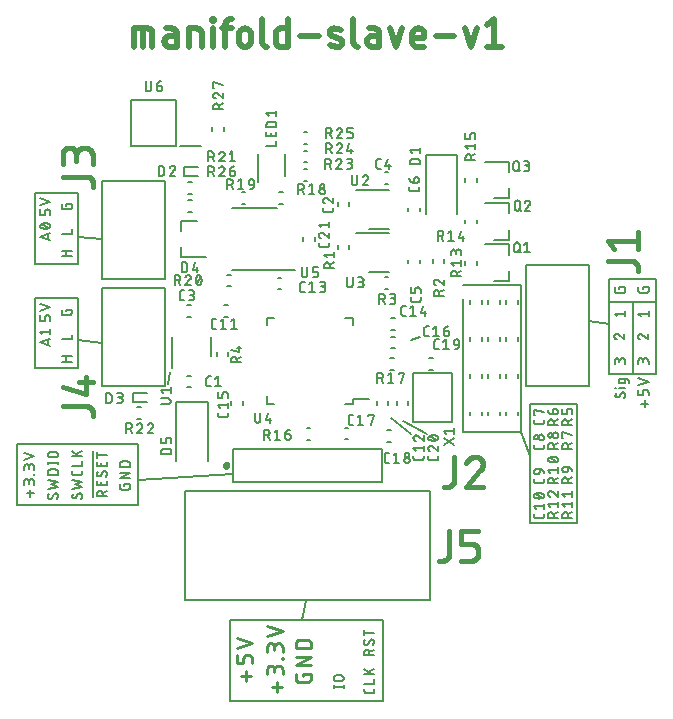
<source format=gto>
G04 EAGLE Gerber RS-274X export*
G75*
%MOMM*%
%FSLAX34Y34*%
%LPD*%
%INTop Silkscreen*%
%IPPOS*%
%AMOC8*
5,1,8,0,0,1.08239X$1,22.5*%
G01*
%ADD10C,0.482600*%
%ADD11C,0.150000*%
%ADD12C,0.152400*%
%ADD13C,0.228600*%
%ADD14C,0.300000*%
%ADD15C,0.457200*%
%ADD16C,0.200000*%


D10*
X134243Y608413D02*
X134243Y623862D01*
X145830Y623862D01*
X145951Y623860D01*
X146072Y623854D01*
X146193Y623845D01*
X146314Y623832D01*
X146434Y623814D01*
X146554Y623794D01*
X146672Y623769D01*
X146790Y623741D01*
X146907Y623709D01*
X147023Y623673D01*
X147138Y623634D01*
X147252Y623591D01*
X147364Y623544D01*
X147474Y623494D01*
X147583Y623441D01*
X147691Y623384D01*
X147796Y623324D01*
X147899Y623261D01*
X148001Y623194D01*
X148100Y623124D01*
X148197Y623052D01*
X148292Y622976D01*
X148384Y622897D01*
X148474Y622815D01*
X148561Y622731D01*
X148645Y622644D01*
X148727Y622554D01*
X148806Y622462D01*
X148882Y622367D01*
X148954Y622270D01*
X149024Y622171D01*
X149091Y622069D01*
X149154Y621966D01*
X149214Y621861D01*
X149271Y621753D01*
X149324Y621644D01*
X149374Y621534D01*
X149421Y621422D01*
X149464Y621308D01*
X149503Y621193D01*
X149539Y621077D01*
X149571Y620960D01*
X149599Y620842D01*
X149624Y620724D01*
X149644Y620604D01*
X149662Y620484D01*
X149675Y620363D01*
X149684Y620242D01*
X149690Y620121D01*
X149692Y620000D01*
X149692Y608413D01*
X141968Y608413D02*
X141968Y623862D01*
X164427Y617425D02*
X170220Y617425D01*
X164427Y617425D02*
X164293Y617423D01*
X164160Y617417D01*
X164027Y617407D01*
X163894Y617393D01*
X163762Y617376D01*
X163630Y617354D01*
X163499Y617328D01*
X163369Y617299D01*
X163239Y617266D01*
X163111Y617229D01*
X162984Y617188D01*
X162858Y617143D01*
X162734Y617095D01*
X162611Y617043D01*
X162489Y616987D01*
X162369Y616928D01*
X162252Y616865D01*
X162136Y616799D01*
X162022Y616729D01*
X161910Y616656D01*
X161800Y616580D01*
X161693Y616501D01*
X161588Y616418D01*
X161485Y616332D01*
X161386Y616244D01*
X161288Y616152D01*
X161194Y616058D01*
X161102Y615960D01*
X161014Y615861D01*
X160928Y615758D01*
X160845Y615653D01*
X160766Y615546D01*
X160690Y615436D01*
X160617Y615324D01*
X160547Y615210D01*
X160481Y615094D01*
X160418Y614977D01*
X160359Y614857D01*
X160303Y614735D01*
X160251Y614612D01*
X160203Y614488D01*
X160158Y614362D01*
X160117Y614235D01*
X160080Y614107D01*
X160047Y613977D01*
X160018Y613847D01*
X159992Y613716D01*
X159970Y613584D01*
X159953Y613452D01*
X159939Y613319D01*
X159929Y613186D01*
X159923Y613053D01*
X159921Y612919D01*
X159923Y612785D01*
X159929Y612652D01*
X159939Y612519D01*
X159953Y612386D01*
X159970Y612254D01*
X159992Y612122D01*
X160018Y611991D01*
X160047Y611861D01*
X160080Y611731D01*
X160117Y611603D01*
X160158Y611476D01*
X160203Y611350D01*
X160251Y611226D01*
X160303Y611103D01*
X160359Y610981D01*
X160418Y610861D01*
X160481Y610744D01*
X160547Y610628D01*
X160617Y610514D01*
X160690Y610402D01*
X160766Y610292D01*
X160845Y610185D01*
X160928Y610080D01*
X161014Y609977D01*
X161102Y609878D01*
X161194Y609780D01*
X161288Y609686D01*
X161386Y609594D01*
X161485Y609506D01*
X161588Y609420D01*
X161693Y609337D01*
X161800Y609258D01*
X161910Y609182D01*
X162022Y609109D01*
X162136Y609039D01*
X162252Y608973D01*
X162369Y608910D01*
X162489Y608851D01*
X162611Y608795D01*
X162734Y608743D01*
X162858Y608695D01*
X162984Y608650D01*
X163111Y608609D01*
X163239Y608572D01*
X163369Y608539D01*
X163499Y608510D01*
X163630Y608484D01*
X163762Y608462D01*
X163894Y608445D01*
X164027Y608431D01*
X164160Y608421D01*
X164293Y608415D01*
X164427Y608413D01*
X170220Y608413D01*
X170220Y620000D01*
X170218Y620121D01*
X170212Y620242D01*
X170203Y620363D01*
X170190Y620484D01*
X170172Y620604D01*
X170152Y620724D01*
X170127Y620842D01*
X170099Y620960D01*
X170067Y621077D01*
X170031Y621193D01*
X169992Y621308D01*
X169949Y621422D01*
X169902Y621534D01*
X169852Y621644D01*
X169799Y621753D01*
X169742Y621861D01*
X169682Y621966D01*
X169619Y622069D01*
X169552Y622171D01*
X169482Y622270D01*
X169410Y622367D01*
X169334Y622462D01*
X169255Y622554D01*
X169173Y622644D01*
X169089Y622731D01*
X169002Y622815D01*
X168912Y622897D01*
X168820Y622976D01*
X168725Y623052D01*
X168628Y623124D01*
X168529Y623194D01*
X168427Y623261D01*
X168324Y623324D01*
X168219Y623384D01*
X168111Y623441D01*
X168002Y623494D01*
X167892Y623544D01*
X167780Y623591D01*
X167666Y623634D01*
X167551Y623673D01*
X167435Y623709D01*
X167318Y623741D01*
X167200Y623769D01*
X167082Y623794D01*
X166962Y623814D01*
X166842Y623832D01*
X166721Y623845D01*
X166600Y623854D01*
X166479Y623860D01*
X166358Y623862D01*
X161208Y623862D01*
X181009Y623862D02*
X181009Y608413D01*
X181009Y623862D02*
X187446Y623862D01*
X187567Y623860D01*
X187688Y623854D01*
X187809Y623845D01*
X187930Y623832D01*
X188050Y623814D01*
X188170Y623794D01*
X188288Y623769D01*
X188406Y623741D01*
X188523Y623709D01*
X188639Y623673D01*
X188754Y623634D01*
X188868Y623591D01*
X188980Y623544D01*
X189090Y623494D01*
X189199Y623441D01*
X189307Y623384D01*
X189412Y623324D01*
X189515Y623261D01*
X189617Y623194D01*
X189716Y623124D01*
X189813Y623052D01*
X189908Y622976D01*
X190000Y622897D01*
X190090Y622815D01*
X190177Y622731D01*
X190261Y622644D01*
X190343Y622554D01*
X190422Y622462D01*
X190498Y622367D01*
X190570Y622270D01*
X190640Y622171D01*
X190707Y622069D01*
X190770Y621966D01*
X190830Y621861D01*
X190887Y621753D01*
X190940Y621644D01*
X190990Y621534D01*
X191037Y621422D01*
X191080Y621308D01*
X191119Y621193D01*
X191155Y621077D01*
X191187Y620960D01*
X191215Y620842D01*
X191240Y620724D01*
X191260Y620604D01*
X191278Y620484D01*
X191291Y620363D01*
X191300Y620242D01*
X191306Y620121D01*
X191308Y620000D01*
X191308Y608413D01*
X201139Y608413D02*
X201139Y623862D01*
X200495Y630300D02*
X200495Y631587D01*
X201782Y631587D01*
X201782Y630300D01*
X200495Y630300D01*
X211587Y627725D02*
X211587Y608413D01*
X211587Y627725D02*
X211589Y627846D01*
X211595Y627967D01*
X211604Y628088D01*
X211617Y628209D01*
X211635Y628329D01*
X211655Y628449D01*
X211680Y628567D01*
X211708Y628685D01*
X211740Y628802D01*
X211776Y628918D01*
X211815Y629033D01*
X211858Y629147D01*
X211905Y629259D01*
X211955Y629369D01*
X212008Y629478D01*
X212065Y629586D01*
X212125Y629691D01*
X212188Y629794D01*
X212255Y629896D01*
X212325Y629995D01*
X212397Y630092D01*
X212473Y630187D01*
X212552Y630279D01*
X212634Y630369D01*
X212718Y630456D01*
X212805Y630540D01*
X212895Y630622D01*
X212987Y630701D01*
X213082Y630777D01*
X213179Y630849D01*
X213278Y630919D01*
X213380Y630986D01*
X213483Y631049D01*
X213588Y631109D01*
X213696Y631166D01*
X213805Y631219D01*
X213915Y631269D01*
X214027Y631316D01*
X214141Y631359D01*
X214256Y631398D01*
X214372Y631434D01*
X214489Y631466D01*
X214607Y631494D01*
X214725Y631519D01*
X214845Y631539D01*
X214965Y631557D01*
X215086Y631570D01*
X215207Y631579D01*
X215328Y631585D01*
X215449Y631587D01*
X216736Y631587D01*
X216736Y623862D02*
X209012Y623862D01*
X222953Y618713D02*
X222953Y613563D01*
X222952Y618713D02*
X222954Y618855D01*
X222960Y618997D01*
X222970Y619138D01*
X222983Y619280D01*
X223001Y619420D01*
X223022Y619561D01*
X223048Y619700D01*
X223077Y619839D01*
X223110Y619977D01*
X223146Y620114D01*
X223187Y620250D01*
X223231Y620385D01*
X223279Y620519D01*
X223331Y620651D01*
X223386Y620782D01*
X223445Y620911D01*
X223507Y621038D01*
X223573Y621164D01*
X223642Y621288D01*
X223715Y621410D01*
X223791Y621530D01*
X223870Y621648D01*
X223952Y621763D01*
X224038Y621876D01*
X224127Y621987D01*
X224218Y622095D01*
X224313Y622201D01*
X224411Y622304D01*
X224511Y622404D01*
X224614Y622502D01*
X224720Y622597D01*
X224828Y622688D01*
X224939Y622777D01*
X225052Y622863D01*
X225167Y622945D01*
X225285Y623024D01*
X225405Y623100D01*
X225527Y623173D01*
X225651Y623242D01*
X225777Y623308D01*
X225904Y623370D01*
X226033Y623429D01*
X226164Y623484D01*
X226296Y623536D01*
X226430Y623584D01*
X226565Y623628D01*
X226701Y623669D01*
X226838Y623705D01*
X226976Y623738D01*
X227115Y623767D01*
X227254Y623793D01*
X227395Y623814D01*
X227535Y623832D01*
X227677Y623845D01*
X227818Y623855D01*
X227960Y623861D01*
X228102Y623863D01*
X228244Y623861D01*
X228386Y623855D01*
X228527Y623845D01*
X228669Y623832D01*
X228809Y623814D01*
X228950Y623793D01*
X229089Y623767D01*
X229228Y623738D01*
X229366Y623705D01*
X229503Y623669D01*
X229639Y623628D01*
X229774Y623584D01*
X229908Y623536D01*
X230040Y623484D01*
X230171Y623429D01*
X230300Y623370D01*
X230427Y623308D01*
X230553Y623242D01*
X230677Y623173D01*
X230799Y623100D01*
X230919Y623024D01*
X231037Y622945D01*
X231152Y622863D01*
X231265Y622777D01*
X231376Y622688D01*
X231484Y622597D01*
X231590Y622502D01*
X231693Y622404D01*
X231793Y622304D01*
X231891Y622201D01*
X231986Y622095D01*
X232077Y621987D01*
X232166Y621876D01*
X232252Y621763D01*
X232334Y621648D01*
X232413Y621530D01*
X232489Y621410D01*
X232562Y621288D01*
X232631Y621164D01*
X232697Y621038D01*
X232759Y620911D01*
X232818Y620782D01*
X232873Y620651D01*
X232925Y620519D01*
X232973Y620385D01*
X233017Y620250D01*
X233058Y620114D01*
X233094Y619977D01*
X233127Y619839D01*
X233156Y619700D01*
X233182Y619561D01*
X233203Y619420D01*
X233221Y619280D01*
X233234Y619138D01*
X233244Y618997D01*
X233250Y618855D01*
X233252Y618713D01*
X233252Y613563D01*
X233250Y613421D01*
X233244Y613279D01*
X233234Y613138D01*
X233221Y612996D01*
X233203Y612856D01*
X233182Y612715D01*
X233156Y612576D01*
X233127Y612437D01*
X233094Y612299D01*
X233058Y612162D01*
X233017Y612026D01*
X232973Y611891D01*
X232925Y611757D01*
X232873Y611625D01*
X232818Y611494D01*
X232759Y611365D01*
X232697Y611238D01*
X232631Y611112D01*
X232562Y610988D01*
X232489Y610866D01*
X232413Y610746D01*
X232334Y610628D01*
X232252Y610513D01*
X232166Y610400D01*
X232077Y610289D01*
X231986Y610181D01*
X231891Y610075D01*
X231793Y609972D01*
X231693Y609872D01*
X231590Y609774D01*
X231484Y609679D01*
X231376Y609588D01*
X231265Y609499D01*
X231152Y609413D01*
X231037Y609331D01*
X230919Y609252D01*
X230799Y609176D01*
X230677Y609103D01*
X230553Y609034D01*
X230427Y608968D01*
X230300Y608906D01*
X230171Y608847D01*
X230040Y608792D01*
X229908Y608740D01*
X229774Y608692D01*
X229639Y608648D01*
X229503Y608607D01*
X229366Y608571D01*
X229228Y608538D01*
X229089Y608509D01*
X228950Y608483D01*
X228809Y608462D01*
X228669Y608444D01*
X228527Y608431D01*
X228386Y608421D01*
X228244Y608415D01*
X228102Y608413D01*
X227960Y608415D01*
X227818Y608421D01*
X227677Y608431D01*
X227535Y608444D01*
X227395Y608462D01*
X227254Y608483D01*
X227115Y608509D01*
X226976Y608538D01*
X226838Y608571D01*
X226701Y608607D01*
X226565Y608648D01*
X226430Y608692D01*
X226296Y608740D01*
X226164Y608792D01*
X226033Y608847D01*
X225904Y608906D01*
X225777Y608968D01*
X225651Y609034D01*
X225527Y609103D01*
X225405Y609176D01*
X225285Y609252D01*
X225167Y609331D01*
X225052Y609413D01*
X224939Y609499D01*
X224828Y609588D01*
X224720Y609679D01*
X224614Y609774D01*
X224511Y609872D01*
X224411Y609972D01*
X224313Y610075D01*
X224218Y610181D01*
X224127Y610289D01*
X224038Y610400D01*
X223952Y610513D01*
X223870Y610628D01*
X223791Y610746D01*
X223715Y610866D01*
X223642Y610988D01*
X223573Y611112D01*
X223507Y611238D01*
X223445Y611365D01*
X223386Y611494D01*
X223331Y611625D01*
X223279Y611757D01*
X223231Y611891D01*
X223187Y612026D01*
X223146Y612162D01*
X223110Y612299D01*
X223077Y612437D01*
X223048Y612576D01*
X223022Y612715D01*
X223001Y612856D01*
X222983Y612996D01*
X222970Y613138D01*
X222960Y613279D01*
X222954Y613421D01*
X222952Y613563D01*
X242750Y612275D02*
X242750Y631587D01*
X242750Y612275D02*
X242752Y612154D01*
X242758Y612033D01*
X242767Y611912D01*
X242780Y611791D01*
X242798Y611671D01*
X242818Y611551D01*
X242843Y611433D01*
X242871Y611315D01*
X242903Y611198D01*
X242939Y611082D01*
X242978Y610967D01*
X243021Y610853D01*
X243068Y610741D01*
X243118Y610631D01*
X243171Y610522D01*
X243228Y610414D01*
X243288Y610309D01*
X243351Y610206D01*
X243418Y610104D01*
X243488Y610005D01*
X243560Y609908D01*
X243636Y609813D01*
X243715Y609721D01*
X243797Y609631D01*
X243881Y609544D01*
X243968Y609460D01*
X244058Y609378D01*
X244150Y609299D01*
X244245Y609223D01*
X244342Y609151D01*
X244441Y609081D01*
X244543Y609014D01*
X244646Y608951D01*
X244751Y608891D01*
X244859Y608834D01*
X244968Y608781D01*
X245078Y608731D01*
X245190Y608684D01*
X245304Y608641D01*
X245419Y608602D01*
X245535Y608566D01*
X245652Y608534D01*
X245770Y608506D01*
X245888Y608481D01*
X246008Y608461D01*
X246128Y608443D01*
X246249Y608430D01*
X246370Y608421D01*
X246491Y608415D01*
X246612Y608413D01*
X264594Y608413D02*
X264594Y631587D01*
X264594Y608413D02*
X258157Y608413D01*
X258036Y608415D01*
X257915Y608421D01*
X257794Y608430D01*
X257673Y608443D01*
X257553Y608461D01*
X257433Y608481D01*
X257315Y608506D01*
X257197Y608534D01*
X257080Y608566D01*
X256964Y608602D01*
X256849Y608641D01*
X256735Y608684D01*
X256623Y608731D01*
X256513Y608781D01*
X256404Y608834D01*
X256296Y608891D01*
X256191Y608951D01*
X256088Y609014D01*
X255986Y609081D01*
X255887Y609151D01*
X255790Y609223D01*
X255695Y609299D01*
X255603Y609378D01*
X255513Y609460D01*
X255426Y609544D01*
X255342Y609631D01*
X255260Y609721D01*
X255181Y609813D01*
X255105Y609908D01*
X255033Y610005D01*
X254963Y610104D01*
X254896Y610206D01*
X254833Y610309D01*
X254773Y610414D01*
X254716Y610522D01*
X254663Y610631D01*
X254613Y610741D01*
X254566Y610853D01*
X254523Y610967D01*
X254484Y611082D01*
X254448Y611198D01*
X254416Y611315D01*
X254388Y611433D01*
X254363Y611551D01*
X254343Y611671D01*
X254325Y611791D01*
X254312Y611912D01*
X254303Y612033D01*
X254297Y612154D01*
X254295Y612275D01*
X254295Y620000D01*
X254297Y620121D01*
X254303Y620242D01*
X254312Y620363D01*
X254325Y620484D01*
X254343Y620604D01*
X254363Y620724D01*
X254388Y620842D01*
X254416Y620960D01*
X254448Y621077D01*
X254484Y621193D01*
X254523Y621308D01*
X254566Y621422D01*
X254613Y621534D01*
X254663Y621644D01*
X254716Y621753D01*
X254773Y621861D01*
X254833Y621966D01*
X254896Y622069D01*
X254963Y622171D01*
X255033Y622270D01*
X255105Y622367D01*
X255181Y622462D01*
X255260Y622554D01*
X255342Y622644D01*
X255426Y622731D01*
X255513Y622815D01*
X255603Y622897D01*
X255695Y622976D01*
X255790Y623052D01*
X255887Y623124D01*
X255986Y623194D01*
X256088Y623261D01*
X256191Y623324D01*
X256296Y623384D01*
X256404Y623441D01*
X256513Y623494D01*
X256623Y623544D01*
X256735Y623591D01*
X256849Y623634D01*
X256964Y623673D01*
X257080Y623709D01*
X257197Y623741D01*
X257315Y623769D01*
X257433Y623794D01*
X257553Y623814D01*
X257673Y623832D01*
X257794Y623845D01*
X257915Y623854D01*
X258036Y623860D01*
X258157Y623862D01*
X264594Y623862D01*
X275055Y617425D02*
X290504Y617425D01*
X302031Y617425D02*
X308468Y614850D01*
X302030Y617425D02*
X301925Y617469D01*
X301821Y617517D01*
X301719Y617568D01*
X301618Y617623D01*
X301520Y617681D01*
X301424Y617743D01*
X301330Y617808D01*
X301238Y617876D01*
X301148Y617947D01*
X301061Y618021D01*
X300977Y618099D01*
X300895Y618179D01*
X300816Y618261D01*
X300740Y618347D01*
X300667Y618435D01*
X300597Y618525D01*
X300530Y618618D01*
X300466Y618713D01*
X300406Y618810D01*
X300349Y618909D01*
X300295Y619010D01*
X300245Y619113D01*
X300198Y619217D01*
X300155Y619323D01*
X300116Y619431D01*
X300081Y619539D01*
X300049Y619649D01*
X300021Y619760D01*
X299996Y619872D01*
X299976Y619984D01*
X299959Y620098D01*
X299947Y620211D01*
X299938Y620325D01*
X299933Y620439D01*
X299932Y620554D01*
X299935Y620668D01*
X299942Y620782D01*
X299953Y620896D01*
X299968Y621010D01*
X299986Y621122D01*
X300009Y621235D01*
X300035Y621346D01*
X300065Y621456D01*
X300099Y621566D01*
X300136Y621674D01*
X300177Y621780D01*
X300222Y621885D01*
X300271Y621989D01*
X300323Y622091D01*
X300378Y622191D01*
X300437Y622289D01*
X300499Y622385D01*
X300564Y622479D01*
X300633Y622570D01*
X300705Y622660D01*
X300779Y622746D01*
X300857Y622830D01*
X300937Y622912D01*
X301020Y622990D01*
X301106Y623066D01*
X301195Y623138D01*
X301285Y623208D01*
X301378Y623274D01*
X301474Y623338D01*
X301571Y623397D01*
X301671Y623454D01*
X301772Y623507D01*
X301875Y623557D01*
X301980Y623603D01*
X302086Y623645D01*
X302194Y623684D01*
X302302Y623719D01*
X302412Y623750D01*
X302523Y623777D01*
X302635Y623801D01*
X302748Y623821D01*
X302861Y623837D01*
X302975Y623849D01*
X303089Y623857D01*
X303203Y623861D01*
X303318Y623862D01*
X303318Y623863D02*
X303669Y623853D01*
X304020Y623836D01*
X304371Y623809D01*
X304721Y623775D01*
X305070Y623732D01*
X305418Y623681D01*
X305764Y623621D01*
X306109Y623553D01*
X306452Y623477D01*
X306793Y623392D01*
X307132Y623300D01*
X307469Y623199D01*
X307804Y623090D01*
X308135Y622973D01*
X308464Y622848D01*
X308789Y622715D01*
X309112Y622575D01*
X308468Y614850D02*
X308573Y614806D01*
X308677Y614758D01*
X308779Y614707D01*
X308880Y614652D01*
X308978Y614594D01*
X309074Y614532D01*
X309168Y614467D01*
X309260Y614399D01*
X309350Y614328D01*
X309437Y614254D01*
X309521Y614176D01*
X309603Y614096D01*
X309682Y614014D01*
X309758Y613928D01*
X309831Y613840D01*
X309901Y613750D01*
X309968Y613657D01*
X310032Y613562D01*
X310092Y613465D01*
X310149Y613366D01*
X310203Y613265D01*
X310253Y613162D01*
X310300Y613058D01*
X310343Y612952D01*
X310382Y612844D01*
X310417Y612736D01*
X310449Y612626D01*
X310477Y612515D01*
X310502Y612403D01*
X310522Y612291D01*
X310539Y612177D01*
X310551Y612064D01*
X310560Y611950D01*
X310565Y611836D01*
X310566Y611721D01*
X310563Y611607D01*
X310556Y611493D01*
X310545Y611379D01*
X310530Y611265D01*
X310512Y611153D01*
X310489Y611040D01*
X310463Y610929D01*
X310433Y610819D01*
X310399Y610709D01*
X310362Y610601D01*
X310321Y610495D01*
X310276Y610390D01*
X310227Y610286D01*
X310175Y610184D01*
X310120Y610084D01*
X310061Y609986D01*
X309999Y609890D01*
X309934Y609796D01*
X309865Y609705D01*
X309793Y609615D01*
X309719Y609529D01*
X309641Y609445D01*
X309561Y609363D01*
X309478Y609285D01*
X309392Y609209D01*
X309303Y609137D01*
X309213Y609067D01*
X309120Y609001D01*
X309024Y608937D01*
X308927Y608878D01*
X308827Y608821D01*
X308726Y608768D01*
X308623Y608718D01*
X308518Y608672D01*
X308412Y608630D01*
X308304Y608591D01*
X308196Y608556D01*
X308086Y608525D01*
X307975Y608498D01*
X307863Y608474D01*
X307750Y608454D01*
X307637Y608438D01*
X307523Y608426D01*
X307409Y608418D01*
X307295Y608414D01*
X307180Y608413D01*
X306664Y608427D01*
X306148Y608452D01*
X305633Y608490D01*
X305119Y608540D01*
X304606Y608603D01*
X304095Y608677D01*
X303586Y608763D01*
X303079Y608862D01*
X302575Y608972D01*
X302073Y609094D01*
X301574Y609228D01*
X301079Y609374D01*
X300587Y609532D01*
X300099Y609701D01*
X319897Y612275D02*
X319897Y631587D01*
X319897Y612275D02*
X319899Y612154D01*
X319905Y612033D01*
X319914Y611912D01*
X319927Y611791D01*
X319945Y611671D01*
X319965Y611551D01*
X319990Y611433D01*
X320018Y611315D01*
X320050Y611198D01*
X320086Y611082D01*
X320125Y610967D01*
X320168Y610853D01*
X320215Y610741D01*
X320265Y610631D01*
X320318Y610522D01*
X320375Y610414D01*
X320435Y610309D01*
X320498Y610206D01*
X320565Y610104D01*
X320635Y610005D01*
X320707Y609908D01*
X320783Y609813D01*
X320862Y609721D01*
X320944Y609631D01*
X321028Y609544D01*
X321115Y609460D01*
X321205Y609378D01*
X321297Y609299D01*
X321392Y609223D01*
X321489Y609151D01*
X321588Y609081D01*
X321690Y609014D01*
X321793Y608951D01*
X321898Y608891D01*
X322006Y608834D01*
X322115Y608781D01*
X322225Y608731D01*
X322337Y608684D01*
X322451Y608641D01*
X322566Y608602D01*
X322682Y608566D01*
X322799Y608534D01*
X322917Y608506D01*
X323035Y608481D01*
X323155Y608461D01*
X323275Y608443D01*
X323396Y608430D01*
X323517Y608421D01*
X323638Y608415D01*
X323759Y608413D01*
X335947Y617425D02*
X341741Y617425D01*
X335947Y617425D02*
X335813Y617423D01*
X335680Y617417D01*
X335547Y617407D01*
X335414Y617393D01*
X335282Y617376D01*
X335150Y617354D01*
X335019Y617328D01*
X334889Y617299D01*
X334759Y617266D01*
X334631Y617229D01*
X334504Y617188D01*
X334378Y617143D01*
X334254Y617095D01*
X334131Y617043D01*
X334009Y616987D01*
X333889Y616928D01*
X333772Y616865D01*
X333656Y616799D01*
X333542Y616729D01*
X333430Y616656D01*
X333320Y616580D01*
X333213Y616501D01*
X333108Y616418D01*
X333005Y616332D01*
X332906Y616244D01*
X332808Y616152D01*
X332714Y616058D01*
X332622Y615960D01*
X332534Y615861D01*
X332448Y615758D01*
X332365Y615653D01*
X332286Y615546D01*
X332210Y615436D01*
X332137Y615324D01*
X332067Y615210D01*
X332001Y615094D01*
X331938Y614977D01*
X331879Y614857D01*
X331823Y614735D01*
X331771Y614612D01*
X331723Y614488D01*
X331678Y614362D01*
X331637Y614235D01*
X331600Y614107D01*
X331567Y613977D01*
X331538Y613847D01*
X331512Y613716D01*
X331490Y613584D01*
X331473Y613452D01*
X331459Y613319D01*
X331449Y613186D01*
X331443Y613053D01*
X331441Y612919D01*
X331443Y612785D01*
X331449Y612652D01*
X331459Y612519D01*
X331473Y612386D01*
X331490Y612254D01*
X331512Y612122D01*
X331538Y611991D01*
X331567Y611861D01*
X331600Y611731D01*
X331637Y611603D01*
X331678Y611476D01*
X331723Y611350D01*
X331771Y611226D01*
X331823Y611103D01*
X331879Y610981D01*
X331938Y610861D01*
X332001Y610744D01*
X332067Y610628D01*
X332137Y610514D01*
X332210Y610402D01*
X332286Y610292D01*
X332365Y610185D01*
X332448Y610080D01*
X332534Y609977D01*
X332622Y609878D01*
X332714Y609780D01*
X332808Y609686D01*
X332906Y609594D01*
X333005Y609506D01*
X333108Y609420D01*
X333213Y609337D01*
X333320Y609258D01*
X333430Y609182D01*
X333542Y609109D01*
X333656Y609039D01*
X333772Y608973D01*
X333889Y608910D01*
X334009Y608851D01*
X334131Y608795D01*
X334254Y608743D01*
X334378Y608695D01*
X334504Y608650D01*
X334631Y608609D01*
X334759Y608572D01*
X334889Y608539D01*
X335019Y608510D01*
X335150Y608484D01*
X335282Y608462D01*
X335414Y608445D01*
X335547Y608431D01*
X335680Y608421D01*
X335813Y608415D01*
X335947Y608413D01*
X341741Y608413D01*
X341741Y620000D01*
X341739Y620121D01*
X341733Y620242D01*
X341724Y620363D01*
X341711Y620484D01*
X341693Y620604D01*
X341673Y620724D01*
X341648Y620842D01*
X341620Y620960D01*
X341588Y621077D01*
X341552Y621193D01*
X341513Y621308D01*
X341470Y621422D01*
X341423Y621534D01*
X341373Y621644D01*
X341320Y621753D01*
X341263Y621861D01*
X341203Y621966D01*
X341140Y622069D01*
X341073Y622171D01*
X341003Y622270D01*
X340931Y622367D01*
X340855Y622462D01*
X340776Y622554D01*
X340694Y622644D01*
X340610Y622731D01*
X340523Y622815D01*
X340433Y622897D01*
X340341Y622976D01*
X340246Y623052D01*
X340149Y623124D01*
X340050Y623194D01*
X339948Y623261D01*
X339845Y623324D01*
X339740Y623384D01*
X339632Y623441D01*
X339523Y623494D01*
X339413Y623544D01*
X339301Y623591D01*
X339187Y623634D01*
X339072Y623673D01*
X338956Y623709D01*
X338839Y623741D01*
X338721Y623769D01*
X338603Y623794D01*
X338483Y623814D01*
X338363Y623832D01*
X338242Y623845D01*
X338121Y623854D01*
X338000Y623860D01*
X337879Y623862D01*
X332729Y623862D01*
X351031Y623862D02*
X356181Y608413D01*
X361331Y623862D01*
X373618Y608413D02*
X380056Y608413D01*
X373618Y608413D02*
X373497Y608415D01*
X373376Y608421D01*
X373255Y608430D01*
X373134Y608443D01*
X373014Y608461D01*
X372894Y608481D01*
X372776Y608506D01*
X372658Y608534D01*
X372541Y608566D01*
X372425Y608602D01*
X372310Y608641D01*
X372196Y608684D01*
X372084Y608731D01*
X371974Y608781D01*
X371865Y608834D01*
X371757Y608891D01*
X371652Y608951D01*
X371549Y609014D01*
X371447Y609081D01*
X371348Y609151D01*
X371251Y609223D01*
X371156Y609299D01*
X371064Y609378D01*
X370974Y609460D01*
X370887Y609544D01*
X370803Y609631D01*
X370721Y609721D01*
X370642Y609813D01*
X370566Y609908D01*
X370494Y610005D01*
X370424Y610104D01*
X370357Y610206D01*
X370294Y610309D01*
X370234Y610414D01*
X370177Y610522D01*
X370124Y610631D01*
X370074Y610741D01*
X370027Y610853D01*
X369984Y610967D01*
X369945Y611082D01*
X369909Y611198D01*
X369877Y611315D01*
X369849Y611433D01*
X369824Y611551D01*
X369804Y611671D01*
X369786Y611791D01*
X369773Y611912D01*
X369764Y612033D01*
X369758Y612154D01*
X369756Y612275D01*
X369756Y618713D01*
X369758Y618855D01*
X369764Y618997D01*
X369774Y619138D01*
X369787Y619280D01*
X369805Y619420D01*
X369826Y619561D01*
X369852Y619700D01*
X369881Y619839D01*
X369914Y619977D01*
X369950Y620114D01*
X369991Y620250D01*
X370035Y620385D01*
X370083Y620519D01*
X370135Y620651D01*
X370190Y620782D01*
X370249Y620911D01*
X370311Y621038D01*
X370377Y621164D01*
X370446Y621288D01*
X370519Y621410D01*
X370595Y621530D01*
X370674Y621648D01*
X370756Y621763D01*
X370842Y621876D01*
X370931Y621987D01*
X371022Y622095D01*
X371117Y622201D01*
X371215Y622304D01*
X371315Y622404D01*
X371418Y622502D01*
X371524Y622597D01*
X371632Y622688D01*
X371743Y622777D01*
X371856Y622863D01*
X371971Y622945D01*
X372089Y623024D01*
X372209Y623100D01*
X372331Y623173D01*
X372455Y623242D01*
X372581Y623308D01*
X372708Y623370D01*
X372837Y623429D01*
X372968Y623484D01*
X373100Y623536D01*
X373234Y623584D01*
X373369Y623628D01*
X373505Y623669D01*
X373642Y623705D01*
X373780Y623738D01*
X373919Y623767D01*
X374058Y623793D01*
X374199Y623814D01*
X374339Y623832D01*
X374481Y623845D01*
X374622Y623855D01*
X374764Y623861D01*
X374906Y623863D01*
X375048Y623861D01*
X375190Y623855D01*
X375331Y623845D01*
X375473Y623832D01*
X375613Y623814D01*
X375754Y623793D01*
X375893Y623767D01*
X376032Y623738D01*
X376170Y623705D01*
X376307Y623669D01*
X376443Y623628D01*
X376578Y623584D01*
X376712Y623536D01*
X376844Y623484D01*
X376975Y623429D01*
X377104Y623370D01*
X377231Y623308D01*
X377357Y623242D01*
X377481Y623173D01*
X377603Y623100D01*
X377723Y623024D01*
X377841Y622945D01*
X377956Y622863D01*
X378069Y622777D01*
X378180Y622688D01*
X378288Y622597D01*
X378394Y622502D01*
X378497Y622404D01*
X378597Y622304D01*
X378695Y622201D01*
X378790Y622095D01*
X378881Y621987D01*
X378970Y621876D01*
X379056Y621763D01*
X379138Y621648D01*
X379217Y621530D01*
X379293Y621410D01*
X379366Y621288D01*
X379435Y621164D01*
X379501Y621038D01*
X379563Y620911D01*
X379622Y620782D01*
X379677Y620651D01*
X379729Y620519D01*
X379777Y620385D01*
X379821Y620250D01*
X379862Y620114D01*
X379898Y619977D01*
X379931Y619839D01*
X379960Y619700D01*
X379986Y619561D01*
X380007Y619420D01*
X380025Y619280D01*
X380038Y619138D01*
X380048Y618997D01*
X380054Y618855D01*
X380056Y618713D01*
X380056Y616138D01*
X369756Y616138D01*
X389651Y617425D02*
X405101Y617425D01*
X413947Y623862D02*
X419097Y608413D01*
X424247Y623862D01*
X432882Y626437D02*
X439320Y631587D01*
X439320Y608413D01*
X445757Y608413D02*
X432882Y608413D01*
D11*
X165000Y333000D02*
X163000Y322500D01*
X368500Y360500D02*
X376500Y362500D01*
X351500Y294500D02*
X368500Y280500D01*
X361500Y291500D02*
X382000Y280500D01*
X469000Y306000D02*
X509000Y306000D01*
X509000Y205000D01*
X469000Y205000D01*
X469000Y262000D01*
X469000Y306000D01*
X413000Y282000D02*
X413000Y395000D01*
X413000Y282000D02*
X462000Y282000D01*
X462000Y407000D01*
X413000Y407000D01*
X462000Y282000D02*
X469000Y262000D01*
D12*
X545029Y403442D02*
X545029Y404854D01*
X549738Y404854D01*
X549738Y402029D01*
X549736Y401944D01*
X549730Y401860D01*
X549721Y401776D01*
X549708Y401693D01*
X549691Y401610D01*
X549670Y401528D01*
X549646Y401447D01*
X549618Y401367D01*
X549586Y401289D01*
X549551Y401212D01*
X549513Y401136D01*
X549471Y401063D01*
X549426Y400991D01*
X549378Y400922D01*
X549327Y400854D01*
X549273Y400789D01*
X549216Y400727D01*
X549156Y400667D01*
X549094Y400610D01*
X549029Y400556D01*
X548961Y400505D01*
X548892Y400457D01*
X548820Y400412D01*
X548747Y400370D01*
X548671Y400332D01*
X548594Y400297D01*
X548516Y400265D01*
X548436Y400237D01*
X548355Y400213D01*
X548273Y400192D01*
X548190Y400175D01*
X548107Y400162D01*
X548023Y400153D01*
X547939Y400147D01*
X547854Y400145D01*
X547854Y400146D02*
X543146Y400146D01*
X543146Y400145D02*
X543061Y400147D01*
X542977Y400153D01*
X542893Y400162D01*
X542810Y400175D01*
X542727Y400192D01*
X542645Y400213D01*
X542564Y400237D01*
X542484Y400265D01*
X542406Y400297D01*
X542329Y400332D01*
X542253Y400370D01*
X542180Y400412D01*
X542108Y400457D01*
X542039Y400505D01*
X541971Y400556D01*
X541906Y400610D01*
X541844Y400667D01*
X541784Y400727D01*
X541727Y400789D01*
X541673Y400854D01*
X541622Y400922D01*
X541574Y400991D01*
X541529Y401063D01*
X541487Y401136D01*
X541449Y401212D01*
X541414Y401289D01*
X541382Y401367D01*
X541354Y401447D01*
X541330Y401528D01*
X541309Y401610D01*
X541292Y401693D01*
X541279Y401776D01*
X541270Y401860D01*
X541264Y401944D01*
X541262Y402029D01*
X541262Y404854D01*
X541262Y382500D02*
X543146Y380146D01*
X541262Y382500D02*
X549738Y382500D01*
X549738Y380146D02*
X549738Y384854D01*
X542881Y365354D02*
X542791Y365352D01*
X542701Y365346D01*
X542612Y365337D01*
X542523Y365324D01*
X542435Y365306D01*
X542347Y365286D01*
X542261Y365261D01*
X542175Y365233D01*
X542091Y365201D01*
X542008Y365166D01*
X541927Y365127D01*
X541848Y365085D01*
X541770Y365039D01*
X541694Y364991D01*
X541621Y364939D01*
X541550Y364884D01*
X541481Y364826D01*
X541415Y364765D01*
X541351Y364701D01*
X541290Y364635D01*
X541232Y364566D01*
X541177Y364495D01*
X541125Y364422D01*
X541077Y364346D01*
X541031Y364268D01*
X540989Y364189D01*
X540950Y364108D01*
X540915Y364025D01*
X540883Y363941D01*
X540855Y363855D01*
X540830Y363769D01*
X540810Y363681D01*
X540792Y363593D01*
X540779Y363504D01*
X540770Y363415D01*
X540764Y363325D01*
X540762Y363235D01*
X540764Y363131D01*
X540770Y363028D01*
X540780Y362924D01*
X540794Y362822D01*
X540811Y362719D01*
X540833Y362618D01*
X540858Y362517D01*
X540888Y362418D01*
X540921Y362320D01*
X540957Y362223D01*
X540998Y362127D01*
X541042Y362033D01*
X541089Y361941D01*
X541140Y361851D01*
X541195Y361762D01*
X541253Y361676D01*
X541314Y361592D01*
X541378Y361511D01*
X541445Y361432D01*
X541515Y361355D01*
X541588Y361282D01*
X541664Y361211D01*
X541742Y361143D01*
X541823Y361078D01*
X541907Y361017D01*
X541992Y360958D01*
X542080Y360903D01*
X542170Y360851D01*
X542262Y360803D01*
X542355Y360758D01*
X542451Y360717D01*
X542547Y360679D01*
X542645Y360645D01*
X544529Y364648D02*
X544464Y364713D01*
X544397Y364776D01*
X544327Y364836D01*
X544254Y364893D01*
X544180Y364947D01*
X544103Y364998D01*
X544024Y365046D01*
X543944Y365091D01*
X543861Y365132D01*
X543778Y365170D01*
X543692Y365205D01*
X543605Y365236D01*
X543517Y365263D01*
X543428Y365287D01*
X543339Y365308D01*
X543248Y365324D01*
X543157Y365337D01*
X543065Y365347D01*
X542973Y365352D01*
X542881Y365354D01*
X544529Y364648D02*
X549238Y360646D01*
X549238Y365354D01*
X549738Y342500D02*
X549738Y340146D01*
X549738Y342500D02*
X549736Y342596D01*
X549730Y342692D01*
X549720Y342787D01*
X549707Y342882D01*
X549689Y342977D01*
X549668Y343071D01*
X549643Y343163D01*
X549614Y343255D01*
X549581Y343345D01*
X549545Y343434D01*
X549505Y343521D01*
X549461Y343607D01*
X549415Y343691D01*
X549364Y343773D01*
X549311Y343852D01*
X549254Y343930D01*
X549194Y344005D01*
X549131Y344078D01*
X549065Y344147D01*
X548997Y344215D01*
X548926Y344279D01*
X548852Y344340D01*
X548775Y344399D01*
X548697Y344454D01*
X548616Y344506D01*
X548533Y344554D01*
X548448Y344600D01*
X548362Y344641D01*
X548274Y344679D01*
X548184Y344714D01*
X548093Y344745D01*
X548001Y344772D01*
X547908Y344795D01*
X547814Y344814D01*
X547719Y344830D01*
X547624Y344842D01*
X547528Y344850D01*
X547432Y344854D01*
X547336Y344854D01*
X547240Y344850D01*
X547144Y344842D01*
X547049Y344830D01*
X546954Y344814D01*
X546860Y344795D01*
X546767Y344772D01*
X546675Y344745D01*
X546584Y344714D01*
X546494Y344679D01*
X546406Y344641D01*
X546320Y344600D01*
X546235Y344554D01*
X546152Y344506D01*
X546071Y344454D01*
X545993Y344399D01*
X545916Y344340D01*
X545842Y344279D01*
X545771Y344215D01*
X545703Y344147D01*
X545637Y344078D01*
X545574Y344005D01*
X545514Y343930D01*
X545457Y343852D01*
X545404Y343773D01*
X545353Y343691D01*
X545307Y343607D01*
X545263Y343521D01*
X545223Y343434D01*
X545187Y343345D01*
X545154Y343255D01*
X545125Y343163D01*
X545100Y343071D01*
X545079Y342977D01*
X545061Y342882D01*
X545048Y342787D01*
X545038Y342692D01*
X545032Y342596D01*
X545030Y342500D01*
X541262Y342971D02*
X541262Y340146D01*
X541262Y342971D02*
X541264Y343057D01*
X541270Y343142D01*
X541280Y343228D01*
X541293Y343312D01*
X541311Y343396D01*
X541332Y343479D01*
X541357Y343561D01*
X541386Y343642D01*
X541418Y343722D01*
X541454Y343799D01*
X541493Y343876D01*
X541536Y343950D01*
X541582Y344022D01*
X541632Y344092D01*
X541685Y344160D01*
X541740Y344225D01*
X541799Y344288D01*
X541860Y344348D01*
X541924Y344405D01*
X541991Y344459D01*
X542060Y344510D01*
X542131Y344558D01*
X542204Y344603D01*
X542279Y344644D01*
X542356Y344681D01*
X542435Y344716D01*
X542515Y344746D01*
X542597Y344773D01*
X542679Y344796D01*
X542763Y344816D01*
X542847Y344831D01*
X542932Y344843D01*
X543017Y344851D01*
X543103Y344855D01*
X543189Y344855D01*
X543275Y344851D01*
X543360Y344843D01*
X543445Y344831D01*
X543529Y344816D01*
X543613Y344796D01*
X543695Y344773D01*
X543777Y344746D01*
X543857Y344716D01*
X543936Y344681D01*
X544013Y344644D01*
X544088Y344603D01*
X544161Y344558D01*
X544232Y344510D01*
X544301Y344459D01*
X544368Y344405D01*
X544432Y344348D01*
X544493Y344288D01*
X544552Y344225D01*
X544607Y344160D01*
X544660Y344092D01*
X544710Y344022D01*
X544756Y343950D01*
X544799Y343876D01*
X544838Y343799D01*
X544874Y343722D01*
X544906Y343642D01*
X544935Y343561D01*
X544960Y343479D01*
X544981Y343396D01*
X544999Y343312D01*
X545012Y343228D01*
X545022Y343142D01*
X545028Y343057D01*
X545030Y342971D01*
X545029Y342971D02*
X545029Y341087D01*
X566442Y309025D02*
X566442Y303375D01*
X569267Y306200D02*
X563616Y306200D01*
X569738Y313446D02*
X569738Y316271D01*
X569736Y316356D01*
X569730Y316440D01*
X569721Y316524D01*
X569708Y316607D01*
X569691Y316690D01*
X569670Y316772D01*
X569646Y316853D01*
X569618Y316933D01*
X569586Y317011D01*
X569551Y317088D01*
X569513Y317164D01*
X569471Y317237D01*
X569426Y317309D01*
X569378Y317378D01*
X569327Y317446D01*
X569273Y317511D01*
X569216Y317573D01*
X569156Y317633D01*
X569094Y317690D01*
X569029Y317744D01*
X568961Y317795D01*
X568892Y317843D01*
X568820Y317888D01*
X568747Y317930D01*
X568671Y317968D01*
X568595Y318003D01*
X568516Y318035D01*
X568436Y318063D01*
X568355Y318087D01*
X568273Y318108D01*
X568190Y318125D01*
X568107Y318138D01*
X568023Y318147D01*
X567939Y318153D01*
X567854Y318155D01*
X567854Y318154D02*
X566913Y318154D01*
X566913Y318155D02*
X566828Y318153D01*
X566744Y318147D01*
X566660Y318138D01*
X566577Y318125D01*
X566494Y318108D01*
X566412Y318087D01*
X566331Y318063D01*
X566251Y318035D01*
X566173Y318003D01*
X566096Y317968D01*
X566020Y317930D01*
X565947Y317888D01*
X565875Y317843D01*
X565806Y317795D01*
X565738Y317744D01*
X565673Y317690D01*
X565611Y317633D01*
X565551Y317573D01*
X565494Y317511D01*
X565440Y317446D01*
X565389Y317378D01*
X565341Y317309D01*
X565296Y317237D01*
X565254Y317164D01*
X565216Y317088D01*
X565181Y317011D01*
X565149Y316933D01*
X565121Y316853D01*
X565097Y316772D01*
X565076Y316690D01*
X565059Y316607D01*
X565046Y316524D01*
X565037Y316440D01*
X565031Y316356D01*
X565029Y316271D01*
X565029Y313446D01*
X561262Y313446D01*
X561262Y318154D01*
X561262Y321975D02*
X569738Y324800D01*
X561262Y327625D01*
X548354Y315971D02*
X548439Y315969D01*
X548523Y315963D01*
X548607Y315954D01*
X548690Y315941D01*
X548773Y315924D01*
X548855Y315903D01*
X548936Y315879D01*
X549016Y315851D01*
X549094Y315819D01*
X549171Y315784D01*
X549247Y315746D01*
X549320Y315704D01*
X549392Y315659D01*
X549461Y315611D01*
X549529Y315560D01*
X549594Y315506D01*
X549656Y315449D01*
X549716Y315389D01*
X549773Y315327D01*
X549827Y315262D01*
X549878Y315194D01*
X549926Y315125D01*
X549971Y315053D01*
X550013Y314980D01*
X550051Y314904D01*
X550086Y314827D01*
X550118Y314749D01*
X550146Y314669D01*
X550170Y314588D01*
X550191Y314506D01*
X550208Y314423D01*
X550221Y314340D01*
X550230Y314256D01*
X550236Y314171D01*
X550238Y314087D01*
X550236Y313966D01*
X550231Y313845D01*
X550221Y313725D01*
X550209Y313605D01*
X550192Y313485D01*
X550172Y313366D01*
X550148Y313247D01*
X550121Y313130D01*
X550090Y313013D01*
X550056Y312897D01*
X550018Y312782D01*
X549977Y312669D01*
X549932Y312557D01*
X549884Y312446D01*
X549832Y312337D01*
X549777Y312229D01*
X549719Y312123D01*
X549658Y312019D01*
X549594Y311916D01*
X549526Y311816D01*
X549456Y311718D01*
X549383Y311622D01*
X549306Y311528D01*
X549227Y311437D01*
X549145Y311348D01*
X549061Y311262D01*
X543646Y311497D02*
X543561Y311499D01*
X543477Y311505D01*
X543393Y311514D01*
X543310Y311527D01*
X543227Y311544D01*
X543145Y311565D01*
X543064Y311589D01*
X542984Y311617D01*
X542906Y311649D01*
X542829Y311684D01*
X542753Y311722D01*
X542680Y311764D01*
X542608Y311809D01*
X542539Y311857D01*
X542471Y311908D01*
X542406Y311962D01*
X542344Y312019D01*
X542284Y312079D01*
X542227Y312141D01*
X542173Y312206D01*
X542122Y312274D01*
X542074Y312343D01*
X542029Y312415D01*
X541987Y312488D01*
X541949Y312564D01*
X541914Y312641D01*
X541882Y312719D01*
X541854Y312799D01*
X541830Y312880D01*
X541809Y312962D01*
X541792Y313045D01*
X541779Y313128D01*
X541770Y313212D01*
X541764Y313296D01*
X541762Y313381D01*
X541764Y313495D01*
X541769Y313608D01*
X541778Y313721D01*
X541791Y313834D01*
X541808Y313947D01*
X541828Y314059D01*
X541851Y314170D01*
X541878Y314280D01*
X541909Y314390D01*
X541943Y314498D01*
X541981Y314605D01*
X542022Y314711D01*
X542066Y314816D01*
X542114Y314919D01*
X542165Y315020D01*
X542220Y315120D01*
X542277Y315218D01*
X542338Y315314D01*
X542402Y315408D01*
X542468Y315500D01*
X545294Y312439D02*
X545249Y312365D01*
X545200Y312294D01*
X545148Y312225D01*
X545093Y312159D01*
X545035Y312095D01*
X544974Y312033D01*
X544911Y311975D01*
X544845Y311919D01*
X544776Y311867D01*
X544705Y311817D01*
X544632Y311771D01*
X544557Y311728D01*
X544481Y311689D01*
X544402Y311653D01*
X544322Y311620D01*
X544241Y311592D01*
X544158Y311567D01*
X544074Y311546D01*
X543990Y311528D01*
X543904Y311515D01*
X543818Y311505D01*
X543732Y311499D01*
X543646Y311497D01*
X546706Y315029D02*
X546751Y315103D01*
X546800Y315174D01*
X546852Y315243D01*
X546907Y315309D01*
X546965Y315373D01*
X547026Y315435D01*
X547089Y315493D01*
X547155Y315549D01*
X547224Y315602D01*
X547295Y315651D01*
X547368Y315697D01*
X547443Y315740D01*
X547519Y315779D01*
X547598Y315815D01*
X547678Y315848D01*
X547760Y315876D01*
X547842Y315901D01*
X547926Y315922D01*
X548010Y315940D01*
X548096Y315953D01*
X548182Y315963D01*
X548268Y315969D01*
X548354Y315971D01*
X546706Y315029D02*
X545294Y312439D01*
X544587Y319616D02*
X550238Y319616D01*
X542233Y319381D02*
X541762Y319381D01*
X541762Y319852D01*
X542233Y319852D01*
X542233Y319381D01*
X550238Y324778D02*
X550238Y327133D01*
X550238Y324778D02*
X550236Y324704D01*
X550230Y324630D01*
X550221Y324557D01*
X550207Y324484D01*
X550190Y324412D01*
X550169Y324341D01*
X550144Y324272D01*
X550116Y324203D01*
X550084Y324137D01*
X550049Y324072D01*
X550010Y324008D01*
X549968Y323947D01*
X549923Y323889D01*
X549875Y323833D01*
X549824Y323779D01*
X549770Y323728D01*
X549714Y323680D01*
X549656Y323635D01*
X549595Y323593D01*
X549532Y323554D01*
X549467Y323519D01*
X549400Y323487D01*
X549331Y323459D01*
X549262Y323434D01*
X549191Y323413D01*
X549119Y323396D01*
X549046Y323382D01*
X548973Y323373D01*
X548899Y323367D01*
X548825Y323365D01*
X548825Y323366D02*
X546000Y323366D01*
X546000Y323365D02*
X545926Y323367D01*
X545852Y323373D01*
X545779Y323382D01*
X545706Y323396D01*
X545634Y323413D01*
X545563Y323434D01*
X545494Y323459D01*
X545425Y323487D01*
X545359Y323519D01*
X545294Y323554D01*
X545230Y323593D01*
X545169Y323635D01*
X545111Y323680D01*
X545055Y323728D01*
X545001Y323779D01*
X544950Y323833D01*
X544902Y323889D01*
X544857Y323947D01*
X544815Y324008D01*
X544776Y324072D01*
X544741Y324137D01*
X544709Y324203D01*
X544681Y324272D01*
X544656Y324341D01*
X544635Y324412D01*
X544618Y324484D01*
X544604Y324557D01*
X544595Y324630D01*
X544589Y324704D01*
X544587Y324778D01*
X544587Y327133D01*
X551651Y327133D01*
X551725Y327131D01*
X551799Y327125D01*
X551872Y327116D01*
X551945Y327102D01*
X552017Y327085D01*
X552088Y327064D01*
X552157Y327039D01*
X552226Y327011D01*
X552292Y326979D01*
X552358Y326944D01*
X552421Y326905D01*
X552482Y326863D01*
X552540Y326818D01*
X552596Y326770D01*
X552650Y326719D01*
X552701Y326665D01*
X552749Y326609D01*
X552794Y326551D01*
X552836Y326490D01*
X552875Y326427D01*
X552910Y326361D01*
X552942Y326295D01*
X552970Y326226D01*
X552995Y326157D01*
X553016Y326086D01*
X553033Y326014D01*
X553047Y325941D01*
X553056Y325868D01*
X553062Y325794D01*
X553064Y325720D01*
X553063Y325720D02*
X553063Y323836D01*
D11*
X536500Y374000D02*
X536500Y392500D01*
X536500Y374000D02*
X536500Y331000D01*
X556500Y331000D01*
X556500Y392500D01*
X536500Y392500D01*
D12*
X565029Y403442D02*
X565029Y404854D01*
X569738Y404854D01*
X569738Y402029D01*
X569736Y401944D01*
X569730Y401860D01*
X569721Y401776D01*
X569708Y401693D01*
X569691Y401610D01*
X569670Y401528D01*
X569646Y401447D01*
X569618Y401367D01*
X569586Y401289D01*
X569551Y401212D01*
X569513Y401136D01*
X569471Y401063D01*
X569426Y400991D01*
X569378Y400922D01*
X569327Y400854D01*
X569273Y400789D01*
X569216Y400727D01*
X569156Y400667D01*
X569094Y400610D01*
X569029Y400556D01*
X568961Y400505D01*
X568892Y400457D01*
X568820Y400412D01*
X568747Y400370D01*
X568671Y400332D01*
X568594Y400297D01*
X568516Y400265D01*
X568436Y400237D01*
X568355Y400213D01*
X568273Y400192D01*
X568190Y400175D01*
X568107Y400162D01*
X568023Y400153D01*
X567939Y400147D01*
X567854Y400145D01*
X567854Y400146D02*
X563146Y400146D01*
X563146Y400145D02*
X563061Y400147D01*
X562977Y400153D01*
X562893Y400162D01*
X562810Y400175D01*
X562727Y400192D01*
X562645Y400213D01*
X562564Y400237D01*
X562484Y400265D01*
X562406Y400297D01*
X562329Y400332D01*
X562253Y400370D01*
X562180Y400412D01*
X562108Y400457D01*
X562039Y400505D01*
X561971Y400556D01*
X561906Y400610D01*
X561844Y400667D01*
X561784Y400727D01*
X561727Y400789D01*
X561673Y400854D01*
X561622Y400922D01*
X561574Y400991D01*
X561529Y401063D01*
X561487Y401136D01*
X561449Y401212D01*
X561414Y401289D01*
X561382Y401367D01*
X561354Y401447D01*
X561330Y401528D01*
X561309Y401610D01*
X561292Y401693D01*
X561279Y401776D01*
X561270Y401860D01*
X561264Y401944D01*
X561262Y402029D01*
X561262Y404854D01*
X561262Y382500D02*
X563146Y380146D01*
X561262Y382500D02*
X569738Y382500D01*
X569738Y380146D02*
X569738Y384854D01*
X562881Y365354D02*
X562791Y365352D01*
X562701Y365346D01*
X562612Y365337D01*
X562523Y365324D01*
X562435Y365306D01*
X562347Y365286D01*
X562261Y365261D01*
X562175Y365233D01*
X562091Y365201D01*
X562008Y365166D01*
X561927Y365127D01*
X561848Y365085D01*
X561770Y365039D01*
X561694Y364991D01*
X561621Y364939D01*
X561550Y364884D01*
X561481Y364826D01*
X561415Y364765D01*
X561351Y364701D01*
X561290Y364635D01*
X561232Y364566D01*
X561177Y364495D01*
X561125Y364422D01*
X561077Y364346D01*
X561031Y364268D01*
X560989Y364189D01*
X560950Y364108D01*
X560915Y364025D01*
X560883Y363941D01*
X560855Y363855D01*
X560830Y363769D01*
X560810Y363681D01*
X560792Y363593D01*
X560779Y363504D01*
X560770Y363415D01*
X560764Y363325D01*
X560762Y363235D01*
X560764Y363131D01*
X560770Y363028D01*
X560780Y362924D01*
X560794Y362822D01*
X560811Y362719D01*
X560833Y362618D01*
X560858Y362517D01*
X560888Y362418D01*
X560921Y362320D01*
X560957Y362223D01*
X560998Y362127D01*
X561042Y362033D01*
X561089Y361941D01*
X561140Y361851D01*
X561195Y361762D01*
X561253Y361676D01*
X561314Y361592D01*
X561378Y361511D01*
X561445Y361432D01*
X561515Y361355D01*
X561588Y361282D01*
X561664Y361211D01*
X561742Y361143D01*
X561823Y361078D01*
X561907Y361017D01*
X561992Y360958D01*
X562080Y360903D01*
X562170Y360851D01*
X562262Y360803D01*
X562355Y360758D01*
X562451Y360717D01*
X562547Y360679D01*
X562645Y360645D01*
X564529Y364648D02*
X564464Y364713D01*
X564397Y364776D01*
X564327Y364836D01*
X564254Y364893D01*
X564180Y364947D01*
X564103Y364998D01*
X564024Y365046D01*
X563944Y365091D01*
X563861Y365132D01*
X563778Y365170D01*
X563692Y365205D01*
X563605Y365236D01*
X563517Y365263D01*
X563428Y365287D01*
X563339Y365308D01*
X563248Y365324D01*
X563157Y365337D01*
X563065Y365347D01*
X562973Y365352D01*
X562881Y365354D01*
X564529Y364648D02*
X569238Y360646D01*
X569238Y365354D01*
X569738Y342500D02*
X569738Y340146D01*
X569738Y342500D02*
X569736Y342596D01*
X569730Y342692D01*
X569720Y342787D01*
X569707Y342882D01*
X569689Y342977D01*
X569668Y343071D01*
X569643Y343163D01*
X569614Y343255D01*
X569581Y343345D01*
X569545Y343434D01*
X569505Y343521D01*
X569461Y343607D01*
X569415Y343691D01*
X569364Y343773D01*
X569311Y343852D01*
X569254Y343930D01*
X569194Y344005D01*
X569131Y344078D01*
X569065Y344147D01*
X568997Y344215D01*
X568926Y344279D01*
X568852Y344340D01*
X568775Y344399D01*
X568697Y344454D01*
X568616Y344506D01*
X568533Y344554D01*
X568448Y344600D01*
X568362Y344641D01*
X568274Y344679D01*
X568184Y344714D01*
X568093Y344745D01*
X568001Y344772D01*
X567908Y344795D01*
X567814Y344814D01*
X567719Y344830D01*
X567624Y344842D01*
X567528Y344850D01*
X567432Y344854D01*
X567336Y344854D01*
X567240Y344850D01*
X567144Y344842D01*
X567049Y344830D01*
X566954Y344814D01*
X566860Y344795D01*
X566767Y344772D01*
X566675Y344745D01*
X566584Y344714D01*
X566494Y344679D01*
X566406Y344641D01*
X566320Y344600D01*
X566235Y344554D01*
X566152Y344506D01*
X566071Y344454D01*
X565993Y344399D01*
X565916Y344340D01*
X565842Y344279D01*
X565771Y344215D01*
X565703Y344147D01*
X565637Y344078D01*
X565574Y344005D01*
X565514Y343930D01*
X565457Y343852D01*
X565404Y343773D01*
X565353Y343691D01*
X565307Y343607D01*
X565263Y343521D01*
X565223Y343434D01*
X565187Y343345D01*
X565154Y343255D01*
X565125Y343163D01*
X565100Y343071D01*
X565079Y342977D01*
X565061Y342882D01*
X565048Y342787D01*
X565038Y342692D01*
X565032Y342596D01*
X565030Y342500D01*
X561262Y342971D02*
X561262Y340146D01*
X561262Y342971D02*
X561264Y343057D01*
X561270Y343142D01*
X561280Y343228D01*
X561293Y343312D01*
X561311Y343396D01*
X561332Y343479D01*
X561357Y343561D01*
X561386Y343642D01*
X561418Y343722D01*
X561454Y343799D01*
X561493Y343876D01*
X561536Y343950D01*
X561582Y344022D01*
X561632Y344092D01*
X561685Y344160D01*
X561740Y344225D01*
X561799Y344288D01*
X561860Y344348D01*
X561924Y344405D01*
X561991Y344459D01*
X562060Y344510D01*
X562131Y344558D01*
X562204Y344603D01*
X562279Y344644D01*
X562356Y344681D01*
X562435Y344716D01*
X562515Y344746D01*
X562597Y344773D01*
X562679Y344796D01*
X562763Y344816D01*
X562847Y344831D01*
X562932Y344843D01*
X563017Y344851D01*
X563103Y344855D01*
X563189Y344855D01*
X563275Y344851D01*
X563360Y344843D01*
X563445Y344831D01*
X563529Y344816D01*
X563613Y344796D01*
X563695Y344773D01*
X563777Y344746D01*
X563857Y344716D01*
X563936Y344681D01*
X564013Y344644D01*
X564088Y344603D01*
X564161Y344558D01*
X564232Y344510D01*
X564301Y344459D01*
X564368Y344405D01*
X564432Y344348D01*
X564493Y344288D01*
X564552Y344225D01*
X564607Y344160D01*
X564660Y344092D01*
X564710Y344022D01*
X564756Y343950D01*
X564799Y343876D01*
X564838Y343799D01*
X564874Y343722D01*
X564906Y343642D01*
X564935Y343561D01*
X564960Y343479D01*
X564981Y343396D01*
X564999Y343312D01*
X565012Y343228D01*
X565022Y343142D01*
X565028Y343057D01*
X565030Y342971D01*
X565029Y342971D02*
X565029Y341087D01*
D11*
X556500Y331000D02*
X576500Y331000D01*
X576500Y392500D01*
X556500Y392500D01*
D12*
X63238Y465910D02*
X63238Y468735D01*
X63236Y468820D01*
X63230Y468904D01*
X63221Y468988D01*
X63208Y469071D01*
X63191Y469154D01*
X63170Y469236D01*
X63146Y469317D01*
X63118Y469397D01*
X63086Y469475D01*
X63051Y469552D01*
X63013Y469628D01*
X62971Y469701D01*
X62926Y469773D01*
X62878Y469842D01*
X62827Y469910D01*
X62773Y469975D01*
X62716Y470037D01*
X62656Y470097D01*
X62594Y470154D01*
X62529Y470208D01*
X62461Y470259D01*
X62392Y470307D01*
X62320Y470352D01*
X62247Y470394D01*
X62171Y470432D01*
X62095Y470467D01*
X62016Y470499D01*
X61936Y470527D01*
X61855Y470551D01*
X61773Y470572D01*
X61690Y470589D01*
X61607Y470602D01*
X61523Y470611D01*
X61439Y470617D01*
X61354Y470619D01*
X60413Y470619D01*
X60328Y470617D01*
X60244Y470611D01*
X60160Y470602D01*
X60077Y470589D01*
X59994Y470572D01*
X59912Y470551D01*
X59831Y470527D01*
X59751Y470499D01*
X59673Y470467D01*
X59596Y470432D01*
X59520Y470394D01*
X59447Y470352D01*
X59375Y470307D01*
X59306Y470259D01*
X59238Y470208D01*
X59173Y470154D01*
X59111Y470097D01*
X59051Y470037D01*
X58994Y469975D01*
X58940Y469910D01*
X58889Y469842D01*
X58841Y469773D01*
X58796Y469701D01*
X58754Y469628D01*
X58716Y469552D01*
X58681Y469475D01*
X58649Y469397D01*
X58621Y469317D01*
X58597Y469236D01*
X58576Y469154D01*
X58559Y469071D01*
X58546Y468988D01*
X58537Y468904D01*
X58531Y468820D01*
X58529Y468735D01*
X58529Y465910D01*
X54762Y465910D01*
X54762Y470619D01*
X54762Y474439D02*
X63238Y477265D01*
X54762Y480090D01*
X76529Y475354D02*
X76529Y473942D01*
X76529Y475354D02*
X81238Y475354D01*
X81238Y472529D01*
X81236Y472444D01*
X81230Y472360D01*
X81221Y472276D01*
X81208Y472193D01*
X81191Y472110D01*
X81170Y472028D01*
X81146Y471947D01*
X81118Y471867D01*
X81086Y471789D01*
X81051Y471712D01*
X81013Y471636D01*
X80971Y471563D01*
X80926Y471491D01*
X80878Y471422D01*
X80827Y471354D01*
X80773Y471289D01*
X80716Y471227D01*
X80656Y471167D01*
X80594Y471110D01*
X80529Y471056D01*
X80461Y471005D01*
X80392Y470957D01*
X80320Y470912D01*
X80247Y470870D01*
X80171Y470832D01*
X80094Y470797D01*
X80016Y470765D01*
X79936Y470737D01*
X79855Y470713D01*
X79773Y470692D01*
X79690Y470675D01*
X79607Y470662D01*
X79523Y470653D01*
X79439Y470647D01*
X79354Y470645D01*
X79354Y470646D02*
X74646Y470646D01*
X74646Y470645D02*
X74561Y470647D01*
X74477Y470653D01*
X74393Y470662D01*
X74310Y470675D01*
X74227Y470692D01*
X74145Y470713D01*
X74064Y470737D01*
X73984Y470765D01*
X73906Y470797D01*
X73829Y470832D01*
X73753Y470870D01*
X73680Y470912D01*
X73608Y470957D01*
X73539Y471005D01*
X73471Y471056D01*
X73406Y471110D01*
X73344Y471167D01*
X73284Y471227D01*
X73227Y471289D01*
X73173Y471354D01*
X73122Y471422D01*
X73074Y471491D01*
X73029Y471563D01*
X72987Y471636D01*
X72949Y471712D01*
X72914Y471789D01*
X72882Y471867D01*
X72854Y471947D01*
X72830Y472028D01*
X72809Y472110D01*
X72792Y472193D01*
X72779Y472276D01*
X72770Y472360D01*
X72764Y472444D01*
X72762Y472529D01*
X72762Y475354D01*
X63238Y444910D02*
X54762Y447735D01*
X63238Y450561D01*
X61119Y449854D02*
X61119Y445616D01*
X59000Y454381D02*
X58833Y454383D01*
X58667Y454389D01*
X58500Y454399D01*
X58334Y454413D01*
X58168Y454431D01*
X58003Y454453D01*
X57838Y454478D01*
X57674Y454508D01*
X57511Y454542D01*
X57348Y454579D01*
X57187Y454620D01*
X57026Y454666D01*
X56867Y454715D01*
X56709Y454768D01*
X56552Y454824D01*
X56396Y454884D01*
X56242Y454948D01*
X56090Y455016D01*
X55939Y455087D01*
X55864Y455115D01*
X55790Y455146D01*
X55718Y455180D01*
X55647Y455218D01*
X55579Y455259D01*
X55512Y455303D01*
X55447Y455350D01*
X55385Y455400D01*
X55325Y455453D01*
X55267Y455509D01*
X55212Y455567D01*
X55160Y455627D01*
X55110Y455690D01*
X55064Y455755D01*
X55020Y455822D01*
X54980Y455892D01*
X54943Y455962D01*
X54909Y456035D01*
X54878Y456109D01*
X54851Y456184D01*
X54828Y456261D01*
X54808Y456338D01*
X54791Y456417D01*
X54779Y456496D01*
X54769Y456575D01*
X54764Y456655D01*
X54762Y456735D01*
X54764Y456815D01*
X54769Y456895D01*
X54779Y456974D01*
X54791Y457053D01*
X54808Y457132D01*
X54828Y457209D01*
X54851Y457286D01*
X54878Y457361D01*
X54909Y457435D01*
X54943Y457508D01*
X54980Y457578D01*
X55020Y457648D01*
X55064Y457715D01*
X55110Y457780D01*
X55160Y457843D01*
X55212Y457903D01*
X55267Y457961D01*
X55325Y458017D01*
X55385Y458070D01*
X55447Y458120D01*
X55512Y458167D01*
X55579Y458211D01*
X55647Y458252D01*
X55718Y458290D01*
X55790Y458324D01*
X55864Y458355D01*
X55939Y458383D01*
X55939Y458384D02*
X56090Y458455D01*
X56242Y458523D01*
X56396Y458587D01*
X56552Y458647D01*
X56709Y458703D01*
X56867Y458756D01*
X57026Y458805D01*
X57187Y458851D01*
X57348Y458892D01*
X57511Y458929D01*
X57674Y458963D01*
X57838Y458993D01*
X58003Y459018D01*
X58168Y459040D01*
X58334Y459058D01*
X58500Y459072D01*
X58667Y459082D01*
X58833Y459088D01*
X59000Y459090D01*
X59000Y454381D02*
X59167Y454383D01*
X59333Y454389D01*
X59500Y454399D01*
X59666Y454413D01*
X59832Y454431D01*
X59997Y454453D01*
X60162Y454478D01*
X60326Y454508D01*
X60489Y454542D01*
X60652Y454579D01*
X60813Y454620D01*
X60974Y454666D01*
X61133Y454715D01*
X61291Y454768D01*
X61448Y454824D01*
X61604Y454884D01*
X61758Y454948D01*
X61910Y455016D01*
X62061Y455087D01*
X62136Y455115D01*
X62210Y455146D01*
X62282Y455180D01*
X62353Y455218D01*
X62421Y455259D01*
X62488Y455303D01*
X62553Y455350D01*
X62615Y455400D01*
X62675Y455453D01*
X62733Y455509D01*
X62788Y455567D01*
X62840Y455627D01*
X62890Y455690D01*
X62936Y455755D01*
X62980Y455823D01*
X63020Y455892D01*
X63057Y455963D01*
X63091Y456035D01*
X63122Y456109D01*
X63149Y456184D01*
X63172Y456261D01*
X63192Y456338D01*
X63209Y456417D01*
X63221Y456496D01*
X63231Y456575D01*
X63236Y456655D01*
X63238Y456735D01*
X62061Y458384D02*
X61910Y458455D01*
X61758Y458523D01*
X61604Y458587D01*
X61448Y458647D01*
X61291Y458703D01*
X61133Y458756D01*
X60974Y458805D01*
X60813Y458851D01*
X60652Y458892D01*
X60489Y458929D01*
X60326Y458963D01*
X60162Y458993D01*
X59997Y459018D01*
X59832Y459040D01*
X59666Y459058D01*
X59500Y459072D01*
X59333Y459082D01*
X59167Y459088D01*
X59000Y459090D01*
X62061Y458383D02*
X62136Y458355D01*
X62210Y458324D01*
X62282Y458290D01*
X62353Y458252D01*
X62421Y458211D01*
X62488Y458167D01*
X62553Y458120D01*
X62615Y458070D01*
X62675Y458017D01*
X62733Y457961D01*
X62788Y457903D01*
X62840Y457843D01*
X62890Y457780D01*
X62936Y457715D01*
X62980Y457648D01*
X63020Y457578D01*
X63057Y457507D01*
X63091Y457435D01*
X63122Y457361D01*
X63149Y457286D01*
X63172Y457209D01*
X63192Y457132D01*
X63209Y457053D01*
X63221Y456974D01*
X63231Y456895D01*
X63236Y456815D01*
X63238Y456735D01*
X61354Y454852D02*
X56646Y458619D01*
X72762Y450116D02*
X81238Y450116D01*
X81238Y453884D01*
X81238Y431146D02*
X72762Y431146D01*
X76529Y431146D02*
X76529Y435854D01*
X72762Y435854D02*
X81238Y435854D01*
X63238Y379235D02*
X63238Y376410D01*
X63238Y379235D02*
X63236Y379320D01*
X63230Y379404D01*
X63221Y379488D01*
X63208Y379571D01*
X63191Y379654D01*
X63170Y379736D01*
X63146Y379817D01*
X63118Y379897D01*
X63086Y379975D01*
X63051Y380052D01*
X63013Y380128D01*
X62971Y380201D01*
X62926Y380273D01*
X62878Y380342D01*
X62827Y380410D01*
X62773Y380475D01*
X62716Y380537D01*
X62656Y380597D01*
X62594Y380654D01*
X62529Y380708D01*
X62461Y380759D01*
X62392Y380807D01*
X62320Y380852D01*
X62247Y380894D01*
X62171Y380932D01*
X62095Y380967D01*
X62016Y380999D01*
X61936Y381027D01*
X61855Y381051D01*
X61773Y381072D01*
X61690Y381089D01*
X61607Y381102D01*
X61523Y381111D01*
X61439Y381117D01*
X61354Y381119D01*
X60413Y381119D01*
X60328Y381117D01*
X60244Y381111D01*
X60160Y381102D01*
X60077Y381089D01*
X59994Y381072D01*
X59912Y381051D01*
X59831Y381027D01*
X59751Y380999D01*
X59673Y380967D01*
X59596Y380932D01*
X59520Y380894D01*
X59447Y380852D01*
X59375Y380807D01*
X59306Y380759D01*
X59238Y380708D01*
X59173Y380654D01*
X59111Y380597D01*
X59051Y380537D01*
X58994Y380475D01*
X58940Y380410D01*
X58889Y380342D01*
X58841Y380273D01*
X58796Y380201D01*
X58754Y380128D01*
X58716Y380052D01*
X58681Y379975D01*
X58649Y379897D01*
X58621Y379817D01*
X58597Y379736D01*
X58576Y379654D01*
X58559Y379571D01*
X58546Y379488D01*
X58537Y379404D01*
X58531Y379320D01*
X58529Y379235D01*
X58529Y376410D01*
X54762Y376410D01*
X54762Y381119D01*
X54762Y384939D02*
X63238Y387765D01*
X54762Y390590D01*
X76529Y385854D02*
X76529Y384442D01*
X76529Y385854D02*
X81238Y385854D01*
X81238Y383029D01*
X81236Y382944D01*
X81230Y382860D01*
X81221Y382776D01*
X81208Y382693D01*
X81191Y382610D01*
X81170Y382528D01*
X81146Y382447D01*
X81118Y382367D01*
X81086Y382289D01*
X81051Y382212D01*
X81013Y382136D01*
X80971Y382063D01*
X80926Y381991D01*
X80878Y381922D01*
X80827Y381854D01*
X80773Y381789D01*
X80716Y381727D01*
X80656Y381667D01*
X80594Y381610D01*
X80529Y381556D01*
X80461Y381505D01*
X80392Y381457D01*
X80320Y381412D01*
X80247Y381370D01*
X80171Y381332D01*
X80094Y381297D01*
X80016Y381265D01*
X79936Y381237D01*
X79855Y381213D01*
X79773Y381192D01*
X79690Y381175D01*
X79607Y381162D01*
X79523Y381153D01*
X79439Y381147D01*
X79354Y381145D01*
X79354Y381146D02*
X74646Y381146D01*
X74646Y381145D02*
X74561Y381147D01*
X74477Y381153D01*
X74393Y381162D01*
X74310Y381175D01*
X74227Y381192D01*
X74145Y381213D01*
X74064Y381237D01*
X73984Y381265D01*
X73906Y381297D01*
X73829Y381332D01*
X73753Y381370D01*
X73680Y381412D01*
X73608Y381457D01*
X73539Y381505D01*
X73471Y381556D01*
X73406Y381610D01*
X73344Y381667D01*
X73284Y381727D01*
X73227Y381789D01*
X73173Y381854D01*
X73122Y381922D01*
X73074Y381991D01*
X73029Y382063D01*
X72987Y382136D01*
X72949Y382212D01*
X72914Y382289D01*
X72882Y382367D01*
X72854Y382447D01*
X72830Y382528D01*
X72809Y382610D01*
X72792Y382693D01*
X72779Y382776D01*
X72770Y382860D01*
X72764Y382944D01*
X72762Y383029D01*
X72762Y385854D01*
X63238Y355410D02*
X54762Y358235D01*
X63238Y361061D01*
X61119Y360354D02*
X61119Y356116D01*
X56646Y364881D02*
X54762Y367235D01*
X63238Y367235D01*
X63238Y364881D02*
X63238Y369590D01*
X72762Y360616D02*
X81238Y360616D01*
X81238Y364384D01*
X81238Y341646D02*
X72762Y341646D01*
X76529Y341646D02*
X76529Y346354D01*
X72762Y346354D02*
X81238Y346354D01*
X46442Y233225D02*
X46442Y227575D01*
X49267Y230400D02*
X43616Y230400D01*
X49738Y237646D02*
X49738Y240000D01*
X49736Y240096D01*
X49730Y240192D01*
X49720Y240287D01*
X49707Y240382D01*
X49689Y240477D01*
X49668Y240571D01*
X49643Y240663D01*
X49614Y240755D01*
X49581Y240845D01*
X49545Y240934D01*
X49505Y241021D01*
X49461Y241107D01*
X49415Y241191D01*
X49364Y241273D01*
X49311Y241352D01*
X49254Y241430D01*
X49194Y241505D01*
X49131Y241578D01*
X49065Y241647D01*
X48997Y241715D01*
X48926Y241779D01*
X48852Y241840D01*
X48775Y241899D01*
X48697Y241954D01*
X48616Y242006D01*
X48533Y242054D01*
X48448Y242100D01*
X48362Y242141D01*
X48274Y242179D01*
X48184Y242214D01*
X48093Y242245D01*
X48001Y242272D01*
X47908Y242295D01*
X47814Y242314D01*
X47719Y242330D01*
X47624Y242342D01*
X47528Y242350D01*
X47432Y242354D01*
X47336Y242354D01*
X47240Y242350D01*
X47144Y242342D01*
X47049Y242330D01*
X46954Y242314D01*
X46860Y242295D01*
X46767Y242272D01*
X46675Y242245D01*
X46584Y242214D01*
X46494Y242179D01*
X46406Y242141D01*
X46320Y242100D01*
X46235Y242054D01*
X46152Y242006D01*
X46071Y241954D01*
X45993Y241899D01*
X45916Y241840D01*
X45842Y241779D01*
X45771Y241715D01*
X45703Y241647D01*
X45637Y241578D01*
X45574Y241505D01*
X45514Y241430D01*
X45457Y241352D01*
X45404Y241273D01*
X45353Y241191D01*
X45307Y241107D01*
X45263Y241021D01*
X45223Y240934D01*
X45187Y240845D01*
X45154Y240755D01*
X45125Y240663D01*
X45100Y240571D01*
X45079Y240477D01*
X45061Y240382D01*
X45048Y240287D01*
X45038Y240192D01*
X45032Y240096D01*
X45030Y240000D01*
X41262Y240471D02*
X41262Y237646D01*
X41262Y240471D02*
X41264Y240557D01*
X41270Y240642D01*
X41280Y240728D01*
X41293Y240812D01*
X41311Y240896D01*
X41332Y240979D01*
X41357Y241061D01*
X41386Y241142D01*
X41418Y241222D01*
X41454Y241299D01*
X41493Y241376D01*
X41536Y241450D01*
X41582Y241522D01*
X41632Y241592D01*
X41685Y241660D01*
X41740Y241725D01*
X41799Y241788D01*
X41860Y241848D01*
X41924Y241905D01*
X41991Y241959D01*
X42060Y242010D01*
X42131Y242058D01*
X42204Y242103D01*
X42279Y242144D01*
X42356Y242181D01*
X42435Y242216D01*
X42515Y242246D01*
X42597Y242273D01*
X42679Y242296D01*
X42763Y242316D01*
X42847Y242331D01*
X42932Y242343D01*
X43017Y242351D01*
X43103Y242355D01*
X43189Y242355D01*
X43275Y242351D01*
X43360Y242343D01*
X43445Y242331D01*
X43529Y242316D01*
X43613Y242296D01*
X43695Y242273D01*
X43777Y242246D01*
X43857Y242216D01*
X43936Y242181D01*
X44013Y242144D01*
X44088Y242103D01*
X44161Y242058D01*
X44232Y242010D01*
X44301Y241959D01*
X44368Y241905D01*
X44432Y241848D01*
X44493Y241788D01*
X44552Y241725D01*
X44607Y241660D01*
X44660Y241592D01*
X44710Y241522D01*
X44756Y241450D01*
X44799Y241376D01*
X44838Y241299D01*
X44874Y241222D01*
X44906Y241142D01*
X44935Y241061D01*
X44960Y240979D01*
X44981Y240896D01*
X44999Y240812D01*
X45012Y240728D01*
X45022Y240642D01*
X45028Y240557D01*
X45030Y240471D01*
X45029Y240471D02*
X45029Y238587D01*
X49267Y246065D02*
X49738Y246065D01*
X49267Y246065D02*
X49267Y246535D01*
X49738Y246535D01*
X49738Y246065D01*
X49738Y250246D02*
X49738Y252600D01*
X49736Y252696D01*
X49730Y252792D01*
X49720Y252887D01*
X49707Y252982D01*
X49689Y253077D01*
X49668Y253171D01*
X49643Y253263D01*
X49614Y253355D01*
X49581Y253445D01*
X49545Y253534D01*
X49505Y253621D01*
X49461Y253707D01*
X49415Y253791D01*
X49364Y253873D01*
X49311Y253952D01*
X49254Y254030D01*
X49194Y254105D01*
X49131Y254178D01*
X49065Y254247D01*
X48997Y254315D01*
X48926Y254379D01*
X48852Y254440D01*
X48775Y254499D01*
X48697Y254554D01*
X48616Y254606D01*
X48533Y254654D01*
X48448Y254700D01*
X48362Y254741D01*
X48274Y254779D01*
X48184Y254814D01*
X48093Y254845D01*
X48001Y254872D01*
X47908Y254895D01*
X47814Y254914D01*
X47719Y254930D01*
X47624Y254942D01*
X47528Y254950D01*
X47432Y254954D01*
X47336Y254954D01*
X47240Y254950D01*
X47144Y254942D01*
X47049Y254930D01*
X46954Y254914D01*
X46860Y254895D01*
X46767Y254872D01*
X46675Y254845D01*
X46584Y254814D01*
X46494Y254779D01*
X46406Y254741D01*
X46320Y254700D01*
X46235Y254654D01*
X46152Y254606D01*
X46071Y254554D01*
X45993Y254499D01*
X45916Y254440D01*
X45842Y254379D01*
X45771Y254315D01*
X45703Y254247D01*
X45637Y254178D01*
X45574Y254105D01*
X45514Y254030D01*
X45457Y253952D01*
X45404Y253873D01*
X45353Y253791D01*
X45307Y253707D01*
X45263Y253621D01*
X45223Y253534D01*
X45187Y253445D01*
X45154Y253355D01*
X45125Y253263D01*
X45100Y253171D01*
X45079Y253077D01*
X45061Y252982D01*
X45048Y252887D01*
X45038Y252792D01*
X45032Y252696D01*
X45030Y252600D01*
X41262Y253071D02*
X41262Y250246D01*
X41262Y253071D02*
X41264Y253157D01*
X41270Y253242D01*
X41280Y253328D01*
X41293Y253412D01*
X41311Y253496D01*
X41332Y253579D01*
X41357Y253661D01*
X41386Y253742D01*
X41418Y253822D01*
X41454Y253899D01*
X41493Y253976D01*
X41536Y254050D01*
X41582Y254122D01*
X41632Y254192D01*
X41685Y254260D01*
X41740Y254325D01*
X41799Y254388D01*
X41860Y254448D01*
X41924Y254505D01*
X41991Y254559D01*
X42060Y254610D01*
X42131Y254658D01*
X42204Y254703D01*
X42279Y254744D01*
X42356Y254781D01*
X42435Y254816D01*
X42515Y254846D01*
X42597Y254873D01*
X42679Y254896D01*
X42763Y254916D01*
X42847Y254931D01*
X42932Y254943D01*
X43017Y254951D01*
X43103Y254955D01*
X43189Y254955D01*
X43275Y254951D01*
X43360Y254943D01*
X43445Y254931D01*
X43529Y254916D01*
X43613Y254896D01*
X43695Y254873D01*
X43777Y254846D01*
X43857Y254816D01*
X43936Y254781D01*
X44013Y254744D01*
X44088Y254703D01*
X44161Y254658D01*
X44232Y254610D01*
X44301Y254559D01*
X44368Y254505D01*
X44432Y254448D01*
X44493Y254388D01*
X44552Y254325D01*
X44607Y254260D01*
X44660Y254192D01*
X44710Y254122D01*
X44756Y254050D01*
X44799Y253976D01*
X44838Y253899D01*
X44874Y253822D01*
X44906Y253742D01*
X44935Y253661D01*
X44960Y253579D01*
X44981Y253496D01*
X44999Y253412D01*
X45012Y253328D01*
X45022Y253242D01*
X45028Y253157D01*
X45030Y253071D01*
X45029Y253071D02*
X45029Y251187D01*
X41262Y258775D02*
X49738Y261600D01*
X41262Y264425D01*
X67854Y230305D02*
X67939Y230303D01*
X68023Y230297D01*
X68107Y230288D01*
X68190Y230275D01*
X68273Y230258D01*
X68355Y230237D01*
X68436Y230213D01*
X68516Y230185D01*
X68594Y230153D01*
X68671Y230118D01*
X68747Y230080D01*
X68820Y230038D01*
X68892Y229993D01*
X68961Y229945D01*
X69029Y229894D01*
X69094Y229840D01*
X69156Y229783D01*
X69216Y229723D01*
X69273Y229661D01*
X69327Y229596D01*
X69378Y229528D01*
X69426Y229459D01*
X69471Y229387D01*
X69513Y229314D01*
X69551Y229238D01*
X69586Y229161D01*
X69618Y229083D01*
X69646Y229003D01*
X69670Y228922D01*
X69691Y228840D01*
X69708Y228757D01*
X69721Y228674D01*
X69730Y228590D01*
X69736Y228505D01*
X69738Y228421D01*
X69736Y228300D01*
X69731Y228179D01*
X69721Y228059D01*
X69709Y227939D01*
X69692Y227819D01*
X69672Y227700D01*
X69648Y227581D01*
X69621Y227464D01*
X69590Y227347D01*
X69556Y227231D01*
X69518Y227116D01*
X69477Y227003D01*
X69432Y226891D01*
X69384Y226780D01*
X69332Y226671D01*
X69277Y226563D01*
X69219Y226457D01*
X69158Y226353D01*
X69094Y226250D01*
X69026Y226150D01*
X68956Y226052D01*
X68883Y225956D01*
X68806Y225862D01*
X68727Y225771D01*
X68645Y225682D01*
X68561Y225596D01*
X63146Y225831D02*
X63061Y225833D01*
X62977Y225839D01*
X62893Y225848D01*
X62810Y225861D01*
X62727Y225878D01*
X62645Y225899D01*
X62564Y225923D01*
X62484Y225951D01*
X62406Y225983D01*
X62329Y226018D01*
X62253Y226056D01*
X62180Y226098D01*
X62108Y226143D01*
X62039Y226191D01*
X61971Y226242D01*
X61906Y226296D01*
X61844Y226353D01*
X61784Y226413D01*
X61727Y226475D01*
X61673Y226540D01*
X61622Y226608D01*
X61574Y226677D01*
X61529Y226749D01*
X61487Y226822D01*
X61449Y226898D01*
X61414Y226975D01*
X61382Y227053D01*
X61354Y227133D01*
X61330Y227214D01*
X61309Y227296D01*
X61292Y227379D01*
X61279Y227462D01*
X61270Y227546D01*
X61264Y227630D01*
X61262Y227715D01*
X61264Y227829D01*
X61269Y227942D01*
X61278Y228055D01*
X61291Y228168D01*
X61308Y228281D01*
X61328Y228393D01*
X61351Y228504D01*
X61378Y228614D01*
X61409Y228724D01*
X61443Y228832D01*
X61481Y228939D01*
X61522Y229045D01*
X61566Y229150D01*
X61614Y229253D01*
X61665Y229354D01*
X61720Y229454D01*
X61777Y229552D01*
X61838Y229648D01*
X61902Y229742D01*
X61968Y229834D01*
X64794Y226773D02*
X64749Y226699D01*
X64700Y226628D01*
X64648Y226559D01*
X64593Y226493D01*
X64535Y226429D01*
X64474Y226367D01*
X64411Y226309D01*
X64345Y226253D01*
X64276Y226201D01*
X64205Y226151D01*
X64132Y226105D01*
X64057Y226062D01*
X63981Y226023D01*
X63902Y225987D01*
X63822Y225954D01*
X63741Y225926D01*
X63658Y225901D01*
X63574Y225880D01*
X63490Y225862D01*
X63404Y225849D01*
X63318Y225839D01*
X63232Y225833D01*
X63146Y225831D01*
X66206Y229362D02*
X66251Y229436D01*
X66300Y229507D01*
X66352Y229576D01*
X66407Y229642D01*
X66465Y229706D01*
X66526Y229768D01*
X66589Y229826D01*
X66655Y229882D01*
X66724Y229935D01*
X66795Y229984D01*
X66868Y230030D01*
X66943Y230073D01*
X67019Y230112D01*
X67098Y230148D01*
X67178Y230181D01*
X67260Y230209D01*
X67342Y230234D01*
X67426Y230255D01*
X67510Y230273D01*
X67596Y230286D01*
X67682Y230296D01*
X67768Y230302D01*
X67854Y230304D01*
X66206Y229363D02*
X64794Y226773D01*
X61262Y234083D02*
X69738Y235966D01*
X64087Y237850D01*
X69738Y239734D01*
X61262Y241617D01*
X61262Y245996D02*
X69738Y245996D01*
X61262Y245996D02*
X61262Y248350D01*
X61264Y248445D01*
X61270Y248539D01*
X61279Y248634D01*
X61292Y248728D01*
X61310Y248821D01*
X61330Y248913D01*
X61355Y249005D01*
X61383Y249095D01*
X61415Y249185D01*
X61450Y249273D01*
X61489Y249359D01*
X61532Y249444D01*
X61577Y249527D01*
X61626Y249608D01*
X61679Y249687D01*
X61734Y249764D01*
X61793Y249839D01*
X61854Y249911D01*
X61918Y249981D01*
X61985Y250048D01*
X62055Y250112D01*
X62127Y250173D01*
X62202Y250232D01*
X62279Y250287D01*
X62358Y250340D01*
X62439Y250389D01*
X62522Y250434D01*
X62607Y250477D01*
X62693Y250516D01*
X62781Y250551D01*
X62871Y250583D01*
X62961Y250611D01*
X63053Y250636D01*
X63145Y250656D01*
X63238Y250674D01*
X63332Y250687D01*
X63427Y250696D01*
X63521Y250702D01*
X63616Y250704D01*
X67384Y250704D01*
X67479Y250702D01*
X67573Y250696D01*
X67668Y250687D01*
X67762Y250674D01*
X67855Y250656D01*
X67947Y250636D01*
X68039Y250611D01*
X68129Y250583D01*
X68219Y250551D01*
X68307Y250516D01*
X68393Y250477D01*
X68478Y250434D01*
X68561Y250389D01*
X68642Y250340D01*
X68721Y250287D01*
X68798Y250232D01*
X68873Y250173D01*
X68945Y250112D01*
X69015Y250048D01*
X69082Y249981D01*
X69146Y249911D01*
X69207Y249839D01*
X69266Y249764D01*
X69321Y249687D01*
X69374Y249608D01*
X69423Y249527D01*
X69468Y249444D01*
X69511Y249359D01*
X69550Y249273D01*
X69585Y249185D01*
X69617Y249095D01*
X69645Y249005D01*
X69670Y248913D01*
X69690Y248821D01*
X69708Y248728D01*
X69721Y248634D01*
X69730Y248539D01*
X69736Y248445D01*
X69738Y248350D01*
X69738Y245996D01*
X69738Y255850D02*
X61262Y255850D01*
X69738Y254908D02*
X69738Y256792D01*
X61262Y256792D02*
X61262Y254908D01*
X63616Y260696D02*
X67384Y260696D01*
X63616Y260696D02*
X63520Y260698D01*
X63424Y260704D01*
X63329Y260714D01*
X63234Y260727D01*
X63139Y260745D01*
X63045Y260766D01*
X62953Y260791D01*
X62861Y260820D01*
X62771Y260853D01*
X62682Y260889D01*
X62595Y260929D01*
X62509Y260973D01*
X62425Y261019D01*
X62343Y261070D01*
X62264Y261123D01*
X62186Y261180D01*
X62111Y261240D01*
X62038Y261303D01*
X61969Y261369D01*
X61901Y261437D01*
X61837Y261508D01*
X61776Y261582D01*
X61717Y261659D01*
X61662Y261737D01*
X61610Y261818D01*
X61562Y261901D01*
X61516Y261986D01*
X61475Y262072D01*
X61437Y262160D01*
X61402Y262250D01*
X61371Y262341D01*
X61344Y262433D01*
X61321Y262526D01*
X61302Y262620D01*
X61286Y262715D01*
X61274Y262810D01*
X61266Y262906D01*
X61262Y263002D01*
X61262Y263098D01*
X61266Y263194D01*
X61274Y263290D01*
X61286Y263385D01*
X61302Y263480D01*
X61321Y263574D01*
X61344Y263667D01*
X61371Y263759D01*
X61402Y263850D01*
X61437Y263940D01*
X61475Y264028D01*
X61516Y264114D01*
X61562Y264199D01*
X61610Y264282D01*
X61662Y264363D01*
X61717Y264441D01*
X61776Y264518D01*
X61837Y264592D01*
X61901Y264663D01*
X61969Y264731D01*
X62038Y264797D01*
X62111Y264860D01*
X62186Y264920D01*
X62264Y264977D01*
X62343Y265030D01*
X62425Y265081D01*
X62509Y265127D01*
X62595Y265171D01*
X62682Y265211D01*
X62771Y265247D01*
X62861Y265280D01*
X62953Y265309D01*
X63045Y265334D01*
X63139Y265355D01*
X63234Y265373D01*
X63329Y265386D01*
X63424Y265396D01*
X63520Y265402D01*
X63616Y265404D01*
X67384Y265404D01*
X67480Y265402D01*
X67576Y265396D01*
X67671Y265386D01*
X67766Y265373D01*
X67861Y265355D01*
X67955Y265334D01*
X68047Y265309D01*
X68139Y265280D01*
X68229Y265247D01*
X68318Y265211D01*
X68405Y265171D01*
X68491Y265127D01*
X68575Y265081D01*
X68657Y265030D01*
X68736Y264977D01*
X68814Y264920D01*
X68889Y264860D01*
X68962Y264797D01*
X69031Y264731D01*
X69099Y264663D01*
X69163Y264592D01*
X69224Y264518D01*
X69283Y264441D01*
X69338Y264363D01*
X69390Y264282D01*
X69438Y264199D01*
X69484Y264114D01*
X69525Y264028D01*
X69563Y263940D01*
X69598Y263850D01*
X69629Y263759D01*
X69656Y263667D01*
X69679Y263574D01*
X69698Y263480D01*
X69714Y263385D01*
X69726Y263290D01*
X69734Y263194D01*
X69738Y263098D01*
X69738Y263002D01*
X69734Y262906D01*
X69726Y262810D01*
X69714Y262715D01*
X69698Y262620D01*
X69679Y262526D01*
X69656Y262433D01*
X69629Y262341D01*
X69598Y262250D01*
X69563Y262160D01*
X69525Y262072D01*
X69484Y261986D01*
X69438Y261901D01*
X69390Y261818D01*
X69338Y261737D01*
X69283Y261659D01*
X69224Y261582D01*
X69163Y261508D01*
X69099Y261437D01*
X69031Y261369D01*
X68962Y261303D01*
X68889Y261240D01*
X68814Y261180D01*
X68736Y261123D01*
X68657Y261070D01*
X68575Y261019D01*
X68491Y260973D01*
X68405Y260929D01*
X68318Y260889D01*
X68229Y260853D01*
X68139Y260820D01*
X68047Y260791D01*
X67955Y260766D01*
X67861Y260745D01*
X67766Y260727D01*
X67671Y260714D01*
X67576Y260704D01*
X67480Y260698D01*
X67384Y260696D01*
X88354Y230408D02*
X88439Y230406D01*
X88523Y230400D01*
X88607Y230391D01*
X88690Y230378D01*
X88773Y230361D01*
X88855Y230340D01*
X88936Y230316D01*
X89016Y230288D01*
X89094Y230256D01*
X89171Y230221D01*
X89247Y230183D01*
X89320Y230141D01*
X89392Y230096D01*
X89461Y230048D01*
X89529Y229997D01*
X89594Y229943D01*
X89656Y229886D01*
X89716Y229826D01*
X89773Y229764D01*
X89827Y229699D01*
X89878Y229631D01*
X89926Y229562D01*
X89971Y229490D01*
X90013Y229417D01*
X90051Y229341D01*
X90086Y229264D01*
X90118Y229186D01*
X90146Y229106D01*
X90170Y229025D01*
X90191Y228943D01*
X90208Y228860D01*
X90221Y228777D01*
X90230Y228693D01*
X90236Y228608D01*
X90238Y228524D01*
X90236Y228403D01*
X90231Y228282D01*
X90221Y228162D01*
X90209Y228042D01*
X90192Y227922D01*
X90172Y227803D01*
X90148Y227684D01*
X90121Y227567D01*
X90090Y227450D01*
X90056Y227334D01*
X90018Y227219D01*
X89977Y227106D01*
X89932Y226994D01*
X89884Y226883D01*
X89832Y226774D01*
X89777Y226666D01*
X89719Y226560D01*
X89658Y226456D01*
X89594Y226353D01*
X89526Y226253D01*
X89456Y226155D01*
X89383Y226059D01*
X89306Y225965D01*
X89227Y225874D01*
X89145Y225785D01*
X89061Y225699D01*
X83646Y225934D02*
X83561Y225936D01*
X83477Y225942D01*
X83393Y225951D01*
X83310Y225964D01*
X83227Y225981D01*
X83145Y226002D01*
X83064Y226026D01*
X82984Y226054D01*
X82906Y226086D01*
X82829Y226121D01*
X82753Y226159D01*
X82680Y226201D01*
X82608Y226246D01*
X82539Y226294D01*
X82471Y226345D01*
X82406Y226399D01*
X82344Y226456D01*
X82284Y226516D01*
X82227Y226578D01*
X82173Y226643D01*
X82122Y226711D01*
X82074Y226780D01*
X82029Y226852D01*
X81987Y226925D01*
X81949Y227001D01*
X81914Y227078D01*
X81882Y227156D01*
X81854Y227236D01*
X81830Y227317D01*
X81809Y227399D01*
X81792Y227482D01*
X81779Y227565D01*
X81770Y227649D01*
X81764Y227733D01*
X81762Y227818D01*
X81764Y227932D01*
X81769Y228045D01*
X81778Y228158D01*
X81791Y228271D01*
X81808Y228384D01*
X81828Y228496D01*
X81851Y228607D01*
X81878Y228717D01*
X81909Y228827D01*
X81943Y228935D01*
X81981Y229042D01*
X82022Y229148D01*
X82066Y229253D01*
X82114Y229356D01*
X82165Y229457D01*
X82220Y229557D01*
X82277Y229655D01*
X82338Y229751D01*
X82402Y229845D01*
X82468Y229937D01*
X85294Y226876D02*
X85249Y226802D01*
X85200Y226731D01*
X85148Y226662D01*
X85093Y226596D01*
X85035Y226532D01*
X84974Y226470D01*
X84911Y226412D01*
X84845Y226356D01*
X84776Y226304D01*
X84705Y226254D01*
X84632Y226208D01*
X84557Y226165D01*
X84481Y226126D01*
X84402Y226090D01*
X84322Y226057D01*
X84241Y226029D01*
X84158Y226004D01*
X84074Y225983D01*
X83990Y225965D01*
X83904Y225952D01*
X83818Y225942D01*
X83732Y225936D01*
X83646Y225934D01*
X86706Y229466D02*
X86751Y229540D01*
X86800Y229611D01*
X86852Y229680D01*
X86907Y229746D01*
X86965Y229810D01*
X87026Y229872D01*
X87089Y229930D01*
X87155Y229986D01*
X87224Y230039D01*
X87295Y230088D01*
X87368Y230134D01*
X87443Y230177D01*
X87519Y230216D01*
X87598Y230252D01*
X87678Y230285D01*
X87760Y230313D01*
X87842Y230338D01*
X87926Y230359D01*
X88010Y230377D01*
X88096Y230390D01*
X88182Y230400D01*
X88268Y230406D01*
X88354Y230408D01*
X86706Y229466D02*
X85294Y226876D01*
X81762Y234186D02*
X90238Y236070D01*
X84587Y237953D01*
X90238Y239837D01*
X81762Y241720D01*
X90238Y247644D02*
X90238Y249528D01*
X90238Y247644D02*
X90236Y247559D01*
X90230Y247475D01*
X90221Y247391D01*
X90208Y247308D01*
X90191Y247225D01*
X90170Y247143D01*
X90146Y247062D01*
X90118Y246982D01*
X90086Y246904D01*
X90051Y246827D01*
X90013Y246751D01*
X89971Y246678D01*
X89926Y246606D01*
X89878Y246537D01*
X89827Y246469D01*
X89773Y246404D01*
X89716Y246342D01*
X89656Y246282D01*
X89594Y246225D01*
X89529Y246171D01*
X89461Y246120D01*
X89392Y246072D01*
X89320Y246027D01*
X89247Y245985D01*
X89171Y245947D01*
X89094Y245912D01*
X89016Y245880D01*
X88936Y245852D01*
X88855Y245828D01*
X88773Y245807D01*
X88690Y245790D01*
X88607Y245777D01*
X88523Y245768D01*
X88439Y245762D01*
X88354Y245760D01*
X88354Y245761D02*
X83646Y245761D01*
X83646Y245760D02*
X83561Y245762D01*
X83477Y245768D01*
X83393Y245777D01*
X83310Y245790D01*
X83227Y245807D01*
X83145Y245828D01*
X83064Y245852D01*
X82984Y245880D01*
X82906Y245912D01*
X82829Y245947D01*
X82753Y245985D01*
X82680Y246027D01*
X82608Y246072D01*
X82539Y246120D01*
X82471Y246171D01*
X82406Y246225D01*
X82344Y246282D01*
X82284Y246342D01*
X82227Y246404D01*
X82173Y246469D01*
X82122Y246537D01*
X82074Y246606D01*
X82029Y246678D01*
X81987Y246751D01*
X81949Y246827D01*
X81914Y246904D01*
X81882Y246982D01*
X81854Y247062D01*
X81830Y247143D01*
X81809Y247225D01*
X81792Y247308D01*
X81779Y247391D01*
X81770Y247475D01*
X81764Y247559D01*
X81762Y247644D01*
X81762Y249528D01*
X81762Y253625D02*
X90238Y253625D01*
X90238Y257392D01*
X90238Y261592D02*
X81762Y261592D01*
X81762Y266301D02*
X86942Y261592D01*
X85058Y263476D02*
X90238Y266301D01*
X99714Y265774D02*
X99714Y227226D01*
X102762Y227988D02*
X111238Y227988D01*
X102762Y227988D02*
X102762Y230342D01*
X102764Y230438D01*
X102770Y230534D01*
X102780Y230629D01*
X102793Y230724D01*
X102811Y230819D01*
X102832Y230913D01*
X102857Y231005D01*
X102886Y231097D01*
X102919Y231187D01*
X102955Y231276D01*
X102995Y231363D01*
X103039Y231449D01*
X103085Y231533D01*
X103136Y231615D01*
X103189Y231694D01*
X103246Y231772D01*
X103306Y231847D01*
X103369Y231920D01*
X103435Y231989D01*
X103503Y232057D01*
X103574Y232121D01*
X103648Y232182D01*
X103725Y232241D01*
X103803Y232296D01*
X103884Y232348D01*
X103967Y232396D01*
X104052Y232442D01*
X104138Y232483D01*
X104226Y232521D01*
X104316Y232556D01*
X104407Y232587D01*
X104499Y232614D01*
X104592Y232637D01*
X104686Y232656D01*
X104781Y232672D01*
X104876Y232684D01*
X104972Y232692D01*
X105068Y232696D01*
X105164Y232696D01*
X105260Y232692D01*
X105356Y232684D01*
X105451Y232672D01*
X105546Y232656D01*
X105640Y232637D01*
X105733Y232614D01*
X105825Y232587D01*
X105916Y232556D01*
X106006Y232521D01*
X106094Y232483D01*
X106180Y232442D01*
X106265Y232396D01*
X106348Y232348D01*
X106429Y232296D01*
X106507Y232241D01*
X106584Y232182D01*
X106658Y232121D01*
X106729Y232057D01*
X106797Y231989D01*
X106863Y231920D01*
X106926Y231847D01*
X106986Y231772D01*
X107043Y231694D01*
X107096Y231615D01*
X107147Y231533D01*
X107193Y231449D01*
X107237Y231363D01*
X107277Y231276D01*
X107313Y231187D01*
X107346Y231097D01*
X107375Y231005D01*
X107400Y230913D01*
X107421Y230819D01*
X107439Y230724D01*
X107452Y230629D01*
X107462Y230534D01*
X107468Y230438D01*
X107470Y230342D01*
X107471Y230342D02*
X107471Y227988D01*
X107471Y230813D02*
X111238Y232697D01*
X111238Y237229D02*
X111238Y240996D01*
X111238Y237229D02*
X102762Y237229D01*
X102762Y240996D01*
X106529Y240055D02*
X106529Y237229D01*
X111238Y247229D02*
X111236Y247313D01*
X111230Y247398D01*
X111221Y247482D01*
X111208Y247565D01*
X111191Y247648D01*
X111170Y247730D01*
X111146Y247811D01*
X111118Y247891D01*
X111086Y247969D01*
X111051Y248046D01*
X111013Y248122D01*
X110971Y248195D01*
X110926Y248267D01*
X110878Y248336D01*
X110827Y248404D01*
X110773Y248469D01*
X110716Y248531D01*
X110656Y248591D01*
X110594Y248648D01*
X110529Y248702D01*
X110461Y248753D01*
X110392Y248801D01*
X110320Y248846D01*
X110247Y248888D01*
X110171Y248926D01*
X110094Y248961D01*
X110016Y248993D01*
X109936Y249021D01*
X109855Y249045D01*
X109773Y249066D01*
X109690Y249083D01*
X109607Y249096D01*
X109523Y249105D01*
X109439Y249111D01*
X109354Y249113D01*
X111238Y247229D02*
X111236Y247108D01*
X111231Y246987D01*
X111221Y246867D01*
X111209Y246747D01*
X111192Y246627D01*
X111172Y246508D01*
X111148Y246389D01*
X111121Y246272D01*
X111090Y246155D01*
X111056Y246039D01*
X111018Y245924D01*
X110977Y245811D01*
X110932Y245699D01*
X110884Y245588D01*
X110832Y245479D01*
X110777Y245371D01*
X110719Y245265D01*
X110658Y245161D01*
X110594Y245058D01*
X110526Y244958D01*
X110456Y244860D01*
X110383Y244764D01*
X110306Y244670D01*
X110227Y244579D01*
X110145Y244490D01*
X110061Y244404D01*
X104646Y244638D02*
X104561Y244640D01*
X104477Y244646D01*
X104393Y244655D01*
X104310Y244668D01*
X104227Y244685D01*
X104145Y244706D01*
X104064Y244730D01*
X103984Y244758D01*
X103906Y244790D01*
X103829Y244825D01*
X103753Y244863D01*
X103680Y244905D01*
X103608Y244950D01*
X103539Y244998D01*
X103471Y245049D01*
X103406Y245103D01*
X103344Y245160D01*
X103284Y245220D01*
X103227Y245282D01*
X103173Y245347D01*
X103122Y245415D01*
X103074Y245484D01*
X103029Y245556D01*
X102987Y245629D01*
X102949Y245705D01*
X102914Y245782D01*
X102882Y245860D01*
X102854Y245940D01*
X102830Y246021D01*
X102809Y246103D01*
X102792Y246186D01*
X102779Y246269D01*
X102770Y246353D01*
X102764Y246437D01*
X102762Y246522D01*
X102764Y246636D01*
X102769Y246749D01*
X102778Y246862D01*
X102791Y246975D01*
X102808Y247088D01*
X102828Y247200D01*
X102851Y247311D01*
X102878Y247421D01*
X102909Y247531D01*
X102943Y247639D01*
X102981Y247746D01*
X103022Y247852D01*
X103066Y247957D01*
X103114Y248060D01*
X103165Y248161D01*
X103220Y248261D01*
X103277Y248359D01*
X103338Y248455D01*
X103402Y248549D01*
X103468Y248641D01*
X106294Y245581D02*
X106249Y245507D01*
X106200Y245436D01*
X106148Y245367D01*
X106093Y245301D01*
X106035Y245237D01*
X105974Y245175D01*
X105911Y245117D01*
X105845Y245061D01*
X105776Y245009D01*
X105705Y244959D01*
X105632Y244913D01*
X105557Y244870D01*
X105481Y244831D01*
X105402Y244795D01*
X105322Y244762D01*
X105241Y244734D01*
X105158Y244709D01*
X105074Y244688D01*
X104990Y244670D01*
X104904Y244657D01*
X104818Y244647D01*
X104732Y244641D01*
X104646Y244639D01*
X107706Y248170D02*
X107751Y248244D01*
X107800Y248315D01*
X107852Y248384D01*
X107907Y248450D01*
X107965Y248514D01*
X108026Y248576D01*
X108089Y248634D01*
X108155Y248690D01*
X108224Y248743D01*
X108295Y248792D01*
X108368Y248838D01*
X108443Y248881D01*
X108519Y248920D01*
X108598Y248956D01*
X108678Y248989D01*
X108760Y249017D01*
X108842Y249042D01*
X108926Y249063D01*
X109010Y249081D01*
X109096Y249094D01*
X109182Y249104D01*
X109268Y249110D01*
X109354Y249112D01*
X107706Y248171D02*
X106294Y245581D01*
X111238Y253429D02*
X111238Y257196D01*
X111238Y253429D02*
X102762Y253429D01*
X102762Y257196D01*
X106529Y256255D02*
X106529Y253429D01*
X102762Y262658D02*
X111238Y262658D01*
X102762Y265012D02*
X102762Y260303D01*
X126029Y238254D02*
X126029Y236842D01*
X126029Y238254D02*
X130738Y238254D01*
X130738Y235429D01*
X130736Y235344D01*
X130730Y235260D01*
X130721Y235176D01*
X130708Y235093D01*
X130691Y235010D01*
X130670Y234928D01*
X130646Y234847D01*
X130618Y234767D01*
X130586Y234689D01*
X130551Y234612D01*
X130513Y234536D01*
X130471Y234463D01*
X130426Y234391D01*
X130378Y234322D01*
X130327Y234254D01*
X130273Y234189D01*
X130216Y234127D01*
X130156Y234067D01*
X130094Y234010D01*
X130029Y233956D01*
X129961Y233905D01*
X129892Y233857D01*
X129820Y233812D01*
X129747Y233770D01*
X129671Y233732D01*
X129594Y233697D01*
X129516Y233665D01*
X129436Y233637D01*
X129355Y233613D01*
X129273Y233592D01*
X129190Y233575D01*
X129107Y233562D01*
X129023Y233553D01*
X128939Y233547D01*
X128854Y233545D01*
X128854Y233546D02*
X124146Y233546D01*
X124146Y233545D02*
X124061Y233547D01*
X123977Y233553D01*
X123893Y233562D01*
X123810Y233575D01*
X123727Y233592D01*
X123645Y233613D01*
X123564Y233637D01*
X123484Y233665D01*
X123406Y233697D01*
X123329Y233732D01*
X123253Y233770D01*
X123180Y233812D01*
X123108Y233857D01*
X123039Y233905D01*
X122971Y233956D01*
X122906Y234010D01*
X122844Y234067D01*
X122784Y234127D01*
X122727Y234189D01*
X122673Y234254D01*
X122622Y234322D01*
X122574Y234391D01*
X122529Y234463D01*
X122487Y234536D01*
X122449Y234612D01*
X122414Y234689D01*
X122382Y234767D01*
X122354Y234847D01*
X122330Y234928D01*
X122309Y235010D01*
X122292Y235093D01*
X122279Y235176D01*
X122270Y235260D01*
X122264Y235344D01*
X122262Y235429D01*
X122262Y238254D01*
X122262Y243146D02*
X130738Y243146D01*
X130738Y247854D02*
X122262Y243146D01*
X122262Y247854D02*
X130738Y247854D01*
X130738Y252746D02*
X122262Y252746D01*
X122262Y255100D01*
X122264Y255195D01*
X122270Y255289D01*
X122279Y255384D01*
X122292Y255478D01*
X122310Y255571D01*
X122330Y255663D01*
X122355Y255755D01*
X122383Y255845D01*
X122415Y255935D01*
X122450Y256023D01*
X122489Y256109D01*
X122532Y256194D01*
X122577Y256277D01*
X122626Y256358D01*
X122679Y256437D01*
X122734Y256514D01*
X122793Y256589D01*
X122854Y256661D01*
X122918Y256731D01*
X122985Y256798D01*
X123055Y256862D01*
X123127Y256923D01*
X123202Y256982D01*
X123279Y257037D01*
X123358Y257090D01*
X123439Y257139D01*
X123522Y257184D01*
X123607Y257227D01*
X123693Y257266D01*
X123781Y257301D01*
X123871Y257333D01*
X123961Y257361D01*
X124053Y257386D01*
X124145Y257406D01*
X124238Y257424D01*
X124332Y257437D01*
X124427Y257446D01*
X124521Y257452D01*
X124616Y257454D01*
X128384Y257454D01*
X128479Y257452D01*
X128573Y257446D01*
X128668Y257437D01*
X128762Y257424D01*
X128855Y257406D01*
X128947Y257386D01*
X129039Y257361D01*
X129129Y257333D01*
X129219Y257301D01*
X129307Y257266D01*
X129393Y257227D01*
X129478Y257184D01*
X129561Y257139D01*
X129642Y257090D01*
X129721Y257037D01*
X129798Y256982D01*
X129873Y256923D01*
X129945Y256862D01*
X130015Y256798D01*
X130082Y256731D01*
X130146Y256661D01*
X130207Y256589D01*
X130266Y256514D01*
X130321Y256437D01*
X130374Y256358D01*
X130423Y256277D01*
X130468Y256194D01*
X130511Y256109D01*
X130550Y256023D01*
X130585Y255935D01*
X130617Y255845D01*
X130645Y255755D01*
X130670Y255663D01*
X130690Y255571D01*
X130708Y255478D01*
X130721Y255384D01*
X130730Y255289D01*
X130736Y255195D01*
X130738Y255100D01*
X130738Y252746D01*
D11*
X137500Y272000D02*
X35000Y272000D01*
X137500Y272000D02*
X137500Y220500D01*
X35000Y220500D01*
X35000Y272000D01*
X137500Y241500D02*
X218000Y246500D01*
X86500Y396000D02*
X50000Y396000D01*
X86500Y396000D02*
X86500Y360500D01*
X86500Y336000D01*
X50000Y336000D01*
X50000Y396000D01*
X50000Y484500D02*
X86500Y484500D01*
X86500Y447500D01*
X86500Y424500D01*
X50000Y424500D01*
X50000Y484500D01*
X86500Y447500D02*
X107000Y445500D01*
X86500Y360500D02*
X107000Y357500D01*
D13*
X228913Y79788D02*
X228913Y71312D01*
X233151Y75550D02*
X224675Y75550D01*
X233857Y86418D02*
X233857Y90656D01*
X233855Y90762D01*
X233849Y90867D01*
X233839Y90972D01*
X233825Y91077D01*
X233808Y91181D01*
X233786Y91285D01*
X233761Y91387D01*
X233731Y91489D01*
X233698Y91589D01*
X233662Y91688D01*
X233621Y91786D01*
X233577Y91882D01*
X233530Y91976D01*
X233479Y92069D01*
X233424Y92159D01*
X233366Y92247D01*
X233305Y92334D01*
X233241Y92417D01*
X233173Y92499D01*
X233103Y92577D01*
X233030Y92654D01*
X232953Y92727D01*
X232875Y92797D01*
X232793Y92865D01*
X232710Y92929D01*
X232623Y92990D01*
X232535Y93048D01*
X232445Y93103D01*
X232352Y93154D01*
X232258Y93201D01*
X232162Y93245D01*
X232064Y93286D01*
X231965Y93322D01*
X231865Y93355D01*
X231763Y93385D01*
X231661Y93410D01*
X231557Y93432D01*
X231453Y93449D01*
X231348Y93463D01*
X231243Y93473D01*
X231138Y93479D01*
X231032Y93481D01*
X231032Y93482D02*
X229619Y93482D01*
X229619Y93481D02*
X229513Y93479D01*
X229408Y93473D01*
X229303Y93463D01*
X229198Y93449D01*
X229094Y93432D01*
X228990Y93410D01*
X228888Y93385D01*
X228786Y93355D01*
X228686Y93322D01*
X228587Y93286D01*
X228489Y93245D01*
X228393Y93201D01*
X228299Y93154D01*
X228207Y93103D01*
X228116Y93048D01*
X228028Y92990D01*
X227941Y92929D01*
X227858Y92865D01*
X227776Y92797D01*
X227698Y92727D01*
X227621Y92654D01*
X227548Y92577D01*
X227478Y92499D01*
X227410Y92417D01*
X227346Y92334D01*
X227285Y92247D01*
X227227Y92159D01*
X227172Y92069D01*
X227121Y91976D01*
X227074Y91882D01*
X227030Y91786D01*
X226989Y91688D01*
X226953Y91589D01*
X226920Y91489D01*
X226890Y91387D01*
X226865Y91285D01*
X226843Y91181D01*
X226826Y91077D01*
X226812Y90972D01*
X226802Y90867D01*
X226796Y90762D01*
X226794Y90656D01*
X226794Y86418D01*
X221143Y86418D01*
X221143Y93482D01*
X221143Y99212D02*
X233857Y103450D01*
X221143Y107688D01*
X254913Y70838D02*
X254913Y62362D01*
X259151Y66600D02*
X250675Y66600D01*
X259857Y77468D02*
X259857Y81000D01*
X259855Y81118D01*
X259849Y81236D01*
X259839Y81354D01*
X259825Y81471D01*
X259808Y81587D01*
X259786Y81704D01*
X259761Y81819D01*
X259732Y81933D01*
X259698Y82046D01*
X259662Y82159D01*
X259621Y82269D01*
X259577Y82379D01*
X259529Y82487D01*
X259477Y82593D01*
X259422Y82697D01*
X259364Y82800D01*
X259302Y82901D01*
X259237Y82999D01*
X259169Y83095D01*
X259097Y83189D01*
X259022Y83280D01*
X258945Y83369D01*
X258864Y83455D01*
X258780Y83539D01*
X258694Y83620D01*
X258605Y83697D01*
X258514Y83772D01*
X258420Y83844D01*
X258324Y83912D01*
X258226Y83977D01*
X258125Y84039D01*
X258022Y84097D01*
X257918Y84152D01*
X257812Y84204D01*
X257704Y84252D01*
X257594Y84296D01*
X257484Y84337D01*
X257371Y84373D01*
X257258Y84407D01*
X257144Y84436D01*
X257029Y84461D01*
X256912Y84483D01*
X256796Y84500D01*
X256679Y84514D01*
X256561Y84524D01*
X256443Y84530D01*
X256325Y84532D01*
X256207Y84530D01*
X256089Y84524D01*
X255971Y84514D01*
X255854Y84500D01*
X255738Y84483D01*
X255621Y84461D01*
X255506Y84436D01*
X255392Y84407D01*
X255279Y84373D01*
X255166Y84337D01*
X255056Y84296D01*
X254946Y84252D01*
X254838Y84204D01*
X254732Y84152D01*
X254628Y84097D01*
X254525Y84039D01*
X254424Y83977D01*
X254326Y83912D01*
X254230Y83844D01*
X254136Y83772D01*
X254045Y83697D01*
X253956Y83620D01*
X253870Y83539D01*
X253786Y83455D01*
X253705Y83369D01*
X253628Y83280D01*
X253553Y83189D01*
X253481Y83095D01*
X253413Y82999D01*
X253348Y82901D01*
X253286Y82800D01*
X253228Y82697D01*
X253173Y82593D01*
X253121Y82487D01*
X253073Y82379D01*
X253029Y82269D01*
X252988Y82159D01*
X252952Y82046D01*
X252918Y81933D01*
X252889Y81819D01*
X252864Y81704D01*
X252842Y81587D01*
X252825Y81471D01*
X252811Y81354D01*
X252801Y81236D01*
X252795Y81118D01*
X252793Y81000D01*
X247143Y81706D02*
X247143Y77468D01*
X247143Y81706D02*
X247145Y81812D01*
X247151Y81917D01*
X247161Y82022D01*
X247175Y82127D01*
X247192Y82231D01*
X247214Y82335D01*
X247239Y82437D01*
X247269Y82539D01*
X247302Y82639D01*
X247338Y82738D01*
X247379Y82836D01*
X247423Y82932D01*
X247470Y83026D01*
X247521Y83119D01*
X247576Y83209D01*
X247634Y83297D01*
X247695Y83384D01*
X247759Y83467D01*
X247827Y83549D01*
X247897Y83627D01*
X247970Y83704D01*
X248047Y83777D01*
X248125Y83847D01*
X248207Y83915D01*
X248290Y83979D01*
X248377Y84040D01*
X248465Y84098D01*
X248556Y84153D01*
X248648Y84204D01*
X248742Y84251D01*
X248838Y84295D01*
X248936Y84336D01*
X249035Y84372D01*
X249135Y84405D01*
X249237Y84435D01*
X249339Y84460D01*
X249443Y84482D01*
X249547Y84499D01*
X249652Y84513D01*
X249757Y84523D01*
X249862Y84529D01*
X249968Y84531D01*
X250074Y84529D01*
X250179Y84523D01*
X250284Y84513D01*
X250389Y84499D01*
X250493Y84482D01*
X250597Y84460D01*
X250699Y84435D01*
X250801Y84405D01*
X250901Y84372D01*
X251000Y84336D01*
X251098Y84295D01*
X251194Y84251D01*
X251288Y84204D01*
X251381Y84153D01*
X251471Y84098D01*
X251559Y84040D01*
X251646Y83979D01*
X251729Y83915D01*
X251811Y83847D01*
X251889Y83777D01*
X251966Y83704D01*
X252039Y83627D01*
X252109Y83549D01*
X252177Y83467D01*
X252241Y83384D01*
X252302Y83297D01*
X252360Y83209D01*
X252415Y83119D01*
X252466Y83026D01*
X252513Y82932D01*
X252557Y82836D01*
X252598Y82738D01*
X252634Y82639D01*
X252667Y82539D01*
X252697Y82437D01*
X252722Y82335D01*
X252744Y82231D01*
X252761Y82127D01*
X252775Y82022D01*
X252785Y81917D01*
X252791Y81812D01*
X252793Y81706D01*
X252794Y81706D02*
X252794Y78881D01*
X259151Y90097D02*
X259857Y90097D01*
X259151Y90097D02*
X259151Y90803D01*
X259857Y90803D01*
X259857Y90097D01*
X259857Y96368D02*
X259857Y99900D01*
X259855Y100018D01*
X259849Y100136D01*
X259839Y100254D01*
X259825Y100371D01*
X259808Y100487D01*
X259786Y100604D01*
X259761Y100719D01*
X259732Y100833D01*
X259698Y100946D01*
X259662Y101059D01*
X259621Y101169D01*
X259577Y101279D01*
X259529Y101387D01*
X259477Y101493D01*
X259422Y101597D01*
X259364Y101700D01*
X259302Y101801D01*
X259237Y101899D01*
X259169Y101995D01*
X259097Y102089D01*
X259022Y102180D01*
X258945Y102269D01*
X258864Y102355D01*
X258780Y102439D01*
X258694Y102520D01*
X258605Y102597D01*
X258514Y102672D01*
X258420Y102744D01*
X258324Y102812D01*
X258226Y102877D01*
X258125Y102939D01*
X258022Y102997D01*
X257918Y103052D01*
X257812Y103104D01*
X257704Y103152D01*
X257594Y103196D01*
X257484Y103237D01*
X257371Y103273D01*
X257258Y103307D01*
X257144Y103336D01*
X257029Y103361D01*
X256912Y103383D01*
X256796Y103400D01*
X256679Y103414D01*
X256561Y103424D01*
X256443Y103430D01*
X256325Y103432D01*
X256207Y103430D01*
X256089Y103424D01*
X255971Y103414D01*
X255854Y103400D01*
X255738Y103383D01*
X255621Y103361D01*
X255506Y103336D01*
X255392Y103307D01*
X255279Y103273D01*
X255166Y103237D01*
X255056Y103196D01*
X254946Y103152D01*
X254838Y103104D01*
X254732Y103052D01*
X254628Y102997D01*
X254525Y102939D01*
X254424Y102877D01*
X254326Y102812D01*
X254230Y102744D01*
X254136Y102672D01*
X254045Y102597D01*
X253956Y102520D01*
X253870Y102439D01*
X253786Y102355D01*
X253705Y102269D01*
X253628Y102180D01*
X253553Y102089D01*
X253481Y101995D01*
X253413Y101899D01*
X253348Y101801D01*
X253286Y101700D01*
X253228Y101597D01*
X253173Y101493D01*
X253121Y101387D01*
X253073Y101279D01*
X253029Y101169D01*
X252988Y101059D01*
X252952Y100946D01*
X252918Y100833D01*
X252889Y100719D01*
X252864Y100604D01*
X252842Y100487D01*
X252825Y100371D01*
X252811Y100254D01*
X252801Y100136D01*
X252795Y100018D01*
X252793Y99900D01*
X247143Y100606D02*
X247143Y96368D01*
X247143Y100606D02*
X247145Y100712D01*
X247151Y100817D01*
X247161Y100922D01*
X247175Y101027D01*
X247192Y101131D01*
X247214Y101235D01*
X247239Y101337D01*
X247269Y101439D01*
X247302Y101539D01*
X247338Y101638D01*
X247379Y101736D01*
X247423Y101832D01*
X247470Y101926D01*
X247521Y102019D01*
X247576Y102109D01*
X247634Y102197D01*
X247695Y102284D01*
X247759Y102367D01*
X247827Y102449D01*
X247897Y102527D01*
X247970Y102604D01*
X248047Y102677D01*
X248125Y102747D01*
X248207Y102815D01*
X248290Y102879D01*
X248377Y102940D01*
X248465Y102998D01*
X248556Y103053D01*
X248648Y103104D01*
X248742Y103151D01*
X248838Y103195D01*
X248936Y103236D01*
X249035Y103272D01*
X249135Y103305D01*
X249237Y103335D01*
X249339Y103360D01*
X249443Y103382D01*
X249547Y103399D01*
X249652Y103413D01*
X249757Y103423D01*
X249862Y103429D01*
X249968Y103431D01*
X250074Y103429D01*
X250179Y103423D01*
X250284Y103413D01*
X250389Y103399D01*
X250493Y103382D01*
X250597Y103360D01*
X250699Y103335D01*
X250801Y103305D01*
X250901Y103272D01*
X251000Y103236D01*
X251098Y103195D01*
X251194Y103151D01*
X251288Y103104D01*
X251381Y103053D01*
X251471Y102998D01*
X251559Y102940D01*
X251646Y102879D01*
X251729Y102815D01*
X251811Y102747D01*
X251889Y102677D01*
X251966Y102604D01*
X252039Y102527D01*
X252109Y102449D01*
X252177Y102367D01*
X252241Y102284D01*
X252302Y102197D01*
X252360Y102109D01*
X252415Y102019D01*
X252466Y101926D01*
X252513Y101832D01*
X252557Y101736D01*
X252598Y101638D01*
X252634Y101539D01*
X252667Y101439D01*
X252697Y101337D01*
X252722Y101235D01*
X252744Y101131D01*
X252761Y101027D01*
X252775Y100922D01*
X252785Y100817D01*
X252791Y100712D01*
X252793Y100606D01*
X252794Y100606D02*
X252794Y97781D01*
X247143Y109162D02*
X259857Y113400D01*
X247143Y117638D01*
X276794Y77632D02*
X276794Y75513D01*
X276794Y77632D02*
X283857Y77632D01*
X283857Y73394D01*
X283855Y73288D01*
X283849Y73183D01*
X283839Y73078D01*
X283825Y72973D01*
X283808Y72869D01*
X283786Y72765D01*
X283761Y72663D01*
X283731Y72561D01*
X283698Y72461D01*
X283662Y72362D01*
X283621Y72264D01*
X283577Y72168D01*
X283530Y72074D01*
X283479Y71981D01*
X283424Y71891D01*
X283366Y71803D01*
X283305Y71716D01*
X283241Y71633D01*
X283173Y71551D01*
X283103Y71473D01*
X283030Y71396D01*
X282953Y71323D01*
X282875Y71253D01*
X282793Y71185D01*
X282710Y71121D01*
X282623Y71060D01*
X282535Y71002D01*
X282445Y70947D01*
X282352Y70896D01*
X282258Y70849D01*
X282162Y70805D01*
X282064Y70764D01*
X281965Y70728D01*
X281865Y70695D01*
X281763Y70665D01*
X281661Y70640D01*
X281557Y70618D01*
X281453Y70601D01*
X281348Y70587D01*
X281243Y70577D01*
X281138Y70571D01*
X281032Y70569D01*
X281032Y70568D02*
X273968Y70568D01*
X273968Y70569D02*
X273862Y70571D01*
X273757Y70577D01*
X273652Y70587D01*
X273547Y70601D01*
X273443Y70618D01*
X273339Y70640D01*
X273237Y70665D01*
X273135Y70695D01*
X273035Y70728D01*
X272936Y70764D01*
X272838Y70805D01*
X272742Y70849D01*
X272648Y70896D01*
X272556Y70947D01*
X272465Y71002D01*
X272377Y71060D01*
X272290Y71121D01*
X272207Y71185D01*
X272125Y71253D01*
X272047Y71323D01*
X271970Y71396D01*
X271897Y71472D01*
X271827Y71551D01*
X271759Y71633D01*
X271695Y71716D01*
X271634Y71803D01*
X271576Y71891D01*
X271521Y71981D01*
X271470Y72074D01*
X271423Y72168D01*
X271379Y72264D01*
X271338Y72362D01*
X271302Y72461D01*
X271269Y72561D01*
X271239Y72663D01*
X271214Y72765D01*
X271192Y72869D01*
X271175Y72973D01*
X271161Y73078D01*
X271151Y73183D01*
X271145Y73288D01*
X271143Y73394D01*
X271143Y77632D01*
X271143Y84968D02*
X283857Y84968D01*
X283857Y92032D02*
X271143Y84968D01*
X271143Y92032D02*
X283857Y92032D01*
X283857Y99368D02*
X271143Y99368D01*
X271143Y102900D01*
X271145Y103018D01*
X271151Y103136D01*
X271161Y103254D01*
X271175Y103371D01*
X271192Y103487D01*
X271214Y103604D01*
X271239Y103719D01*
X271268Y103833D01*
X271302Y103946D01*
X271338Y104059D01*
X271379Y104169D01*
X271423Y104279D01*
X271471Y104387D01*
X271523Y104493D01*
X271578Y104597D01*
X271636Y104700D01*
X271698Y104801D01*
X271763Y104899D01*
X271832Y104995D01*
X271903Y105089D01*
X271978Y105180D01*
X272055Y105269D01*
X272136Y105355D01*
X272220Y105439D01*
X272306Y105520D01*
X272395Y105597D01*
X272486Y105672D01*
X272580Y105744D01*
X272676Y105812D01*
X272775Y105877D01*
X272875Y105939D01*
X272978Y105997D01*
X273082Y106052D01*
X273188Y106104D01*
X273296Y106152D01*
X273406Y106196D01*
X273516Y106237D01*
X273629Y106273D01*
X273742Y106307D01*
X273856Y106336D01*
X273972Y106361D01*
X274088Y106383D01*
X274204Y106400D01*
X274321Y106414D01*
X274439Y106424D01*
X274557Y106430D01*
X274675Y106432D01*
X280325Y106432D01*
X280443Y106430D01*
X280561Y106424D01*
X280679Y106414D01*
X280796Y106400D01*
X280912Y106383D01*
X281029Y106361D01*
X281144Y106336D01*
X281258Y106307D01*
X281371Y106273D01*
X281484Y106237D01*
X281594Y106196D01*
X281704Y106152D01*
X281812Y106104D01*
X281918Y106052D01*
X282022Y105997D01*
X282125Y105939D01*
X282226Y105877D01*
X282324Y105812D01*
X282420Y105744D01*
X282514Y105672D01*
X282605Y105597D01*
X282694Y105520D01*
X282780Y105439D01*
X282864Y105355D01*
X282945Y105269D01*
X283022Y105180D01*
X283097Y105089D01*
X283169Y104995D01*
X283237Y104899D01*
X283302Y104801D01*
X283364Y104700D01*
X283422Y104597D01*
X283477Y104493D01*
X283529Y104387D01*
X283577Y104279D01*
X283621Y104169D01*
X283662Y104059D01*
X283698Y103946D01*
X283732Y103833D01*
X283761Y103719D01*
X283786Y103604D01*
X283808Y103487D01*
X283825Y103371D01*
X283839Y103254D01*
X283849Y103136D01*
X283855Y103018D01*
X283857Y102900D01*
X283857Y99368D01*
D12*
X303262Y66694D02*
X311738Y66694D01*
X311738Y67635D02*
X311738Y65752D01*
X303262Y65752D02*
X303262Y67635D01*
X305616Y71539D02*
X309384Y71539D01*
X305616Y71540D02*
X305520Y71542D01*
X305424Y71548D01*
X305329Y71558D01*
X305234Y71571D01*
X305139Y71589D01*
X305045Y71610D01*
X304953Y71635D01*
X304861Y71664D01*
X304771Y71697D01*
X304682Y71733D01*
X304595Y71773D01*
X304509Y71817D01*
X304425Y71863D01*
X304343Y71914D01*
X304264Y71967D01*
X304186Y72024D01*
X304111Y72084D01*
X304038Y72147D01*
X303969Y72213D01*
X303901Y72281D01*
X303837Y72352D01*
X303776Y72426D01*
X303717Y72503D01*
X303662Y72581D01*
X303610Y72662D01*
X303562Y72745D01*
X303516Y72830D01*
X303475Y72916D01*
X303437Y73004D01*
X303402Y73094D01*
X303371Y73185D01*
X303344Y73277D01*
X303321Y73370D01*
X303302Y73464D01*
X303286Y73559D01*
X303274Y73654D01*
X303266Y73750D01*
X303262Y73846D01*
X303262Y73942D01*
X303266Y74038D01*
X303274Y74134D01*
X303286Y74229D01*
X303302Y74324D01*
X303321Y74418D01*
X303344Y74511D01*
X303371Y74603D01*
X303402Y74694D01*
X303437Y74784D01*
X303475Y74872D01*
X303516Y74958D01*
X303562Y75043D01*
X303610Y75126D01*
X303662Y75207D01*
X303717Y75285D01*
X303776Y75362D01*
X303837Y75436D01*
X303901Y75507D01*
X303969Y75575D01*
X304038Y75641D01*
X304111Y75704D01*
X304186Y75764D01*
X304264Y75821D01*
X304343Y75874D01*
X304425Y75925D01*
X304509Y75971D01*
X304595Y76015D01*
X304682Y76055D01*
X304771Y76091D01*
X304861Y76124D01*
X304953Y76153D01*
X305045Y76178D01*
X305139Y76199D01*
X305234Y76217D01*
X305329Y76230D01*
X305424Y76240D01*
X305520Y76246D01*
X305616Y76248D01*
X309384Y76248D01*
X309480Y76246D01*
X309576Y76240D01*
X309671Y76230D01*
X309766Y76217D01*
X309861Y76199D01*
X309955Y76178D01*
X310047Y76153D01*
X310139Y76124D01*
X310229Y76091D01*
X310318Y76055D01*
X310405Y76015D01*
X310491Y75971D01*
X310575Y75925D01*
X310657Y75874D01*
X310736Y75821D01*
X310814Y75764D01*
X310889Y75704D01*
X310962Y75641D01*
X311031Y75575D01*
X311099Y75507D01*
X311163Y75436D01*
X311224Y75362D01*
X311283Y75285D01*
X311338Y75207D01*
X311390Y75126D01*
X311438Y75043D01*
X311484Y74958D01*
X311525Y74872D01*
X311563Y74784D01*
X311598Y74694D01*
X311629Y74603D01*
X311656Y74511D01*
X311679Y74418D01*
X311698Y74324D01*
X311714Y74229D01*
X311726Y74134D01*
X311734Y74038D01*
X311738Y73942D01*
X311738Y73846D01*
X311734Y73750D01*
X311726Y73654D01*
X311714Y73559D01*
X311698Y73464D01*
X311679Y73370D01*
X311656Y73277D01*
X311629Y73185D01*
X311598Y73094D01*
X311563Y73004D01*
X311525Y72916D01*
X311484Y72830D01*
X311438Y72745D01*
X311390Y72662D01*
X311338Y72581D01*
X311283Y72503D01*
X311224Y72426D01*
X311163Y72352D01*
X311099Y72281D01*
X311031Y72213D01*
X310962Y72147D01*
X310889Y72084D01*
X310814Y72024D01*
X310736Y71967D01*
X310657Y71914D01*
X310575Y71863D01*
X310491Y71817D01*
X310405Y71773D01*
X310318Y71733D01*
X310229Y71697D01*
X310139Y71664D01*
X310047Y71635D01*
X309955Y71610D01*
X309861Y71589D01*
X309766Y71571D01*
X309671Y71558D01*
X309576Y71548D01*
X309480Y71542D01*
X309384Y71540D01*
X328762Y93288D02*
X337238Y93288D01*
X328762Y93288D02*
X328762Y95642D01*
X328764Y95738D01*
X328770Y95834D01*
X328780Y95929D01*
X328793Y96024D01*
X328811Y96119D01*
X328832Y96213D01*
X328857Y96305D01*
X328886Y96397D01*
X328919Y96487D01*
X328955Y96576D01*
X328995Y96663D01*
X329039Y96749D01*
X329085Y96833D01*
X329136Y96915D01*
X329189Y96994D01*
X329246Y97072D01*
X329306Y97147D01*
X329369Y97220D01*
X329435Y97289D01*
X329503Y97357D01*
X329574Y97421D01*
X329648Y97482D01*
X329725Y97541D01*
X329803Y97596D01*
X329884Y97648D01*
X329967Y97696D01*
X330052Y97742D01*
X330138Y97783D01*
X330226Y97821D01*
X330316Y97856D01*
X330407Y97887D01*
X330499Y97914D01*
X330592Y97937D01*
X330686Y97956D01*
X330781Y97972D01*
X330876Y97984D01*
X330972Y97992D01*
X331068Y97996D01*
X331164Y97996D01*
X331260Y97992D01*
X331356Y97984D01*
X331451Y97972D01*
X331546Y97956D01*
X331640Y97937D01*
X331733Y97914D01*
X331825Y97887D01*
X331916Y97856D01*
X332006Y97821D01*
X332094Y97783D01*
X332180Y97742D01*
X332265Y97696D01*
X332348Y97648D01*
X332429Y97596D01*
X332507Y97541D01*
X332584Y97482D01*
X332658Y97421D01*
X332729Y97357D01*
X332797Y97289D01*
X332863Y97220D01*
X332926Y97147D01*
X332986Y97072D01*
X333043Y96994D01*
X333096Y96915D01*
X333147Y96833D01*
X333193Y96749D01*
X333237Y96663D01*
X333277Y96576D01*
X333313Y96487D01*
X333346Y96397D01*
X333375Y96305D01*
X333400Y96213D01*
X333421Y96119D01*
X333439Y96024D01*
X333452Y95929D01*
X333462Y95834D01*
X333468Y95738D01*
X333470Y95642D01*
X333471Y95642D02*
X333471Y93288D01*
X333471Y96113D02*
X337238Y97997D01*
X337238Y104729D02*
X337236Y104813D01*
X337230Y104898D01*
X337221Y104982D01*
X337208Y105065D01*
X337191Y105148D01*
X337170Y105230D01*
X337146Y105311D01*
X337118Y105391D01*
X337086Y105469D01*
X337051Y105546D01*
X337013Y105622D01*
X336971Y105695D01*
X336926Y105767D01*
X336878Y105836D01*
X336827Y105904D01*
X336773Y105969D01*
X336716Y106031D01*
X336656Y106091D01*
X336594Y106148D01*
X336529Y106202D01*
X336461Y106253D01*
X336392Y106301D01*
X336320Y106346D01*
X336247Y106388D01*
X336171Y106426D01*
X336094Y106461D01*
X336016Y106493D01*
X335936Y106521D01*
X335855Y106545D01*
X335773Y106566D01*
X335690Y106583D01*
X335607Y106596D01*
X335523Y106605D01*
X335439Y106611D01*
X335354Y106613D01*
X337238Y104729D02*
X337236Y104608D01*
X337231Y104487D01*
X337221Y104367D01*
X337209Y104247D01*
X337192Y104127D01*
X337172Y104008D01*
X337148Y103889D01*
X337121Y103772D01*
X337090Y103655D01*
X337056Y103539D01*
X337018Y103424D01*
X336977Y103311D01*
X336932Y103199D01*
X336884Y103088D01*
X336832Y102979D01*
X336777Y102871D01*
X336719Y102765D01*
X336658Y102661D01*
X336594Y102558D01*
X336526Y102458D01*
X336456Y102360D01*
X336383Y102264D01*
X336306Y102170D01*
X336227Y102079D01*
X336145Y101990D01*
X336061Y101904D01*
X330646Y102138D02*
X330561Y102140D01*
X330477Y102146D01*
X330393Y102155D01*
X330310Y102168D01*
X330227Y102185D01*
X330145Y102206D01*
X330064Y102230D01*
X329984Y102258D01*
X329906Y102290D01*
X329829Y102325D01*
X329753Y102363D01*
X329680Y102405D01*
X329608Y102450D01*
X329539Y102498D01*
X329471Y102549D01*
X329406Y102603D01*
X329344Y102660D01*
X329284Y102720D01*
X329227Y102782D01*
X329173Y102847D01*
X329122Y102915D01*
X329074Y102984D01*
X329029Y103056D01*
X328987Y103129D01*
X328949Y103205D01*
X328914Y103282D01*
X328882Y103360D01*
X328854Y103440D01*
X328830Y103521D01*
X328809Y103603D01*
X328792Y103686D01*
X328779Y103769D01*
X328770Y103853D01*
X328764Y103937D01*
X328762Y104022D01*
X328764Y104136D01*
X328769Y104249D01*
X328778Y104362D01*
X328791Y104475D01*
X328808Y104588D01*
X328828Y104700D01*
X328851Y104811D01*
X328878Y104921D01*
X328909Y105031D01*
X328943Y105139D01*
X328981Y105246D01*
X329022Y105352D01*
X329066Y105457D01*
X329114Y105560D01*
X329165Y105661D01*
X329220Y105761D01*
X329277Y105859D01*
X329338Y105955D01*
X329402Y106049D01*
X329468Y106141D01*
X332294Y103081D02*
X332249Y103007D01*
X332200Y102936D01*
X332148Y102867D01*
X332093Y102801D01*
X332035Y102737D01*
X331974Y102675D01*
X331911Y102617D01*
X331845Y102561D01*
X331776Y102509D01*
X331705Y102459D01*
X331632Y102413D01*
X331557Y102370D01*
X331481Y102331D01*
X331402Y102295D01*
X331322Y102262D01*
X331241Y102234D01*
X331158Y102209D01*
X331074Y102188D01*
X330990Y102170D01*
X330904Y102157D01*
X330818Y102147D01*
X330732Y102141D01*
X330646Y102139D01*
X333706Y105670D02*
X333751Y105744D01*
X333800Y105815D01*
X333852Y105884D01*
X333907Y105950D01*
X333965Y106014D01*
X334026Y106076D01*
X334089Y106134D01*
X334155Y106190D01*
X334224Y106243D01*
X334295Y106292D01*
X334368Y106338D01*
X334443Y106381D01*
X334519Y106420D01*
X334598Y106456D01*
X334678Y106489D01*
X334760Y106517D01*
X334842Y106542D01*
X334926Y106563D01*
X335010Y106581D01*
X335096Y106594D01*
X335182Y106604D01*
X335268Y106610D01*
X335354Y106612D01*
X333706Y105671D02*
X332294Y103081D01*
X328762Y112358D02*
X337238Y112358D01*
X328762Y114712D02*
X328762Y110003D01*
X337738Y64997D02*
X337738Y63113D01*
X337736Y63028D01*
X337730Y62944D01*
X337721Y62860D01*
X337708Y62777D01*
X337691Y62694D01*
X337670Y62612D01*
X337646Y62531D01*
X337618Y62451D01*
X337586Y62373D01*
X337551Y62296D01*
X337513Y62220D01*
X337471Y62147D01*
X337426Y62075D01*
X337378Y62006D01*
X337327Y61938D01*
X337273Y61873D01*
X337216Y61811D01*
X337156Y61751D01*
X337094Y61694D01*
X337029Y61640D01*
X336961Y61589D01*
X336892Y61541D01*
X336820Y61496D01*
X336747Y61454D01*
X336671Y61416D01*
X336594Y61381D01*
X336516Y61349D01*
X336436Y61321D01*
X336355Y61297D01*
X336273Y61276D01*
X336190Y61259D01*
X336107Y61246D01*
X336023Y61237D01*
X335939Y61231D01*
X335854Y61229D01*
X335854Y61230D02*
X331146Y61230D01*
X331146Y61229D02*
X331061Y61231D01*
X330977Y61237D01*
X330893Y61246D01*
X330810Y61259D01*
X330727Y61276D01*
X330645Y61297D01*
X330564Y61321D01*
X330484Y61349D01*
X330406Y61381D01*
X330329Y61416D01*
X330253Y61454D01*
X330180Y61496D01*
X330108Y61541D01*
X330039Y61589D01*
X329971Y61640D01*
X329906Y61694D01*
X329844Y61751D01*
X329784Y61811D01*
X329727Y61873D01*
X329673Y61938D01*
X329622Y62006D01*
X329574Y62075D01*
X329529Y62147D01*
X329487Y62220D01*
X329449Y62296D01*
X329414Y62373D01*
X329382Y62451D01*
X329354Y62531D01*
X329330Y62612D01*
X329309Y62694D01*
X329292Y62777D01*
X329279Y62860D01*
X329270Y62944D01*
X329264Y63028D01*
X329262Y63113D01*
X329262Y64997D01*
X329262Y69094D02*
X337738Y69094D01*
X337738Y72861D01*
X337738Y77061D02*
X329262Y77061D01*
X329262Y81770D02*
X334442Y77061D01*
X332558Y78945D02*
X337738Y81770D01*
D11*
X345000Y54500D02*
X215500Y54500D01*
X345000Y54500D02*
X345000Y123000D01*
X276500Y123000D01*
X215500Y123000D01*
X215500Y54500D01*
X276500Y123000D02*
X279500Y139500D01*
X576500Y392500D02*
X576500Y411500D01*
X536500Y411500D01*
X536500Y392000D01*
X536500Y374000D02*
X519500Y376000D01*
X349500Y308500D02*
X349500Y305500D01*
X339500Y305500D02*
X339500Y308500D01*
D12*
X379238Y262144D02*
X379238Y260260D01*
X379236Y260175D01*
X379230Y260091D01*
X379221Y260007D01*
X379208Y259924D01*
X379191Y259841D01*
X379170Y259759D01*
X379146Y259678D01*
X379118Y259598D01*
X379086Y259520D01*
X379051Y259443D01*
X379013Y259367D01*
X378971Y259294D01*
X378926Y259222D01*
X378878Y259153D01*
X378827Y259085D01*
X378773Y259020D01*
X378716Y258958D01*
X378656Y258898D01*
X378594Y258841D01*
X378529Y258787D01*
X378461Y258736D01*
X378392Y258688D01*
X378320Y258643D01*
X378247Y258601D01*
X378171Y258563D01*
X378094Y258528D01*
X378016Y258496D01*
X377936Y258468D01*
X377855Y258444D01*
X377773Y258423D01*
X377690Y258406D01*
X377607Y258393D01*
X377523Y258384D01*
X377439Y258378D01*
X377354Y258376D01*
X377354Y258377D02*
X372646Y258377D01*
X372646Y258376D02*
X372561Y258378D01*
X372477Y258384D01*
X372393Y258393D01*
X372310Y258406D01*
X372227Y258423D01*
X372145Y258444D01*
X372064Y258468D01*
X371984Y258496D01*
X371906Y258528D01*
X371829Y258563D01*
X371753Y258601D01*
X371680Y258643D01*
X371608Y258688D01*
X371539Y258736D01*
X371471Y258787D01*
X371406Y258841D01*
X371344Y258898D01*
X371284Y258958D01*
X371227Y259020D01*
X371173Y259085D01*
X371122Y259153D01*
X371074Y259222D01*
X371029Y259294D01*
X370987Y259367D01*
X370949Y259443D01*
X370914Y259520D01*
X370882Y259598D01*
X370854Y259678D01*
X370830Y259759D01*
X370809Y259841D01*
X370792Y259924D01*
X370779Y260007D01*
X370770Y260091D01*
X370764Y260175D01*
X370762Y260260D01*
X370762Y262144D01*
X372646Y265915D02*
X370762Y268269D01*
X379238Y268269D01*
X379238Y265915D02*
X379238Y270623D01*
X370762Y277504D02*
X370764Y277594D01*
X370770Y277684D01*
X370779Y277773D01*
X370792Y277862D01*
X370810Y277950D01*
X370830Y278038D01*
X370855Y278124D01*
X370883Y278210D01*
X370915Y278294D01*
X370950Y278377D01*
X370989Y278458D01*
X371031Y278537D01*
X371077Y278615D01*
X371125Y278691D01*
X371177Y278764D01*
X371232Y278835D01*
X371290Y278904D01*
X371351Y278970D01*
X371415Y279034D01*
X371481Y279095D01*
X371550Y279153D01*
X371621Y279208D01*
X371694Y279260D01*
X371770Y279308D01*
X371848Y279354D01*
X371927Y279396D01*
X372008Y279435D01*
X372091Y279470D01*
X372175Y279502D01*
X372261Y279530D01*
X372347Y279555D01*
X372435Y279575D01*
X372523Y279593D01*
X372612Y279606D01*
X372701Y279615D01*
X372791Y279621D01*
X372881Y279623D01*
X370762Y277504D02*
X370764Y277400D01*
X370770Y277297D01*
X370780Y277193D01*
X370794Y277091D01*
X370811Y276988D01*
X370833Y276887D01*
X370858Y276786D01*
X370888Y276687D01*
X370921Y276589D01*
X370957Y276492D01*
X370998Y276396D01*
X371042Y276302D01*
X371089Y276210D01*
X371140Y276120D01*
X371195Y276031D01*
X371253Y275945D01*
X371314Y275861D01*
X371378Y275780D01*
X371445Y275701D01*
X371515Y275624D01*
X371588Y275551D01*
X371664Y275480D01*
X371742Y275412D01*
X371823Y275347D01*
X371907Y275286D01*
X371992Y275227D01*
X372080Y275172D01*
X372170Y275120D01*
X372262Y275072D01*
X372355Y275027D01*
X372451Y274986D01*
X372547Y274948D01*
X372645Y274914D01*
X374529Y278917D02*
X374464Y278982D01*
X374397Y279045D01*
X374327Y279105D01*
X374254Y279162D01*
X374180Y279216D01*
X374103Y279267D01*
X374024Y279315D01*
X373944Y279360D01*
X373861Y279401D01*
X373778Y279439D01*
X373692Y279474D01*
X373605Y279505D01*
X373517Y279532D01*
X373428Y279556D01*
X373339Y279577D01*
X373248Y279593D01*
X373157Y279606D01*
X373065Y279616D01*
X372973Y279621D01*
X372881Y279623D01*
X374529Y278917D02*
X379238Y274915D01*
X379238Y279623D01*
D11*
X428500Y359500D02*
X428500Y362500D01*
X418500Y362500D02*
X418500Y359500D01*
D12*
X481238Y271644D02*
X481238Y269760D01*
X481236Y269675D01*
X481230Y269591D01*
X481221Y269507D01*
X481208Y269424D01*
X481191Y269341D01*
X481170Y269259D01*
X481146Y269178D01*
X481118Y269098D01*
X481086Y269020D01*
X481051Y268943D01*
X481013Y268867D01*
X480971Y268794D01*
X480926Y268722D01*
X480878Y268653D01*
X480827Y268585D01*
X480773Y268520D01*
X480716Y268458D01*
X480656Y268398D01*
X480594Y268341D01*
X480529Y268287D01*
X480461Y268236D01*
X480392Y268188D01*
X480320Y268143D01*
X480247Y268101D01*
X480171Y268063D01*
X480094Y268028D01*
X480016Y267996D01*
X479936Y267968D01*
X479855Y267944D01*
X479773Y267923D01*
X479690Y267906D01*
X479607Y267893D01*
X479523Y267884D01*
X479439Y267878D01*
X479354Y267876D01*
X479354Y267877D02*
X474646Y267877D01*
X474646Y267876D02*
X474561Y267878D01*
X474477Y267884D01*
X474393Y267893D01*
X474310Y267906D01*
X474227Y267923D01*
X474145Y267944D01*
X474064Y267968D01*
X473984Y267996D01*
X473906Y268028D01*
X473829Y268063D01*
X473753Y268101D01*
X473680Y268143D01*
X473608Y268188D01*
X473539Y268236D01*
X473471Y268287D01*
X473406Y268341D01*
X473344Y268398D01*
X473284Y268458D01*
X473227Y268520D01*
X473173Y268585D01*
X473122Y268653D01*
X473074Y268722D01*
X473029Y268794D01*
X472987Y268867D01*
X472949Y268943D01*
X472914Y269020D01*
X472882Y269098D01*
X472854Y269178D01*
X472830Y269259D01*
X472809Y269341D01*
X472792Y269424D01*
X472779Y269507D01*
X472770Y269591D01*
X472764Y269675D01*
X472762Y269760D01*
X472762Y271644D01*
X478884Y275415D02*
X478788Y275417D01*
X478692Y275423D01*
X478597Y275433D01*
X478502Y275446D01*
X478407Y275464D01*
X478313Y275485D01*
X478221Y275510D01*
X478129Y275539D01*
X478039Y275572D01*
X477950Y275608D01*
X477863Y275648D01*
X477777Y275692D01*
X477693Y275738D01*
X477611Y275789D01*
X477532Y275842D01*
X477454Y275899D01*
X477379Y275959D01*
X477306Y276022D01*
X477237Y276088D01*
X477169Y276156D01*
X477105Y276227D01*
X477044Y276301D01*
X476985Y276378D01*
X476930Y276456D01*
X476878Y276537D01*
X476830Y276620D01*
X476784Y276705D01*
X476743Y276791D01*
X476705Y276879D01*
X476670Y276969D01*
X476639Y277060D01*
X476612Y277152D01*
X476589Y277245D01*
X476570Y277339D01*
X476554Y277434D01*
X476542Y277529D01*
X476534Y277625D01*
X476530Y277721D01*
X476530Y277817D01*
X476534Y277913D01*
X476542Y278009D01*
X476554Y278104D01*
X476570Y278199D01*
X476589Y278293D01*
X476612Y278386D01*
X476639Y278478D01*
X476670Y278569D01*
X476705Y278659D01*
X476743Y278747D01*
X476784Y278833D01*
X476830Y278918D01*
X476878Y279001D01*
X476930Y279082D01*
X476985Y279160D01*
X477044Y279237D01*
X477105Y279311D01*
X477169Y279382D01*
X477237Y279450D01*
X477306Y279516D01*
X477379Y279579D01*
X477454Y279639D01*
X477532Y279696D01*
X477611Y279749D01*
X477693Y279800D01*
X477777Y279846D01*
X477863Y279890D01*
X477950Y279930D01*
X478039Y279966D01*
X478129Y279999D01*
X478221Y280028D01*
X478313Y280053D01*
X478407Y280074D01*
X478502Y280092D01*
X478597Y280105D01*
X478692Y280115D01*
X478788Y280121D01*
X478884Y280123D01*
X478980Y280121D01*
X479076Y280115D01*
X479171Y280105D01*
X479266Y280092D01*
X479361Y280074D01*
X479455Y280053D01*
X479547Y280028D01*
X479639Y279999D01*
X479729Y279966D01*
X479818Y279930D01*
X479905Y279890D01*
X479991Y279846D01*
X480075Y279800D01*
X480157Y279749D01*
X480236Y279696D01*
X480314Y279639D01*
X480389Y279579D01*
X480462Y279516D01*
X480531Y279450D01*
X480599Y279382D01*
X480663Y279311D01*
X480724Y279237D01*
X480783Y279160D01*
X480838Y279082D01*
X480890Y279001D01*
X480938Y278918D01*
X480984Y278833D01*
X481025Y278747D01*
X481063Y278659D01*
X481098Y278569D01*
X481129Y278478D01*
X481156Y278386D01*
X481179Y278293D01*
X481198Y278199D01*
X481214Y278104D01*
X481226Y278009D01*
X481234Y277913D01*
X481238Y277817D01*
X481238Y277721D01*
X481234Y277625D01*
X481226Y277529D01*
X481214Y277434D01*
X481198Y277339D01*
X481179Y277245D01*
X481156Y277152D01*
X481129Y277060D01*
X481098Y276969D01*
X481063Y276879D01*
X481025Y276791D01*
X480984Y276705D01*
X480938Y276620D01*
X480890Y276537D01*
X480838Y276456D01*
X480783Y276378D01*
X480724Y276301D01*
X480663Y276227D01*
X480599Y276156D01*
X480531Y276088D01*
X480462Y276022D01*
X480389Y275959D01*
X480314Y275899D01*
X480236Y275842D01*
X480157Y275789D01*
X480075Y275738D01*
X479991Y275692D01*
X479905Y275648D01*
X479818Y275608D01*
X479729Y275572D01*
X479639Y275539D01*
X479547Y275510D01*
X479455Y275485D01*
X479361Y275464D01*
X479266Y275446D01*
X479171Y275433D01*
X479076Y275423D01*
X478980Y275417D01*
X478884Y275415D01*
X474646Y275885D02*
X474560Y275887D01*
X474475Y275893D01*
X474389Y275903D01*
X474305Y275916D01*
X474221Y275934D01*
X474138Y275955D01*
X474056Y275980D01*
X473975Y276009D01*
X473895Y276041D01*
X473818Y276077D01*
X473741Y276116D01*
X473667Y276159D01*
X473595Y276205D01*
X473525Y276255D01*
X473457Y276308D01*
X473392Y276363D01*
X473329Y276422D01*
X473269Y276483D01*
X473212Y276547D01*
X473158Y276614D01*
X473107Y276683D01*
X473059Y276754D01*
X473014Y276827D01*
X472973Y276902D01*
X472936Y276979D01*
X472901Y277058D01*
X472871Y277138D01*
X472844Y277220D01*
X472821Y277302D01*
X472801Y277386D01*
X472786Y277470D01*
X472774Y277555D01*
X472766Y277640D01*
X472762Y277726D01*
X472762Y277812D01*
X472766Y277898D01*
X472774Y277983D01*
X472786Y278068D01*
X472801Y278152D01*
X472821Y278236D01*
X472844Y278318D01*
X472871Y278400D01*
X472901Y278480D01*
X472936Y278559D01*
X472973Y278636D01*
X473014Y278711D01*
X473059Y278784D01*
X473107Y278855D01*
X473158Y278924D01*
X473212Y278991D01*
X473269Y279055D01*
X473329Y279116D01*
X473392Y279175D01*
X473457Y279230D01*
X473525Y279283D01*
X473595Y279333D01*
X473667Y279379D01*
X473741Y279422D01*
X473818Y279461D01*
X473895Y279497D01*
X473975Y279529D01*
X474056Y279558D01*
X474138Y279583D01*
X474221Y279604D01*
X474305Y279622D01*
X474389Y279635D01*
X474475Y279645D01*
X474560Y279651D01*
X474646Y279653D01*
X474732Y279651D01*
X474817Y279645D01*
X474903Y279635D01*
X474987Y279622D01*
X475071Y279604D01*
X475154Y279583D01*
X475236Y279558D01*
X475317Y279529D01*
X475397Y279497D01*
X475474Y279461D01*
X475551Y279422D01*
X475625Y279379D01*
X475697Y279333D01*
X475767Y279283D01*
X475835Y279230D01*
X475900Y279175D01*
X475963Y279116D01*
X476023Y279055D01*
X476080Y278991D01*
X476134Y278924D01*
X476185Y278855D01*
X476233Y278784D01*
X476278Y278711D01*
X476319Y278636D01*
X476356Y278559D01*
X476391Y278480D01*
X476421Y278400D01*
X476448Y278318D01*
X476471Y278236D01*
X476491Y278152D01*
X476506Y278068D01*
X476518Y277983D01*
X476526Y277898D01*
X476530Y277812D01*
X476530Y277726D01*
X476526Y277640D01*
X476518Y277555D01*
X476506Y277470D01*
X476491Y277386D01*
X476471Y277302D01*
X476448Y277220D01*
X476421Y277138D01*
X476391Y277058D01*
X476356Y276979D01*
X476319Y276902D01*
X476278Y276827D01*
X476233Y276754D01*
X476185Y276683D01*
X476134Y276614D01*
X476080Y276547D01*
X476023Y276483D01*
X475963Y276422D01*
X475900Y276363D01*
X475835Y276308D01*
X475767Y276255D01*
X475697Y276205D01*
X475625Y276159D01*
X475551Y276116D01*
X475474Y276077D01*
X475397Y276041D01*
X475317Y276009D01*
X475236Y275980D01*
X475154Y275955D01*
X475071Y275934D01*
X474987Y275916D01*
X474903Y275903D01*
X474817Y275893D01*
X474732Y275887D01*
X474646Y275885D01*
D11*
X428500Y328000D02*
X428500Y331000D01*
X418500Y331000D02*
X418500Y328000D01*
D12*
X481238Y242644D02*
X481238Y240760D01*
X481236Y240675D01*
X481230Y240591D01*
X481221Y240507D01*
X481208Y240424D01*
X481191Y240341D01*
X481170Y240259D01*
X481146Y240178D01*
X481118Y240098D01*
X481086Y240020D01*
X481051Y239943D01*
X481013Y239867D01*
X480971Y239794D01*
X480926Y239722D01*
X480878Y239653D01*
X480827Y239585D01*
X480773Y239520D01*
X480716Y239458D01*
X480656Y239398D01*
X480594Y239341D01*
X480529Y239287D01*
X480461Y239236D01*
X480392Y239188D01*
X480320Y239143D01*
X480247Y239101D01*
X480171Y239063D01*
X480094Y239028D01*
X480016Y238996D01*
X479936Y238968D01*
X479855Y238944D01*
X479773Y238923D01*
X479690Y238906D01*
X479607Y238893D01*
X479523Y238884D01*
X479439Y238878D01*
X479354Y238876D01*
X479354Y238877D02*
X474646Y238877D01*
X474646Y238876D02*
X474561Y238878D01*
X474477Y238884D01*
X474393Y238893D01*
X474310Y238906D01*
X474227Y238923D01*
X474145Y238944D01*
X474064Y238968D01*
X473984Y238996D01*
X473906Y239028D01*
X473829Y239063D01*
X473753Y239101D01*
X473680Y239143D01*
X473608Y239188D01*
X473539Y239236D01*
X473471Y239287D01*
X473406Y239341D01*
X473344Y239398D01*
X473284Y239458D01*
X473227Y239520D01*
X473173Y239585D01*
X473122Y239653D01*
X473074Y239722D01*
X473029Y239794D01*
X472987Y239867D01*
X472949Y239943D01*
X472914Y240020D01*
X472882Y240098D01*
X472854Y240178D01*
X472830Y240259D01*
X472809Y240341D01*
X472792Y240424D01*
X472779Y240507D01*
X472770Y240591D01*
X472764Y240675D01*
X472762Y240760D01*
X472762Y242644D01*
X477471Y248298D02*
X477471Y251123D01*
X477471Y248298D02*
X477469Y248213D01*
X477463Y248129D01*
X477454Y248045D01*
X477441Y247962D01*
X477424Y247879D01*
X477403Y247797D01*
X477379Y247716D01*
X477351Y247636D01*
X477319Y247558D01*
X477284Y247481D01*
X477246Y247405D01*
X477204Y247332D01*
X477159Y247260D01*
X477111Y247191D01*
X477060Y247123D01*
X477006Y247058D01*
X476949Y246996D01*
X476889Y246936D01*
X476827Y246879D01*
X476762Y246825D01*
X476694Y246774D01*
X476625Y246726D01*
X476553Y246681D01*
X476480Y246639D01*
X476404Y246601D01*
X476327Y246566D01*
X476249Y246534D01*
X476169Y246506D01*
X476088Y246482D01*
X476006Y246461D01*
X475923Y246444D01*
X475840Y246431D01*
X475756Y246422D01*
X475671Y246416D01*
X475587Y246414D01*
X475587Y246415D02*
X475116Y246415D01*
X475020Y246417D01*
X474924Y246423D01*
X474829Y246433D01*
X474734Y246446D01*
X474639Y246464D01*
X474545Y246485D01*
X474453Y246510D01*
X474361Y246539D01*
X474271Y246572D01*
X474182Y246608D01*
X474095Y246648D01*
X474009Y246692D01*
X473925Y246738D01*
X473843Y246789D01*
X473764Y246842D01*
X473686Y246899D01*
X473611Y246959D01*
X473538Y247022D01*
X473469Y247088D01*
X473401Y247156D01*
X473337Y247227D01*
X473276Y247301D01*
X473217Y247378D01*
X473162Y247456D01*
X473110Y247537D01*
X473062Y247620D01*
X473016Y247705D01*
X472975Y247791D01*
X472937Y247879D01*
X472902Y247969D01*
X472871Y248060D01*
X472844Y248152D01*
X472821Y248245D01*
X472802Y248339D01*
X472786Y248434D01*
X472774Y248529D01*
X472766Y248625D01*
X472762Y248721D01*
X472762Y248817D01*
X472766Y248913D01*
X472774Y249009D01*
X472786Y249104D01*
X472802Y249199D01*
X472821Y249293D01*
X472844Y249386D01*
X472871Y249478D01*
X472902Y249569D01*
X472937Y249659D01*
X472975Y249747D01*
X473016Y249833D01*
X473062Y249918D01*
X473110Y250001D01*
X473162Y250082D01*
X473217Y250160D01*
X473276Y250237D01*
X473337Y250311D01*
X473401Y250382D01*
X473469Y250450D01*
X473538Y250516D01*
X473611Y250579D01*
X473686Y250639D01*
X473764Y250696D01*
X473843Y250749D01*
X473925Y250800D01*
X474009Y250846D01*
X474095Y250890D01*
X474182Y250930D01*
X474271Y250966D01*
X474361Y250999D01*
X474453Y251028D01*
X474545Y251053D01*
X474639Y251074D01*
X474734Y251092D01*
X474829Y251105D01*
X474924Y251115D01*
X475020Y251121D01*
X475116Y251123D01*
X477471Y251123D01*
X477592Y251121D01*
X477712Y251115D01*
X477833Y251106D01*
X477953Y251092D01*
X478072Y251075D01*
X478191Y251054D01*
X478309Y251029D01*
X478427Y251000D01*
X478543Y250967D01*
X478658Y250931D01*
X478772Y250891D01*
X478885Y250848D01*
X478996Y250801D01*
X479105Y250750D01*
X479213Y250696D01*
X479320Y250638D01*
X479424Y250577D01*
X479526Y250513D01*
X479626Y250446D01*
X479724Y250375D01*
X479820Y250301D01*
X479913Y250224D01*
X480004Y250145D01*
X480092Y250062D01*
X480177Y249977D01*
X480260Y249889D01*
X480339Y249798D01*
X480416Y249705D01*
X480490Y249609D01*
X480561Y249511D01*
X480628Y249411D01*
X480692Y249309D01*
X480753Y249205D01*
X480811Y249098D01*
X480865Y248990D01*
X480916Y248881D01*
X480963Y248770D01*
X481006Y248657D01*
X481046Y248543D01*
X481082Y248428D01*
X481115Y248311D01*
X481144Y248194D01*
X481169Y248076D01*
X481190Y247957D01*
X481207Y247838D01*
X481221Y247718D01*
X481230Y247597D01*
X481236Y247477D01*
X481238Y247356D01*
D11*
X428500Y296500D02*
X428500Y299500D01*
X418500Y299500D02*
X418500Y296500D01*
D12*
X481238Y213144D02*
X481238Y211260D01*
X481236Y211175D01*
X481230Y211091D01*
X481221Y211007D01*
X481208Y210924D01*
X481191Y210841D01*
X481170Y210759D01*
X481146Y210678D01*
X481118Y210598D01*
X481086Y210520D01*
X481051Y210443D01*
X481013Y210367D01*
X480971Y210294D01*
X480926Y210222D01*
X480878Y210153D01*
X480827Y210085D01*
X480773Y210020D01*
X480716Y209958D01*
X480656Y209898D01*
X480594Y209841D01*
X480529Y209787D01*
X480461Y209736D01*
X480392Y209688D01*
X480320Y209643D01*
X480247Y209601D01*
X480171Y209563D01*
X480094Y209528D01*
X480016Y209496D01*
X479936Y209468D01*
X479855Y209444D01*
X479773Y209423D01*
X479690Y209406D01*
X479607Y209393D01*
X479523Y209384D01*
X479439Y209378D01*
X479354Y209376D01*
X479354Y209377D02*
X474646Y209377D01*
X474646Y209376D02*
X474561Y209378D01*
X474477Y209384D01*
X474393Y209393D01*
X474310Y209406D01*
X474227Y209423D01*
X474145Y209444D01*
X474064Y209468D01*
X473984Y209496D01*
X473906Y209528D01*
X473829Y209563D01*
X473753Y209601D01*
X473680Y209643D01*
X473608Y209688D01*
X473539Y209736D01*
X473471Y209787D01*
X473406Y209841D01*
X473344Y209898D01*
X473284Y209958D01*
X473227Y210020D01*
X473173Y210085D01*
X473122Y210153D01*
X473074Y210222D01*
X473029Y210294D01*
X472987Y210367D01*
X472949Y210443D01*
X472914Y210520D01*
X472882Y210598D01*
X472854Y210678D01*
X472830Y210759D01*
X472809Y210841D01*
X472792Y210924D01*
X472779Y211007D01*
X472770Y211091D01*
X472764Y211175D01*
X472762Y211260D01*
X472762Y213144D01*
X474646Y216915D02*
X472762Y219269D01*
X481238Y219269D01*
X481238Y216915D02*
X481238Y221623D01*
X477000Y225914D02*
X476833Y225916D01*
X476667Y225922D01*
X476500Y225932D01*
X476334Y225946D01*
X476168Y225964D01*
X476003Y225986D01*
X475838Y226011D01*
X475674Y226041D01*
X475511Y226075D01*
X475348Y226112D01*
X475187Y226153D01*
X475026Y226199D01*
X474867Y226248D01*
X474709Y226301D01*
X474552Y226357D01*
X474396Y226417D01*
X474242Y226481D01*
X474090Y226549D01*
X473939Y226620D01*
X473939Y226621D02*
X473864Y226649D01*
X473790Y226680D01*
X473718Y226714D01*
X473647Y226752D01*
X473579Y226793D01*
X473512Y226837D01*
X473447Y226884D01*
X473385Y226934D01*
X473325Y226987D01*
X473267Y227043D01*
X473212Y227101D01*
X473160Y227161D01*
X473110Y227224D01*
X473064Y227289D01*
X473020Y227356D01*
X472980Y227426D01*
X472943Y227496D01*
X472909Y227569D01*
X472878Y227643D01*
X472851Y227718D01*
X472828Y227795D01*
X472808Y227872D01*
X472791Y227951D01*
X472779Y228030D01*
X472769Y228109D01*
X472764Y228189D01*
X472762Y228269D01*
X472764Y228349D01*
X472769Y228429D01*
X472779Y228508D01*
X472791Y228587D01*
X472808Y228666D01*
X472828Y228743D01*
X472851Y228820D01*
X472878Y228895D01*
X472909Y228969D01*
X472943Y229042D01*
X472980Y229112D01*
X473020Y229182D01*
X473064Y229249D01*
X473110Y229314D01*
X473160Y229377D01*
X473212Y229437D01*
X473267Y229495D01*
X473325Y229551D01*
X473385Y229604D01*
X473447Y229654D01*
X473512Y229701D01*
X473579Y229745D01*
X473647Y229786D01*
X473718Y229824D01*
X473790Y229858D01*
X473864Y229889D01*
X473939Y229917D01*
X473939Y229918D02*
X474090Y229989D01*
X474242Y230057D01*
X474396Y230121D01*
X474552Y230181D01*
X474709Y230237D01*
X474867Y230290D01*
X475026Y230339D01*
X475187Y230385D01*
X475348Y230426D01*
X475511Y230463D01*
X475674Y230497D01*
X475838Y230527D01*
X476003Y230552D01*
X476168Y230574D01*
X476334Y230592D01*
X476500Y230606D01*
X476667Y230616D01*
X476833Y230622D01*
X477000Y230624D01*
X477000Y225915D02*
X477167Y225917D01*
X477333Y225923D01*
X477500Y225933D01*
X477666Y225947D01*
X477832Y225965D01*
X477997Y225987D01*
X478162Y226012D01*
X478326Y226042D01*
X478489Y226076D01*
X478652Y226113D01*
X478813Y226154D01*
X478974Y226200D01*
X479133Y226249D01*
X479291Y226302D01*
X479448Y226358D01*
X479604Y226418D01*
X479758Y226482D01*
X479910Y226550D01*
X480061Y226621D01*
X480136Y226649D01*
X480210Y226680D01*
X480282Y226714D01*
X480353Y226752D01*
X480421Y226793D01*
X480488Y226837D01*
X480553Y226884D01*
X480615Y226934D01*
X480675Y226987D01*
X480733Y227043D01*
X480788Y227101D01*
X480840Y227161D01*
X480890Y227224D01*
X480936Y227289D01*
X480980Y227357D01*
X481020Y227426D01*
X481057Y227497D01*
X481091Y227569D01*
X481122Y227643D01*
X481149Y227718D01*
X481172Y227795D01*
X481192Y227872D01*
X481209Y227951D01*
X481221Y228030D01*
X481231Y228109D01*
X481236Y228189D01*
X481238Y228269D01*
X480061Y229918D02*
X479910Y229989D01*
X479758Y230057D01*
X479604Y230121D01*
X479448Y230181D01*
X479291Y230237D01*
X479133Y230290D01*
X478974Y230339D01*
X478813Y230385D01*
X478652Y230426D01*
X478489Y230463D01*
X478326Y230497D01*
X478162Y230527D01*
X477997Y230552D01*
X477832Y230574D01*
X477666Y230592D01*
X477500Y230606D01*
X477333Y230616D01*
X477167Y230622D01*
X477000Y230624D01*
X480061Y229917D02*
X480136Y229889D01*
X480210Y229858D01*
X480282Y229824D01*
X480353Y229786D01*
X480421Y229745D01*
X480488Y229701D01*
X480553Y229654D01*
X480615Y229604D01*
X480675Y229551D01*
X480733Y229495D01*
X480788Y229437D01*
X480840Y229377D01*
X480890Y229314D01*
X480936Y229249D01*
X480980Y229182D01*
X481020Y229112D01*
X481057Y229041D01*
X481091Y228969D01*
X481122Y228895D01*
X481149Y228820D01*
X481172Y228743D01*
X481192Y228666D01*
X481209Y228587D01*
X481221Y228508D01*
X481231Y228429D01*
X481236Y228349D01*
X481238Y228269D01*
X479354Y226385D02*
X474646Y230153D01*
D11*
X418500Y391000D02*
X418500Y394000D01*
X428500Y394000D02*
X428500Y391000D01*
D12*
X481238Y292644D02*
X481238Y290760D01*
X481236Y290675D01*
X481230Y290591D01*
X481221Y290507D01*
X481208Y290424D01*
X481191Y290341D01*
X481170Y290259D01*
X481146Y290178D01*
X481118Y290098D01*
X481086Y290020D01*
X481051Y289943D01*
X481013Y289867D01*
X480971Y289794D01*
X480926Y289722D01*
X480878Y289653D01*
X480827Y289585D01*
X480773Y289520D01*
X480716Y289458D01*
X480656Y289398D01*
X480594Y289341D01*
X480529Y289287D01*
X480461Y289236D01*
X480392Y289188D01*
X480320Y289143D01*
X480247Y289101D01*
X480171Y289063D01*
X480094Y289028D01*
X480016Y288996D01*
X479936Y288968D01*
X479855Y288944D01*
X479773Y288923D01*
X479690Y288906D01*
X479607Y288893D01*
X479523Y288884D01*
X479439Y288878D01*
X479354Y288876D01*
X479354Y288877D02*
X474646Y288877D01*
X474646Y288876D02*
X474561Y288878D01*
X474477Y288884D01*
X474393Y288893D01*
X474310Y288906D01*
X474227Y288923D01*
X474145Y288944D01*
X474064Y288968D01*
X473984Y288996D01*
X473906Y289028D01*
X473829Y289063D01*
X473753Y289101D01*
X473680Y289143D01*
X473608Y289188D01*
X473539Y289236D01*
X473471Y289287D01*
X473406Y289341D01*
X473344Y289398D01*
X473284Y289458D01*
X473227Y289520D01*
X473173Y289585D01*
X473122Y289653D01*
X473074Y289722D01*
X473029Y289794D01*
X472987Y289867D01*
X472949Y289943D01*
X472914Y290020D01*
X472882Y290098D01*
X472854Y290178D01*
X472830Y290259D01*
X472809Y290341D01*
X472792Y290424D01*
X472779Y290507D01*
X472770Y290591D01*
X472764Y290675D01*
X472762Y290760D01*
X472762Y292644D01*
X472762Y296415D02*
X473704Y296415D01*
X472762Y296415D02*
X472762Y301123D01*
X481238Y298769D01*
D11*
X316500Y474000D02*
X316500Y477000D01*
X306500Y477000D02*
X306500Y474000D01*
D12*
X302738Y472144D02*
X302738Y470260D01*
X302736Y470175D01*
X302730Y470091D01*
X302721Y470007D01*
X302708Y469924D01*
X302691Y469841D01*
X302670Y469759D01*
X302646Y469678D01*
X302618Y469598D01*
X302586Y469520D01*
X302551Y469443D01*
X302513Y469367D01*
X302471Y469294D01*
X302426Y469222D01*
X302378Y469153D01*
X302327Y469085D01*
X302273Y469020D01*
X302216Y468958D01*
X302156Y468898D01*
X302094Y468841D01*
X302029Y468787D01*
X301961Y468736D01*
X301892Y468688D01*
X301820Y468643D01*
X301747Y468601D01*
X301671Y468563D01*
X301594Y468528D01*
X301516Y468496D01*
X301436Y468468D01*
X301355Y468444D01*
X301273Y468423D01*
X301190Y468406D01*
X301107Y468393D01*
X301023Y468384D01*
X300939Y468378D01*
X300854Y468376D01*
X300854Y468377D02*
X296146Y468377D01*
X296146Y468376D02*
X296061Y468378D01*
X295977Y468384D01*
X295893Y468393D01*
X295810Y468406D01*
X295727Y468423D01*
X295645Y468444D01*
X295564Y468468D01*
X295484Y468496D01*
X295406Y468528D01*
X295329Y468563D01*
X295253Y468601D01*
X295180Y468643D01*
X295108Y468688D01*
X295039Y468736D01*
X294971Y468787D01*
X294906Y468841D01*
X294844Y468898D01*
X294784Y468958D01*
X294727Y469020D01*
X294673Y469085D01*
X294622Y469153D01*
X294574Y469222D01*
X294529Y469294D01*
X294487Y469367D01*
X294449Y469443D01*
X294414Y469520D01*
X294382Y469598D01*
X294354Y469678D01*
X294330Y469759D01*
X294309Y469841D01*
X294292Y469924D01*
X294279Y470007D01*
X294270Y470091D01*
X294264Y470175D01*
X294262Y470260D01*
X294262Y472144D01*
X294262Y478504D02*
X294264Y478594D01*
X294270Y478684D01*
X294279Y478773D01*
X294292Y478862D01*
X294310Y478950D01*
X294330Y479038D01*
X294355Y479124D01*
X294383Y479210D01*
X294415Y479294D01*
X294450Y479377D01*
X294489Y479458D01*
X294531Y479537D01*
X294577Y479615D01*
X294625Y479691D01*
X294677Y479764D01*
X294732Y479835D01*
X294790Y479904D01*
X294851Y479970D01*
X294915Y480034D01*
X294981Y480095D01*
X295050Y480153D01*
X295121Y480208D01*
X295194Y480260D01*
X295270Y480308D01*
X295348Y480354D01*
X295427Y480396D01*
X295508Y480435D01*
X295591Y480470D01*
X295675Y480502D01*
X295761Y480530D01*
X295847Y480555D01*
X295935Y480575D01*
X296023Y480593D01*
X296112Y480606D01*
X296201Y480615D01*
X296291Y480621D01*
X296381Y480623D01*
X294262Y478504D02*
X294264Y478400D01*
X294270Y478297D01*
X294280Y478193D01*
X294294Y478091D01*
X294311Y477988D01*
X294333Y477887D01*
X294358Y477786D01*
X294388Y477687D01*
X294421Y477589D01*
X294457Y477492D01*
X294498Y477396D01*
X294542Y477302D01*
X294589Y477210D01*
X294640Y477120D01*
X294695Y477031D01*
X294753Y476945D01*
X294814Y476861D01*
X294878Y476780D01*
X294945Y476701D01*
X295015Y476624D01*
X295088Y476551D01*
X295164Y476480D01*
X295242Y476412D01*
X295323Y476347D01*
X295407Y476286D01*
X295492Y476227D01*
X295580Y476172D01*
X295670Y476120D01*
X295762Y476072D01*
X295855Y476027D01*
X295951Y475986D01*
X296047Y475948D01*
X296145Y475914D01*
X298029Y479917D02*
X297964Y479982D01*
X297897Y480045D01*
X297827Y480105D01*
X297754Y480162D01*
X297680Y480216D01*
X297603Y480267D01*
X297524Y480315D01*
X297444Y480360D01*
X297361Y480401D01*
X297278Y480439D01*
X297192Y480474D01*
X297105Y480505D01*
X297017Y480532D01*
X296928Y480556D01*
X296839Y480577D01*
X296748Y480593D01*
X296657Y480606D01*
X296565Y480616D01*
X296473Y480621D01*
X296381Y480623D01*
X298029Y479917D02*
X302738Y475915D01*
X302738Y480623D01*
D11*
X346500Y502000D02*
X349500Y502000D01*
X349500Y492000D02*
X346500Y492000D01*
D12*
X343144Y505262D02*
X341260Y505262D01*
X341175Y505264D01*
X341091Y505270D01*
X341007Y505279D01*
X340924Y505292D01*
X340841Y505309D01*
X340759Y505330D01*
X340678Y505354D01*
X340598Y505382D01*
X340520Y505414D01*
X340443Y505449D01*
X340367Y505487D01*
X340294Y505529D01*
X340222Y505574D01*
X340153Y505622D01*
X340085Y505673D01*
X340020Y505727D01*
X339958Y505784D01*
X339898Y505844D01*
X339841Y505906D01*
X339787Y505971D01*
X339736Y506039D01*
X339688Y506108D01*
X339643Y506180D01*
X339601Y506253D01*
X339563Y506329D01*
X339528Y506406D01*
X339496Y506484D01*
X339468Y506564D01*
X339444Y506645D01*
X339423Y506727D01*
X339406Y506810D01*
X339393Y506893D01*
X339384Y506977D01*
X339378Y507061D01*
X339376Y507146D01*
X339377Y507146D02*
X339377Y511854D01*
X339376Y511854D02*
X339378Y511939D01*
X339384Y512023D01*
X339393Y512107D01*
X339406Y512190D01*
X339423Y512273D01*
X339444Y512355D01*
X339468Y512436D01*
X339496Y512516D01*
X339528Y512594D01*
X339563Y512671D01*
X339601Y512747D01*
X339643Y512820D01*
X339688Y512892D01*
X339736Y512961D01*
X339787Y513029D01*
X339841Y513094D01*
X339898Y513156D01*
X339958Y513216D01*
X340020Y513273D01*
X340085Y513327D01*
X340153Y513378D01*
X340222Y513426D01*
X340294Y513471D01*
X340367Y513513D01*
X340443Y513551D01*
X340520Y513586D01*
X340598Y513618D01*
X340678Y513646D01*
X340759Y513670D01*
X340841Y513691D01*
X340924Y513708D01*
X341007Y513721D01*
X341091Y513730D01*
X341175Y513736D01*
X341260Y513738D01*
X343144Y513738D01*
X348798Y513738D02*
X346915Y507146D01*
X351623Y507146D01*
X350211Y509029D02*
X350211Y505262D01*
D11*
X376500Y428000D02*
X376500Y425000D01*
X366500Y425000D02*
X366500Y428000D01*
D12*
X376738Y396144D02*
X376738Y394260D01*
X376736Y394175D01*
X376730Y394091D01*
X376721Y394007D01*
X376708Y393924D01*
X376691Y393841D01*
X376670Y393759D01*
X376646Y393678D01*
X376618Y393598D01*
X376586Y393520D01*
X376551Y393443D01*
X376513Y393367D01*
X376471Y393294D01*
X376426Y393222D01*
X376378Y393153D01*
X376327Y393085D01*
X376273Y393020D01*
X376216Y392958D01*
X376156Y392898D01*
X376094Y392841D01*
X376029Y392787D01*
X375961Y392736D01*
X375892Y392688D01*
X375820Y392643D01*
X375747Y392601D01*
X375671Y392563D01*
X375594Y392528D01*
X375516Y392496D01*
X375436Y392468D01*
X375355Y392444D01*
X375273Y392423D01*
X375190Y392406D01*
X375107Y392393D01*
X375023Y392384D01*
X374939Y392378D01*
X374854Y392376D01*
X374854Y392377D02*
X370146Y392377D01*
X370146Y392376D02*
X370061Y392378D01*
X369977Y392384D01*
X369893Y392393D01*
X369810Y392406D01*
X369727Y392423D01*
X369645Y392444D01*
X369564Y392468D01*
X369484Y392496D01*
X369406Y392528D01*
X369329Y392563D01*
X369253Y392601D01*
X369180Y392643D01*
X369108Y392688D01*
X369039Y392736D01*
X368971Y392787D01*
X368906Y392841D01*
X368844Y392898D01*
X368784Y392958D01*
X368727Y393020D01*
X368673Y393085D01*
X368622Y393153D01*
X368574Y393222D01*
X368529Y393294D01*
X368487Y393367D01*
X368449Y393443D01*
X368414Y393520D01*
X368382Y393598D01*
X368354Y393678D01*
X368330Y393759D01*
X368309Y393841D01*
X368292Y393924D01*
X368279Y394007D01*
X368270Y394091D01*
X368264Y394175D01*
X368262Y394260D01*
X368262Y396144D01*
X376738Y399915D02*
X376738Y402740D01*
X376736Y402825D01*
X376730Y402909D01*
X376721Y402993D01*
X376708Y403076D01*
X376691Y403159D01*
X376670Y403241D01*
X376646Y403322D01*
X376618Y403402D01*
X376586Y403480D01*
X376551Y403557D01*
X376513Y403633D01*
X376471Y403706D01*
X376426Y403778D01*
X376378Y403847D01*
X376327Y403915D01*
X376273Y403980D01*
X376216Y404042D01*
X376156Y404102D01*
X376094Y404159D01*
X376029Y404213D01*
X375961Y404264D01*
X375892Y404312D01*
X375820Y404357D01*
X375747Y404399D01*
X375671Y404437D01*
X375595Y404472D01*
X375516Y404504D01*
X375436Y404532D01*
X375355Y404556D01*
X375273Y404577D01*
X375190Y404594D01*
X375107Y404607D01*
X375023Y404616D01*
X374939Y404622D01*
X374854Y404624D01*
X374854Y404623D02*
X373913Y404623D01*
X373913Y404624D02*
X373828Y404622D01*
X373744Y404616D01*
X373660Y404607D01*
X373577Y404594D01*
X373494Y404577D01*
X373412Y404556D01*
X373331Y404532D01*
X373251Y404504D01*
X373173Y404472D01*
X373096Y404437D01*
X373020Y404399D01*
X372947Y404357D01*
X372875Y404312D01*
X372806Y404264D01*
X372738Y404213D01*
X372673Y404159D01*
X372611Y404102D01*
X372551Y404042D01*
X372494Y403980D01*
X372440Y403915D01*
X372389Y403847D01*
X372341Y403778D01*
X372296Y403706D01*
X372254Y403633D01*
X372216Y403557D01*
X372181Y403480D01*
X372149Y403402D01*
X372121Y403322D01*
X372097Y403241D01*
X372076Y403159D01*
X372059Y403076D01*
X372046Y402993D01*
X372037Y402909D01*
X372031Y402825D01*
X372029Y402740D01*
X372029Y399915D01*
X368262Y399915D01*
X368262Y404623D01*
D11*
X287000Y444000D02*
X287000Y447000D01*
X277000Y447000D02*
X277000Y444000D01*
D12*
X299238Y442644D02*
X299238Y440760D01*
X299236Y440675D01*
X299230Y440591D01*
X299221Y440507D01*
X299208Y440424D01*
X299191Y440341D01*
X299170Y440259D01*
X299146Y440178D01*
X299118Y440098D01*
X299086Y440020D01*
X299051Y439943D01*
X299013Y439867D01*
X298971Y439794D01*
X298926Y439722D01*
X298878Y439653D01*
X298827Y439585D01*
X298773Y439520D01*
X298716Y439458D01*
X298656Y439398D01*
X298594Y439341D01*
X298529Y439287D01*
X298461Y439236D01*
X298392Y439188D01*
X298320Y439143D01*
X298247Y439101D01*
X298171Y439063D01*
X298094Y439028D01*
X298016Y438996D01*
X297936Y438968D01*
X297855Y438944D01*
X297773Y438923D01*
X297690Y438906D01*
X297607Y438893D01*
X297523Y438884D01*
X297439Y438878D01*
X297354Y438876D01*
X297354Y438877D02*
X292646Y438877D01*
X292646Y438876D02*
X292561Y438878D01*
X292477Y438884D01*
X292393Y438893D01*
X292310Y438906D01*
X292227Y438923D01*
X292145Y438944D01*
X292064Y438968D01*
X291984Y438996D01*
X291906Y439028D01*
X291829Y439063D01*
X291753Y439101D01*
X291680Y439143D01*
X291608Y439188D01*
X291539Y439236D01*
X291471Y439287D01*
X291406Y439341D01*
X291344Y439398D01*
X291284Y439458D01*
X291227Y439520D01*
X291173Y439585D01*
X291122Y439653D01*
X291074Y439722D01*
X291029Y439794D01*
X290987Y439867D01*
X290949Y439943D01*
X290914Y440020D01*
X290882Y440098D01*
X290854Y440178D01*
X290830Y440259D01*
X290809Y440341D01*
X290792Y440424D01*
X290779Y440507D01*
X290770Y440591D01*
X290764Y440675D01*
X290762Y440760D01*
X290762Y442644D01*
X290762Y449004D02*
X290764Y449094D01*
X290770Y449184D01*
X290779Y449273D01*
X290792Y449362D01*
X290810Y449450D01*
X290830Y449538D01*
X290855Y449624D01*
X290883Y449710D01*
X290915Y449794D01*
X290950Y449877D01*
X290989Y449958D01*
X291031Y450037D01*
X291077Y450115D01*
X291125Y450191D01*
X291177Y450264D01*
X291232Y450335D01*
X291290Y450404D01*
X291351Y450470D01*
X291415Y450534D01*
X291481Y450595D01*
X291550Y450653D01*
X291621Y450708D01*
X291694Y450760D01*
X291770Y450808D01*
X291848Y450854D01*
X291927Y450896D01*
X292008Y450935D01*
X292091Y450970D01*
X292175Y451002D01*
X292261Y451030D01*
X292347Y451055D01*
X292435Y451075D01*
X292523Y451093D01*
X292612Y451106D01*
X292701Y451115D01*
X292791Y451121D01*
X292881Y451123D01*
X290762Y449004D02*
X290764Y448900D01*
X290770Y448797D01*
X290780Y448693D01*
X290794Y448591D01*
X290811Y448488D01*
X290833Y448387D01*
X290858Y448286D01*
X290888Y448187D01*
X290921Y448089D01*
X290957Y447992D01*
X290998Y447896D01*
X291042Y447802D01*
X291089Y447710D01*
X291140Y447620D01*
X291195Y447531D01*
X291253Y447445D01*
X291314Y447361D01*
X291378Y447280D01*
X291445Y447201D01*
X291515Y447124D01*
X291588Y447051D01*
X291664Y446980D01*
X291742Y446912D01*
X291823Y446847D01*
X291907Y446786D01*
X291992Y446727D01*
X292080Y446672D01*
X292170Y446620D01*
X292262Y446572D01*
X292355Y446527D01*
X292451Y446486D01*
X292547Y446448D01*
X292645Y446414D01*
X294529Y450417D02*
X294464Y450482D01*
X294397Y450545D01*
X294327Y450605D01*
X294254Y450662D01*
X294180Y450716D01*
X294103Y450767D01*
X294024Y450815D01*
X293944Y450860D01*
X293861Y450901D01*
X293778Y450939D01*
X293692Y450974D01*
X293605Y451005D01*
X293517Y451032D01*
X293428Y451056D01*
X293339Y451077D01*
X293248Y451093D01*
X293157Y451106D01*
X293065Y451116D01*
X292973Y451121D01*
X292881Y451123D01*
X294529Y450417D02*
X299238Y446415D01*
X299238Y451123D01*
X292646Y455415D02*
X290762Y457769D01*
X299238Y457769D01*
X299238Y455415D02*
X299238Y460123D01*
D11*
X174000Y438500D02*
X174000Y430000D01*
X195000Y430000D01*
X174000Y452500D02*
X174000Y461000D01*
X187500Y461000D01*
D12*
X174496Y426238D02*
X174496Y417762D01*
X174496Y426238D02*
X176850Y426238D01*
X176945Y426236D01*
X177039Y426230D01*
X177134Y426221D01*
X177228Y426208D01*
X177321Y426190D01*
X177413Y426170D01*
X177505Y426145D01*
X177595Y426117D01*
X177685Y426085D01*
X177773Y426050D01*
X177859Y426011D01*
X177944Y425968D01*
X178027Y425923D01*
X178108Y425874D01*
X178187Y425821D01*
X178264Y425766D01*
X178339Y425707D01*
X178411Y425646D01*
X178481Y425582D01*
X178548Y425515D01*
X178612Y425445D01*
X178673Y425373D01*
X178732Y425298D01*
X178787Y425221D01*
X178840Y425142D01*
X178889Y425061D01*
X178934Y424978D01*
X178977Y424893D01*
X179016Y424807D01*
X179051Y424719D01*
X179083Y424629D01*
X179111Y424539D01*
X179136Y424447D01*
X179156Y424355D01*
X179174Y424262D01*
X179187Y424168D01*
X179196Y424073D01*
X179202Y423979D01*
X179204Y423884D01*
X179204Y420116D01*
X179202Y420021D01*
X179196Y419927D01*
X179187Y419832D01*
X179174Y419738D01*
X179156Y419645D01*
X179136Y419553D01*
X179111Y419461D01*
X179083Y419371D01*
X179051Y419281D01*
X179016Y419193D01*
X178977Y419107D01*
X178934Y419022D01*
X178889Y418939D01*
X178840Y418858D01*
X178787Y418779D01*
X178732Y418702D01*
X178673Y418627D01*
X178612Y418555D01*
X178548Y418485D01*
X178481Y418418D01*
X178411Y418354D01*
X178339Y418293D01*
X178264Y418234D01*
X178187Y418179D01*
X178108Y418126D01*
X178027Y418077D01*
X177944Y418032D01*
X177859Y417989D01*
X177773Y417950D01*
X177685Y417915D01*
X177595Y417883D01*
X177505Y417855D01*
X177413Y417830D01*
X177321Y417810D01*
X177228Y417792D01*
X177134Y417779D01*
X177039Y417770D01*
X176945Y417764D01*
X176850Y417762D01*
X174496Y417762D01*
X183796Y419646D02*
X185679Y426238D01*
X183796Y419646D02*
X188504Y419646D01*
X187092Y421529D02*
X187092Y417762D01*
D11*
X408000Y467000D02*
X408000Y517000D01*
X381000Y517000D01*
X381000Y467000D01*
D12*
X376238Y508996D02*
X367762Y508996D01*
X367762Y511350D01*
X367764Y511445D01*
X367770Y511539D01*
X367779Y511634D01*
X367792Y511728D01*
X367810Y511821D01*
X367830Y511913D01*
X367855Y512005D01*
X367883Y512095D01*
X367915Y512185D01*
X367950Y512273D01*
X367989Y512359D01*
X368032Y512444D01*
X368077Y512527D01*
X368126Y512608D01*
X368179Y512687D01*
X368234Y512764D01*
X368293Y512839D01*
X368354Y512911D01*
X368418Y512981D01*
X368485Y513048D01*
X368555Y513112D01*
X368627Y513173D01*
X368702Y513232D01*
X368779Y513287D01*
X368858Y513340D01*
X368939Y513389D01*
X369022Y513434D01*
X369107Y513477D01*
X369193Y513516D01*
X369281Y513551D01*
X369371Y513583D01*
X369461Y513611D01*
X369553Y513636D01*
X369645Y513656D01*
X369738Y513674D01*
X369832Y513687D01*
X369927Y513696D01*
X370021Y513702D01*
X370116Y513704D01*
X373884Y513704D01*
X373979Y513702D01*
X374073Y513696D01*
X374168Y513687D01*
X374262Y513674D01*
X374355Y513656D01*
X374447Y513636D01*
X374539Y513611D01*
X374629Y513583D01*
X374719Y513551D01*
X374807Y513516D01*
X374893Y513477D01*
X374978Y513434D01*
X375061Y513389D01*
X375142Y513340D01*
X375221Y513287D01*
X375298Y513232D01*
X375373Y513173D01*
X375445Y513112D01*
X375515Y513048D01*
X375582Y512981D01*
X375646Y512911D01*
X375707Y512839D01*
X375766Y512764D01*
X375821Y512687D01*
X375874Y512608D01*
X375923Y512527D01*
X375968Y512444D01*
X376011Y512359D01*
X376050Y512273D01*
X376085Y512185D01*
X376117Y512095D01*
X376145Y512005D01*
X376170Y511913D01*
X376190Y511821D01*
X376208Y511728D01*
X376221Y511634D01*
X376230Y511539D01*
X376236Y511445D01*
X376238Y511350D01*
X376238Y508996D01*
X369646Y518296D02*
X367762Y520650D01*
X376238Y520650D01*
X376238Y518296D02*
X376238Y523004D01*
D11*
X452000Y441000D02*
X452000Y432500D01*
X452000Y441000D02*
X431000Y441000D01*
X452000Y418500D02*
X452000Y410000D01*
X438500Y410000D01*
D12*
X455877Y436616D02*
X455877Y440384D01*
X455879Y440480D01*
X455885Y440576D01*
X455895Y440671D01*
X455908Y440766D01*
X455926Y440861D01*
X455947Y440955D01*
X455972Y441047D01*
X456001Y441139D01*
X456034Y441229D01*
X456070Y441318D01*
X456110Y441405D01*
X456154Y441491D01*
X456200Y441575D01*
X456251Y441657D01*
X456304Y441736D01*
X456361Y441814D01*
X456421Y441889D01*
X456484Y441962D01*
X456550Y442031D01*
X456618Y442099D01*
X456689Y442163D01*
X456763Y442224D01*
X456840Y442283D01*
X456918Y442338D01*
X456999Y442390D01*
X457082Y442438D01*
X457167Y442484D01*
X457253Y442525D01*
X457341Y442563D01*
X457431Y442598D01*
X457522Y442629D01*
X457614Y442656D01*
X457707Y442679D01*
X457801Y442698D01*
X457896Y442714D01*
X457991Y442726D01*
X458087Y442734D01*
X458183Y442738D01*
X458279Y442738D01*
X458375Y442734D01*
X458471Y442726D01*
X458566Y442714D01*
X458661Y442698D01*
X458755Y442679D01*
X458848Y442656D01*
X458940Y442629D01*
X459031Y442598D01*
X459121Y442563D01*
X459209Y442525D01*
X459295Y442484D01*
X459380Y442438D01*
X459463Y442390D01*
X459544Y442338D01*
X459622Y442283D01*
X459699Y442224D01*
X459773Y442163D01*
X459844Y442099D01*
X459912Y442031D01*
X459978Y441962D01*
X460041Y441889D01*
X460101Y441814D01*
X460158Y441736D01*
X460211Y441657D01*
X460262Y441575D01*
X460308Y441491D01*
X460352Y441405D01*
X460392Y441318D01*
X460428Y441229D01*
X460461Y441139D01*
X460490Y441047D01*
X460515Y440955D01*
X460536Y440861D01*
X460554Y440766D01*
X460567Y440671D01*
X460577Y440576D01*
X460583Y440480D01*
X460585Y440384D01*
X460586Y440384D02*
X460586Y436616D01*
X460585Y436616D02*
X460583Y436520D01*
X460577Y436424D01*
X460567Y436329D01*
X460554Y436234D01*
X460536Y436139D01*
X460515Y436045D01*
X460490Y435953D01*
X460461Y435861D01*
X460428Y435771D01*
X460392Y435682D01*
X460352Y435595D01*
X460308Y435509D01*
X460262Y435425D01*
X460211Y435343D01*
X460158Y435264D01*
X460101Y435186D01*
X460041Y435111D01*
X459978Y435038D01*
X459912Y434969D01*
X459844Y434901D01*
X459773Y434837D01*
X459699Y434776D01*
X459622Y434717D01*
X459544Y434662D01*
X459463Y434610D01*
X459380Y434562D01*
X459295Y434516D01*
X459209Y434475D01*
X459121Y434437D01*
X459031Y434402D01*
X458940Y434371D01*
X458848Y434344D01*
X458755Y434321D01*
X458661Y434302D01*
X458566Y434286D01*
X458471Y434274D01*
X458375Y434266D01*
X458279Y434262D01*
X458183Y434262D01*
X458087Y434266D01*
X457991Y434274D01*
X457896Y434286D01*
X457801Y434302D01*
X457707Y434321D01*
X457614Y434344D01*
X457522Y434371D01*
X457431Y434402D01*
X457341Y434437D01*
X457253Y434475D01*
X457167Y434516D01*
X457082Y434562D01*
X456999Y434610D01*
X456918Y434662D01*
X456840Y434717D01*
X456763Y434776D01*
X456689Y434837D01*
X456618Y434901D01*
X456550Y434969D01*
X456484Y435038D01*
X456421Y435111D01*
X456361Y435186D01*
X456304Y435264D01*
X456251Y435343D01*
X456200Y435425D01*
X456154Y435509D01*
X456110Y435595D01*
X456070Y435682D01*
X456034Y435771D01*
X456001Y435861D01*
X455972Y435953D01*
X455947Y436045D01*
X455926Y436139D01*
X455908Y436234D01*
X455895Y436329D01*
X455885Y436424D01*
X455879Y436520D01*
X455877Y436616D01*
X459644Y436146D02*
X461528Y434262D01*
X464414Y440854D02*
X466769Y442738D01*
X466769Y434262D01*
X469123Y434262D02*
X464414Y434262D01*
D11*
X452000Y467500D02*
X452000Y476000D01*
X431000Y476000D01*
X452000Y453500D02*
X452000Y445000D01*
X438500Y445000D01*
D12*
X456377Y472116D02*
X456377Y475884D01*
X456379Y475980D01*
X456385Y476076D01*
X456395Y476171D01*
X456408Y476266D01*
X456426Y476361D01*
X456447Y476455D01*
X456472Y476547D01*
X456501Y476639D01*
X456534Y476729D01*
X456570Y476818D01*
X456610Y476905D01*
X456654Y476991D01*
X456700Y477075D01*
X456751Y477157D01*
X456804Y477236D01*
X456861Y477314D01*
X456921Y477389D01*
X456984Y477462D01*
X457050Y477531D01*
X457118Y477599D01*
X457189Y477663D01*
X457263Y477724D01*
X457340Y477783D01*
X457418Y477838D01*
X457499Y477890D01*
X457582Y477938D01*
X457667Y477984D01*
X457753Y478025D01*
X457841Y478063D01*
X457931Y478098D01*
X458022Y478129D01*
X458114Y478156D01*
X458207Y478179D01*
X458301Y478198D01*
X458396Y478214D01*
X458491Y478226D01*
X458587Y478234D01*
X458683Y478238D01*
X458779Y478238D01*
X458875Y478234D01*
X458971Y478226D01*
X459066Y478214D01*
X459161Y478198D01*
X459255Y478179D01*
X459348Y478156D01*
X459440Y478129D01*
X459531Y478098D01*
X459621Y478063D01*
X459709Y478025D01*
X459795Y477984D01*
X459880Y477938D01*
X459963Y477890D01*
X460044Y477838D01*
X460122Y477783D01*
X460199Y477724D01*
X460273Y477663D01*
X460344Y477599D01*
X460412Y477531D01*
X460478Y477462D01*
X460541Y477389D01*
X460601Y477314D01*
X460658Y477236D01*
X460711Y477157D01*
X460762Y477075D01*
X460808Y476991D01*
X460852Y476905D01*
X460892Y476818D01*
X460928Y476729D01*
X460961Y476639D01*
X460990Y476547D01*
X461015Y476455D01*
X461036Y476361D01*
X461054Y476266D01*
X461067Y476171D01*
X461077Y476076D01*
X461083Y475980D01*
X461085Y475884D01*
X461086Y475884D02*
X461086Y472116D01*
X461085Y472116D02*
X461083Y472020D01*
X461077Y471924D01*
X461067Y471829D01*
X461054Y471734D01*
X461036Y471639D01*
X461015Y471545D01*
X460990Y471453D01*
X460961Y471361D01*
X460928Y471271D01*
X460892Y471182D01*
X460852Y471095D01*
X460808Y471009D01*
X460762Y470925D01*
X460711Y470843D01*
X460658Y470764D01*
X460601Y470686D01*
X460541Y470611D01*
X460478Y470538D01*
X460412Y470469D01*
X460344Y470401D01*
X460273Y470337D01*
X460199Y470276D01*
X460122Y470217D01*
X460044Y470162D01*
X459963Y470110D01*
X459880Y470062D01*
X459795Y470016D01*
X459709Y469975D01*
X459621Y469937D01*
X459531Y469902D01*
X459440Y469871D01*
X459348Y469844D01*
X459255Y469821D01*
X459161Y469802D01*
X459066Y469786D01*
X458971Y469774D01*
X458875Y469766D01*
X458779Y469762D01*
X458683Y469762D01*
X458587Y469766D01*
X458491Y469774D01*
X458396Y469786D01*
X458301Y469802D01*
X458207Y469821D01*
X458114Y469844D01*
X458022Y469871D01*
X457931Y469902D01*
X457841Y469937D01*
X457753Y469975D01*
X457667Y470016D01*
X457582Y470062D01*
X457499Y470110D01*
X457418Y470162D01*
X457340Y470217D01*
X457263Y470276D01*
X457189Y470337D01*
X457118Y470401D01*
X457050Y470469D01*
X456984Y470538D01*
X456921Y470611D01*
X456861Y470686D01*
X456804Y470764D01*
X456751Y470843D01*
X456700Y470925D01*
X456654Y471009D01*
X456610Y471095D01*
X456570Y471182D01*
X456534Y471271D01*
X456501Y471361D01*
X456472Y471453D01*
X456447Y471545D01*
X456426Y471639D01*
X456408Y471734D01*
X456395Y471829D01*
X456385Y471924D01*
X456379Y472020D01*
X456377Y472116D01*
X460144Y471646D02*
X462028Y469762D01*
X469623Y476119D02*
X469621Y476209D01*
X469615Y476299D01*
X469606Y476388D01*
X469593Y476477D01*
X469575Y476565D01*
X469555Y476653D01*
X469530Y476739D01*
X469502Y476825D01*
X469470Y476909D01*
X469435Y476992D01*
X469396Y477073D01*
X469354Y477152D01*
X469308Y477230D01*
X469260Y477306D01*
X469208Y477379D01*
X469153Y477450D01*
X469095Y477519D01*
X469034Y477585D01*
X468970Y477649D01*
X468904Y477710D01*
X468835Y477768D01*
X468764Y477823D01*
X468691Y477875D01*
X468615Y477923D01*
X468537Y477969D01*
X468458Y478011D01*
X468377Y478050D01*
X468294Y478085D01*
X468210Y478117D01*
X468124Y478145D01*
X468038Y478170D01*
X467950Y478190D01*
X467862Y478208D01*
X467773Y478221D01*
X467684Y478230D01*
X467594Y478236D01*
X467504Y478238D01*
X467400Y478236D01*
X467297Y478230D01*
X467193Y478220D01*
X467091Y478206D01*
X466988Y478189D01*
X466887Y478167D01*
X466786Y478142D01*
X466687Y478112D01*
X466589Y478079D01*
X466492Y478043D01*
X466396Y478002D01*
X466302Y477958D01*
X466210Y477911D01*
X466120Y477860D01*
X466031Y477805D01*
X465945Y477747D01*
X465861Y477686D01*
X465780Y477622D01*
X465701Y477555D01*
X465624Y477485D01*
X465551Y477412D01*
X465480Y477336D01*
X465412Y477258D01*
X465347Y477177D01*
X465286Y477093D01*
X465227Y477008D01*
X465172Y476920D01*
X465120Y476830D01*
X465072Y476738D01*
X465027Y476645D01*
X464986Y476549D01*
X464948Y476453D01*
X464914Y476355D01*
X468917Y474471D02*
X468982Y474536D01*
X469045Y474603D01*
X469105Y474673D01*
X469162Y474746D01*
X469216Y474820D01*
X469267Y474897D01*
X469315Y474976D01*
X469360Y475056D01*
X469401Y475139D01*
X469439Y475222D01*
X469474Y475308D01*
X469505Y475395D01*
X469532Y475483D01*
X469556Y475572D01*
X469577Y475661D01*
X469593Y475752D01*
X469606Y475843D01*
X469616Y475935D01*
X469621Y476027D01*
X469623Y476119D01*
X468917Y474471D02*
X464914Y469762D01*
X469623Y469762D01*
D11*
X452000Y502500D02*
X452000Y511000D01*
X431000Y511000D01*
X452000Y488500D02*
X452000Y480000D01*
X438500Y480000D01*
D12*
X455377Y505616D02*
X455377Y509384D01*
X455379Y509480D01*
X455385Y509576D01*
X455395Y509671D01*
X455408Y509766D01*
X455426Y509861D01*
X455447Y509955D01*
X455472Y510047D01*
X455501Y510139D01*
X455534Y510229D01*
X455570Y510318D01*
X455610Y510405D01*
X455654Y510491D01*
X455700Y510575D01*
X455751Y510657D01*
X455804Y510736D01*
X455861Y510814D01*
X455921Y510889D01*
X455984Y510962D01*
X456050Y511031D01*
X456118Y511099D01*
X456189Y511163D01*
X456263Y511224D01*
X456340Y511283D01*
X456418Y511338D01*
X456499Y511390D01*
X456582Y511438D01*
X456667Y511484D01*
X456753Y511525D01*
X456841Y511563D01*
X456931Y511598D01*
X457022Y511629D01*
X457114Y511656D01*
X457207Y511679D01*
X457301Y511698D01*
X457396Y511714D01*
X457491Y511726D01*
X457587Y511734D01*
X457683Y511738D01*
X457779Y511738D01*
X457875Y511734D01*
X457971Y511726D01*
X458066Y511714D01*
X458161Y511698D01*
X458255Y511679D01*
X458348Y511656D01*
X458440Y511629D01*
X458531Y511598D01*
X458621Y511563D01*
X458709Y511525D01*
X458795Y511484D01*
X458880Y511438D01*
X458963Y511390D01*
X459044Y511338D01*
X459122Y511283D01*
X459199Y511224D01*
X459273Y511163D01*
X459344Y511099D01*
X459412Y511031D01*
X459478Y510962D01*
X459541Y510889D01*
X459601Y510814D01*
X459658Y510736D01*
X459711Y510657D01*
X459762Y510575D01*
X459808Y510491D01*
X459852Y510405D01*
X459892Y510318D01*
X459928Y510229D01*
X459961Y510139D01*
X459990Y510047D01*
X460015Y509955D01*
X460036Y509861D01*
X460054Y509766D01*
X460067Y509671D01*
X460077Y509576D01*
X460083Y509480D01*
X460085Y509384D01*
X460086Y509384D02*
X460086Y505616D01*
X460085Y505616D02*
X460083Y505520D01*
X460077Y505424D01*
X460067Y505329D01*
X460054Y505234D01*
X460036Y505139D01*
X460015Y505045D01*
X459990Y504953D01*
X459961Y504861D01*
X459928Y504771D01*
X459892Y504682D01*
X459852Y504595D01*
X459808Y504509D01*
X459762Y504425D01*
X459711Y504343D01*
X459658Y504264D01*
X459601Y504186D01*
X459541Y504111D01*
X459478Y504038D01*
X459412Y503969D01*
X459344Y503901D01*
X459273Y503837D01*
X459199Y503776D01*
X459122Y503717D01*
X459044Y503662D01*
X458963Y503610D01*
X458880Y503562D01*
X458795Y503516D01*
X458709Y503475D01*
X458621Y503437D01*
X458531Y503402D01*
X458440Y503371D01*
X458348Y503344D01*
X458255Y503321D01*
X458161Y503302D01*
X458066Y503286D01*
X457971Y503274D01*
X457875Y503266D01*
X457779Y503262D01*
X457683Y503262D01*
X457587Y503266D01*
X457491Y503274D01*
X457396Y503286D01*
X457301Y503302D01*
X457207Y503321D01*
X457114Y503344D01*
X457022Y503371D01*
X456931Y503402D01*
X456841Y503437D01*
X456753Y503475D01*
X456667Y503516D01*
X456582Y503562D01*
X456499Y503610D01*
X456418Y503662D01*
X456340Y503717D01*
X456263Y503776D01*
X456189Y503837D01*
X456118Y503901D01*
X456050Y503969D01*
X455984Y504038D01*
X455921Y504111D01*
X455861Y504186D01*
X455804Y504264D01*
X455751Y504343D01*
X455700Y504425D01*
X455654Y504509D01*
X455610Y504595D01*
X455570Y504682D01*
X455534Y504771D01*
X455501Y504861D01*
X455472Y504953D01*
X455447Y505045D01*
X455426Y505139D01*
X455408Y505234D01*
X455395Y505329D01*
X455385Y505424D01*
X455379Y505520D01*
X455377Y505616D01*
X459144Y505146D02*
X461028Y503262D01*
X463914Y503262D02*
X466269Y503262D01*
X466365Y503264D01*
X466461Y503270D01*
X466556Y503280D01*
X466651Y503293D01*
X466746Y503311D01*
X466840Y503332D01*
X466932Y503357D01*
X467024Y503386D01*
X467114Y503419D01*
X467203Y503455D01*
X467290Y503495D01*
X467376Y503539D01*
X467460Y503585D01*
X467542Y503636D01*
X467621Y503689D01*
X467699Y503746D01*
X467774Y503806D01*
X467847Y503869D01*
X467916Y503935D01*
X467984Y504003D01*
X468048Y504074D01*
X468109Y504148D01*
X468168Y504225D01*
X468223Y504303D01*
X468275Y504384D01*
X468323Y504467D01*
X468369Y504552D01*
X468410Y504638D01*
X468448Y504726D01*
X468483Y504816D01*
X468514Y504907D01*
X468541Y504999D01*
X468564Y505092D01*
X468583Y505186D01*
X468599Y505281D01*
X468611Y505376D01*
X468619Y505472D01*
X468623Y505568D01*
X468623Y505664D01*
X468619Y505760D01*
X468611Y505856D01*
X468599Y505951D01*
X468583Y506046D01*
X468564Y506140D01*
X468541Y506233D01*
X468514Y506325D01*
X468483Y506416D01*
X468448Y506506D01*
X468410Y506594D01*
X468369Y506680D01*
X468323Y506765D01*
X468275Y506848D01*
X468223Y506929D01*
X468168Y507007D01*
X468109Y507084D01*
X468048Y507158D01*
X467984Y507229D01*
X467916Y507297D01*
X467847Y507363D01*
X467774Y507426D01*
X467699Y507486D01*
X467621Y507543D01*
X467542Y507596D01*
X467460Y507647D01*
X467376Y507693D01*
X467290Y507737D01*
X467203Y507777D01*
X467114Y507813D01*
X467024Y507846D01*
X466932Y507875D01*
X466840Y507900D01*
X466746Y507921D01*
X466651Y507939D01*
X466556Y507952D01*
X466461Y507962D01*
X466365Y507968D01*
X466269Y507970D01*
X466739Y511738D02*
X463914Y511738D01*
X466739Y511738D02*
X466825Y511736D01*
X466910Y511730D01*
X466996Y511720D01*
X467080Y511707D01*
X467164Y511689D01*
X467247Y511668D01*
X467329Y511643D01*
X467410Y511614D01*
X467490Y511582D01*
X467567Y511546D01*
X467644Y511507D01*
X467718Y511464D01*
X467790Y511418D01*
X467860Y511368D01*
X467928Y511315D01*
X467993Y511260D01*
X468056Y511201D01*
X468116Y511140D01*
X468173Y511076D01*
X468227Y511009D01*
X468278Y510940D01*
X468326Y510869D01*
X468371Y510796D01*
X468412Y510721D01*
X468449Y510644D01*
X468484Y510565D01*
X468514Y510485D01*
X468541Y510403D01*
X468564Y510321D01*
X468584Y510237D01*
X468599Y510153D01*
X468611Y510068D01*
X468619Y509983D01*
X468623Y509897D01*
X468623Y509811D01*
X468619Y509725D01*
X468611Y509640D01*
X468599Y509555D01*
X468584Y509471D01*
X468564Y509387D01*
X468541Y509305D01*
X468514Y509223D01*
X468484Y509143D01*
X468449Y509064D01*
X468412Y508987D01*
X468371Y508912D01*
X468326Y508839D01*
X468278Y508768D01*
X468227Y508699D01*
X468173Y508632D01*
X468116Y508568D01*
X468056Y508507D01*
X467993Y508448D01*
X467928Y508393D01*
X467860Y508340D01*
X467790Y508290D01*
X467718Y508244D01*
X467644Y508201D01*
X467567Y508162D01*
X467490Y508126D01*
X467410Y508094D01*
X467329Y508065D01*
X467247Y508040D01*
X467164Y508019D01*
X467080Y508001D01*
X466996Y507988D01*
X466910Y507978D01*
X466825Y507972D01*
X466739Y507970D01*
X466739Y507971D02*
X464856Y507971D01*
D11*
X434000Y394000D02*
X434000Y391000D01*
X444000Y391000D02*
X444000Y394000D01*
D12*
X484762Y288188D02*
X493238Y288188D01*
X484762Y288188D02*
X484762Y290542D01*
X484764Y290638D01*
X484770Y290734D01*
X484780Y290829D01*
X484793Y290924D01*
X484811Y291019D01*
X484832Y291113D01*
X484857Y291205D01*
X484886Y291297D01*
X484919Y291387D01*
X484955Y291476D01*
X484995Y291563D01*
X485039Y291649D01*
X485085Y291733D01*
X485136Y291815D01*
X485189Y291894D01*
X485246Y291972D01*
X485306Y292047D01*
X485369Y292120D01*
X485435Y292189D01*
X485503Y292257D01*
X485574Y292321D01*
X485648Y292382D01*
X485725Y292441D01*
X485803Y292496D01*
X485884Y292548D01*
X485967Y292596D01*
X486052Y292642D01*
X486138Y292683D01*
X486226Y292721D01*
X486316Y292756D01*
X486407Y292787D01*
X486499Y292814D01*
X486592Y292837D01*
X486686Y292856D01*
X486781Y292872D01*
X486876Y292884D01*
X486972Y292892D01*
X487068Y292896D01*
X487164Y292896D01*
X487260Y292892D01*
X487356Y292884D01*
X487451Y292872D01*
X487546Y292856D01*
X487640Y292837D01*
X487733Y292814D01*
X487825Y292787D01*
X487916Y292756D01*
X488006Y292721D01*
X488094Y292683D01*
X488180Y292642D01*
X488265Y292596D01*
X488348Y292548D01*
X488429Y292496D01*
X488507Y292441D01*
X488584Y292382D01*
X488658Y292321D01*
X488729Y292257D01*
X488797Y292189D01*
X488863Y292120D01*
X488926Y292047D01*
X488986Y291972D01*
X489043Y291894D01*
X489096Y291815D01*
X489147Y291733D01*
X489193Y291649D01*
X489237Y291563D01*
X489277Y291476D01*
X489313Y291387D01*
X489346Y291297D01*
X489375Y291205D01*
X489400Y291113D01*
X489421Y291019D01*
X489439Y290924D01*
X489452Y290829D01*
X489462Y290734D01*
X489468Y290638D01*
X489470Y290542D01*
X489471Y290542D02*
X489471Y288188D01*
X489471Y291013D02*
X493238Y292897D01*
X488529Y297103D02*
X488529Y299929D01*
X488531Y300014D01*
X488537Y300098D01*
X488546Y300182D01*
X488559Y300265D01*
X488576Y300348D01*
X488597Y300430D01*
X488621Y300511D01*
X488649Y300591D01*
X488681Y300669D01*
X488716Y300746D01*
X488754Y300822D01*
X488796Y300895D01*
X488841Y300967D01*
X488889Y301036D01*
X488940Y301104D01*
X488994Y301169D01*
X489051Y301231D01*
X489111Y301291D01*
X489173Y301348D01*
X489238Y301402D01*
X489306Y301453D01*
X489375Y301501D01*
X489447Y301546D01*
X489520Y301588D01*
X489596Y301626D01*
X489673Y301661D01*
X489751Y301693D01*
X489831Y301721D01*
X489912Y301745D01*
X489994Y301766D01*
X490077Y301783D01*
X490160Y301796D01*
X490244Y301805D01*
X490328Y301811D01*
X490413Y301813D01*
X490413Y301812D02*
X490884Y301812D01*
X490980Y301810D01*
X491076Y301804D01*
X491171Y301794D01*
X491266Y301781D01*
X491361Y301763D01*
X491455Y301742D01*
X491547Y301717D01*
X491639Y301688D01*
X491729Y301655D01*
X491818Y301619D01*
X491905Y301579D01*
X491991Y301535D01*
X492075Y301489D01*
X492157Y301438D01*
X492236Y301385D01*
X492314Y301328D01*
X492389Y301268D01*
X492462Y301205D01*
X492531Y301139D01*
X492599Y301071D01*
X492663Y301000D01*
X492724Y300926D01*
X492783Y300849D01*
X492838Y300771D01*
X492890Y300690D01*
X492938Y300607D01*
X492984Y300522D01*
X493025Y300436D01*
X493063Y300348D01*
X493098Y300258D01*
X493129Y300167D01*
X493156Y300075D01*
X493179Y299982D01*
X493198Y299888D01*
X493214Y299793D01*
X493226Y299698D01*
X493234Y299602D01*
X493238Y299506D01*
X493238Y299410D01*
X493234Y299314D01*
X493226Y299218D01*
X493214Y299123D01*
X493198Y299028D01*
X493179Y298934D01*
X493156Y298841D01*
X493129Y298749D01*
X493098Y298658D01*
X493063Y298568D01*
X493025Y298480D01*
X492984Y298394D01*
X492938Y298309D01*
X492890Y298226D01*
X492838Y298145D01*
X492783Y298067D01*
X492724Y297990D01*
X492663Y297916D01*
X492599Y297845D01*
X492531Y297777D01*
X492462Y297711D01*
X492389Y297648D01*
X492314Y297588D01*
X492236Y297531D01*
X492157Y297478D01*
X492075Y297427D01*
X491991Y297381D01*
X491905Y297337D01*
X491818Y297297D01*
X491729Y297261D01*
X491639Y297228D01*
X491547Y297199D01*
X491455Y297174D01*
X491361Y297153D01*
X491266Y297135D01*
X491171Y297122D01*
X491076Y297112D01*
X490980Y297106D01*
X490884Y297104D01*
X490884Y297103D02*
X488529Y297103D01*
X488529Y297104D02*
X488408Y297106D01*
X488288Y297112D01*
X488167Y297121D01*
X488047Y297135D01*
X487928Y297152D01*
X487809Y297173D01*
X487691Y297198D01*
X487573Y297227D01*
X487457Y297260D01*
X487342Y297296D01*
X487228Y297336D01*
X487115Y297379D01*
X487004Y297426D01*
X486895Y297477D01*
X486787Y297531D01*
X486680Y297589D01*
X486576Y297650D01*
X486474Y297714D01*
X486374Y297781D01*
X486276Y297852D01*
X486180Y297926D01*
X486087Y298003D01*
X485996Y298082D01*
X485908Y298165D01*
X485823Y298250D01*
X485740Y298338D01*
X485661Y298429D01*
X485584Y298522D01*
X485510Y298618D01*
X485439Y298716D01*
X485372Y298816D01*
X485308Y298918D01*
X485247Y299022D01*
X485189Y299129D01*
X485135Y299237D01*
X485084Y299346D01*
X485037Y299457D01*
X484994Y299570D01*
X484954Y299684D01*
X484918Y299799D01*
X484885Y299915D01*
X484856Y300033D01*
X484831Y300151D01*
X484810Y300270D01*
X484793Y300389D01*
X484779Y300509D01*
X484770Y300630D01*
X484764Y300750D01*
X484762Y300871D01*
D11*
X349500Y403500D02*
X346500Y403500D01*
X346500Y413500D02*
X349500Y413500D01*
D12*
X341688Y399238D02*
X341688Y390762D01*
X341688Y399238D02*
X344042Y399238D01*
X344138Y399236D01*
X344234Y399230D01*
X344329Y399220D01*
X344424Y399207D01*
X344519Y399189D01*
X344613Y399168D01*
X344705Y399143D01*
X344797Y399114D01*
X344887Y399081D01*
X344976Y399045D01*
X345063Y399005D01*
X345149Y398961D01*
X345233Y398915D01*
X345315Y398864D01*
X345394Y398811D01*
X345472Y398754D01*
X345547Y398694D01*
X345620Y398631D01*
X345689Y398565D01*
X345757Y398497D01*
X345821Y398426D01*
X345882Y398352D01*
X345941Y398275D01*
X345996Y398197D01*
X346048Y398116D01*
X346096Y398033D01*
X346142Y397948D01*
X346183Y397862D01*
X346221Y397774D01*
X346256Y397684D01*
X346287Y397593D01*
X346314Y397501D01*
X346337Y397408D01*
X346356Y397314D01*
X346372Y397219D01*
X346384Y397124D01*
X346392Y397028D01*
X346396Y396932D01*
X346396Y396836D01*
X346392Y396740D01*
X346384Y396644D01*
X346372Y396549D01*
X346356Y396454D01*
X346337Y396360D01*
X346314Y396267D01*
X346287Y396175D01*
X346256Y396084D01*
X346221Y395994D01*
X346183Y395906D01*
X346142Y395820D01*
X346096Y395735D01*
X346048Y395652D01*
X345996Y395571D01*
X345941Y395493D01*
X345882Y395416D01*
X345821Y395342D01*
X345757Y395271D01*
X345689Y395203D01*
X345620Y395137D01*
X345547Y395074D01*
X345472Y395014D01*
X345394Y394957D01*
X345315Y394904D01*
X345233Y394853D01*
X345149Y394807D01*
X345063Y394763D01*
X344976Y394723D01*
X344887Y394687D01*
X344797Y394654D01*
X344705Y394625D01*
X344613Y394600D01*
X344519Y394579D01*
X344424Y394561D01*
X344329Y394548D01*
X344234Y394538D01*
X344138Y394532D01*
X344042Y394530D01*
X344042Y394529D02*
X341688Y394529D01*
X344513Y394529D02*
X346397Y390762D01*
X350603Y390762D02*
X352958Y390762D01*
X353054Y390764D01*
X353150Y390770D01*
X353245Y390780D01*
X353340Y390793D01*
X353435Y390811D01*
X353529Y390832D01*
X353621Y390857D01*
X353713Y390886D01*
X353803Y390919D01*
X353892Y390955D01*
X353979Y390995D01*
X354065Y391039D01*
X354149Y391085D01*
X354231Y391136D01*
X354310Y391189D01*
X354388Y391246D01*
X354463Y391306D01*
X354536Y391369D01*
X354605Y391435D01*
X354673Y391503D01*
X354737Y391574D01*
X354798Y391648D01*
X354857Y391725D01*
X354912Y391803D01*
X354964Y391884D01*
X355012Y391967D01*
X355058Y392052D01*
X355099Y392138D01*
X355137Y392226D01*
X355172Y392316D01*
X355203Y392407D01*
X355230Y392499D01*
X355253Y392592D01*
X355272Y392686D01*
X355288Y392781D01*
X355300Y392876D01*
X355308Y392972D01*
X355312Y393068D01*
X355312Y393164D01*
X355308Y393260D01*
X355300Y393356D01*
X355288Y393451D01*
X355272Y393546D01*
X355253Y393640D01*
X355230Y393733D01*
X355203Y393825D01*
X355172Y393916D01*
X355137Y394006D01*
X355099Y394094D01*
X355058Y394180D01*
X355012Y394265D01*
X354964Y394348D01*
X354912Y394429D01*
X354857Y394507D01*
X354798Y394584D01*
X354737Y394658D01*
X354673Y394729D01*
X354605Y394797D01*
X354536Y394863D01*
X354463Y394926D01*
X354388Y394986D01*
X354310Y395043D01*
X354231Y395096D01*
X354149Y395147D01*
X354065Y395193D01*
X353979Y395237D01*
X353892Y395277D01*
X353803Y395313D01*
X353713Y395346D01*
X353621Y395375D01*
X353529Y395400D01*
X353435Y395421D01*
X353340Y395439D01*
X353245Y395452D01*
X353150Y395462D01*
X353054Y395468D01*
X352958Y395470D01*
X353429Y399238D02*
X350603Y399238D01*
X353429Y399238D02*
X353515Y399236D01*
X353600Y399230D01*
X353686Y399220D01*
X353770Y399207D01*
X353854Y399189D01*
X353937Y399168D01*
X354019Y399143D01*
X354100Y399114D01*
X354180Y399082D01*
X354257Y399046D01*
X354334Y399007D01*
X354408Y398964D01*
X354480Y398918D01*
X354550Y398868D01*
X354618Y398815D01*
X354683Y398760D01*
X354746Y398701D01*
X354806Y398640D01*
X354863Y398576D01*
X354917Y398509D01*
X354968Y398440D01*
X355016Y398369D01*
X355061Y398296D01*
X355102Y398221D01*
X355139Y398144D01*
X355174Y398065D01*
X355204Y397985D01*
X355231Y397903D01*
X355254Y397821D01*
X355274Y397737D01*
X355289Y397653D01*
X355301Y397568D01*
X355309Y397483D01*
X355313Y397397D01*
X355313Y397311D01*
X355309Y397225D01*
X355301Y397140D01*
X355289Y397055D01*
X355274Y396971D01*
X355254Y396887D01*
X355231Y396805D01*
X355204Y396723D01*
X355174Y396643D01*
X355139Y396564D01*
X355102Y396487D01*
X355061Y396412D01*
X355016Y396339D01*
X354968Y396268D01*
X354917Y396199D01*
X354863Y396132D01*
X354806Y396068D01*
X354746Y396007D01*
X354683Y395948D01*
X354618Y395893D01*
X354550Y395840D01*
X354480Y395790D01*
X354408Y395744D01*
X354334Y395701D01*
X354257Y395662D01*
X354180Y395626D01*
X354100Y395594D01*
X354019Y395565D01*
X353937Y395540D01*
X353854Y395519D01*
X353770Y395501D01*
X353686Y395488D01*
X353600Y395478D01*
X353515Y395472D01*
X353429Y395470D01*
X353429Y395471D02*
X351545Y395471D01*
D11*
X387000Y425500D02*
X387000Y428500D01*
X397000Y428500D02*
X397000Y425500D01*
D12*
X396238Y397688D02*
X387762Y397688D01*
X387762Y400042D01*
X387764Y400138D01*
X387770Y400234D01*
X387780Y400329D01*
X387793Y400424D01*
X387811Y400519D01*
X387832Y400613D01*
X387857Y400705D01*
X387886Y400797D01*
X387919Y400887D01*
X387955Y400976D01*
X387995Y401063D01*
X388039Y401149D01*
X388085Y401233D01*
X388136Y401315D01*
X388189Y401394D01*
X388246Y401472D01*
X388306Y401547D01*
X388369Y401620D01*
X388435Y401689D01*
X388503Y401757D01*
X388574Y401821D01*
X388648Y401882D01*
X388725Y401941D01*
X388803Y401996D01*
X388884Y402048D01*
X388967Y402096D01*
X389052Y402142D01*
X389138Y402183D01*
X389226Y402221D01*
X389316Y402256D01*
X389407Y402287D01*
X389499Y402314D01*
X389592Y402337D01*
X389686Y402356D01*
X389781Y402372D01*
X389876Y402384D01*
X389972Y402392D01*
X390068Y402396D01*
X390164Y402396D01*
X390260Y402392D01*
X390356Y402384D01*
X390451Y402372D01*
X390546Y402356D01*
X390640Y402337D01*
X390733Y402314D01*
X390825Y402287D01*
X390916Y402256D01*
X391006Y402221D01*
X391094Y402183D01*
X391180Y402142D01*
X391265Y402096D01*
X391348Y402048D01*
X391429Y401996D01*
X391507Y401941D01*
X391584Y401882D01*
X391658Y401821D01*
X391729Y401757D01*
X391797Y401689D01*
X391863Y401620D01*
X391926Y401547D01*
X391986Y401472D01*
X392043Y401394D01*
X392096Y401315D01*
X392147Y401233D01*
X392193Y401149D01*
X392237Y401063D01*
X392277Y400976D01*
X392313Y400887D01*
X392346Y400797D01*
X392375Y400705D01*
X392400Y400613D01*
X392421Y400519D01*
X392439Y400424D01*
X392452Y400329D01*
X392462Y400234D01*
X392468Y400138D01*
X392470Y400042D01*
X392471Y400042D02*
X392471Y397688D01*
X392471Y400513D02*
X396238Y402397D01*
X387762Y409193D02*
X387764Y409283D01*
X387770Y409373D01*
X387779Y409462D01*
X387792Y409551D01*
X387810Y409639D01*
X387830Y409727D01*
X387855Y409813D01*
X387883Y409899D01*
X387915Y409983D01*
X387950Y410066D01*
X387989Y410147D01*
X388031Y410226D01*
X388077Y410304D01*
X388125Y410380D01*
X388177Y410453D01*
X388232Y410524D01*
X388290Y410593D01*
X388351Y410659D01*
X388415Y410723D01*
X388481Y410784D01*
X388550Y410842D01*
X388621Y410897D01*
X388694Y410949D01*
X388770Y410997D01*
X388848Y411043D01*
X388927Y411085D01*
X389008Y411124D01*
X389091Y411159D01*
X389175Y411191D01*
X389261Y411219D01*
X389347Y411244D01*
X389435Y411264D01*
X389523Y411282D01*
X389612Y411295D01*
X389701Y411304D01*
X389791Y411310D01*
X389881Y411312D01*
X387762Y409193D02*
X387764Y409089D01*
X387770Y408986D01*
X387780Y408882D01*
X387794Y408780D01*
X387811Y408677D01*
X387833Y408576D01*
X387858Y408475D01*
X387888Y408376D01*
X387921Y408278D01*
X387957Y408181D01*
X387998Y408085D01*
X388042Y407991D01*
X388089Y407899D01*
X388140Y407809D01*
X388195Y407720D01*
X388253Y407634D01*
X388314Y407550D01*
X388378Y407469D01*
X388445Y407390D01*
X388515Y407313D01*
X388588Y407240D01*
X388664Y407169D01*
X388742Y407101D01*
X388823Y407036D01*
X388907Y406975D01*
X388992Y406916D01*
X389080Y406861D01*
X389170Y406809D01*
X389262Y406761D01*
X389355Y406716D01*
X389451Y406675D01*
X389547Y406637D01*
X389645Y406603D01*
X391529Y410606D02*
X391464Y410671D01*
X391397Y410734D01*
X391327Y410794D01*
X391254Y410851D01*
X391180Y410905D01*
X391103Y410956D01*
X391024Y411004D01*
X390944Y411049D01*
X390861Y411090D01*
X390778Y411128D01*
X390692Y411163D01*
X390605Y411194D01*
X390517Y411221D01*
X390428Y411245D01*
X390339Y411266D01*
X390248Y411282D01*
X390157Y411295D01*
X390065Y411305D01*
X389973Y411310D01*
X389881Y411312D01*
X391529Y410606D02*
X396238Y406603D01*
X396238Y411312D01*
D11*
X316500Y437500D02*
X316500Y440500D01*
X306500Y440500D02*
X306500Y437500D01*
D12*
X303738Y421188D02*
X295262Y421188D01*
X295262Y423542D01*
X295264Y423638D01*
X295270Y423734D01*
X295280Y423829D01*
X295293Y423924D01*
X295311Y424019D01*
X295332Y424113D01*
X295357Y424205D01*
X295386Y424297D01*
X295419Y424387D01*
X295455Y424476D01*
X295495Y424563D01*
X295539Y424649D01*
X295585Y424733D01*
X295636Y424815D01*
X295689Y424894D01*
X295746Y424972D01*
X295806Y425047D01*
X295869Y425120D01*
X295935Y425189D01*
X296003Y425257D01*
X296074Y425321D01*
X296148Y425382D01*
X296225Y425441D01*
X296303Y425496D01*
X296384Y425548D01*
X296467Y425596D01*
X296552Y425642D01*
X296638Y425683D01*
X296726Y425721D01*
X296816Y425756D01*
X296907Y425787D01*
X296999Y425814D01*
X297092Y425837D01*
X297186Y425856D01*
X297281Y425872D01*
X297376Y425884D01*
X297472Y425892D01*
X297568Y425896D01*
X297664Y425896D01*
X297760Y425892D01*
X297856Y425884D01*
X297951Y425872D01*
X298046Y425856D01*
X298140Y425837D01*
X298233Y425814D01*
X298325Y425787D01*
X298416Y425756D01*
X298506Y425721D01*
X298594Y425683D01*
X298680Y425642D01*
X298765Y425596D01*
X298848Y425548D01*
X298929Y425496D01*
X299007Y425441D01*
X299084Y425382D01*
X299158Y425321D01*
X299229Y425257D01*
X299297Y425189D01*
X299363Y425120D01*
X299426Y425047D01*
X299486Y424972D01*
X299543Y424894D01*
X299596Y424815D01*
X299647Y424733D01*
X299693Y424649D01*
X299737Y424563D01*
X299777Y424476D01*
X299813Y424387D01*
X299846Y424297D01*
X299875Y424205D01*
X299900Y424113D01*
X299921Y424019D01*
X299939Y423924D01*
X299952Y423829D01*
X299962Y423734D01*
X299968Y423638D01*
X299970Y423542D01*
X299971Y423542D02*
X299971Y421188D01*
X299971Y424013D02*
X303738Y425897D01*
X297146Y430103D02*
X295262Y432458D01*
X303738Y432458D01*
X303738Y434812D02*
X303738Y430103D01*
D11*
X414500Y427000D02*
X414500Y424000D01*
X424500Y424000D02*
X424500Y427000D01*
D12*
X411238Y414188D02*
X402762Y414188D01*
X402762Y416542D01*
X402764Y416638D01*
X402770Y416734D01*
X402780Y416829D01*
X402793Y416924D01*
X402811Y417019D01*
X402832Y417113D01*
X402857Y417205D01*
X402886Y417297D01*
X402919Y417387D01*
X402955Y417476D01*
X402995Y417563D01*
X403039Y417649D01*
X403085Y417733D01*
X403136Y417815D01*
X403189Y417894D01*
X403246Y417972D01*
X403306Y418047D01*
X403369Y418120D01*
X403435Y418189D01*
X403503Y418257D01*
X403574Y418321D01*
X403648Y418382D01*
X403725Y418441D01*
X403803Y418496D01*
X403884Y418548D01*
X403967Y418596D01*
X404052Y418642D01*
X404138Y418683D01*
X404226Y418721D01*
X404316Y418756D01*
X404407Y418787D01*
X404499Y418814D01*
X404592Y418837D01*
X404686Y418856D01*
X404781Y418872D01*
X404876Y418884D01*
X404972Y418892D01*
X405068Y418896D01*
X405164Y418896D01*
X405260Y418892D01*
X405356Y418884D01*
X405451Y418872D01*
X405546Y418856D01*
X405640Y418837D01*
X405733Y418814D01*
X405825Y418787D01*
X405916Y418756D01*
X406006Y418721D01*
X406094Y418683D01*
X406180Y418642D01*
X406265Y418596D01*
X406348Y418548D01*
X406429Y418496D01*
X406507Y418441D01*
X406584Y418382D01*
X406658Y418321D01*
X406729Y418257D01*
X406797Y418189D01*
X406863Y418120D01*
X406926Y418047D01*
X406986Y417972D01*
X407043Y417894D01*
X407096Y417815D01*
X407147Y417733D01*
X407193Y417649D01*
X407237Y417563D01*
X407277Y417476D01*
X407313Y417387D01*
X407346Y417297D01*
X407375Y417205D01*
X407400Y417113D01*
X407421Y417019D01*
X407439Y416924D01*
X407452Y416829D01*
X407462Y416734D01*
X407468Y416638D01*
X407470Y416542D01*
X407471Y416542D02*
X407471Y414188D01*
X407471Y417013D02*
X411238Y418897D01*
X404646Y423103D02*
X402762Y425458D01*
X411238Y425458D01*
X411238Y427812D02*
X411238Y423103D01*
X411238Y432103D02*
X411238Y434458D01*
X411236Y434554D01*
X411230Y434650D01*
X411220Y434745D01*
X411207Y434840D01*
X411189Y434935D01*
X411168Y435029D01*
X411143Y435121D01*
X411114Y435213D01*
X411081Y435303D01*
X411045Y435392D01*
X411005Y435479D01*
X410961Y435565D01*
X410915Y435649D01*
X410864Y435731D01*
X410811Y435810D01*
X410754Y435888D01*
X410694Y435963D01*
X410631Y436036D01*
X410565Y436105D01*
X410497Y436173D01*
X410426Y436237D01*
X410352Y436298D01*
X410275Y436357D01*
X410197Y436412D01*
X410116Y436464D01*
X410033Y436512D01*
X409948Y436558D01*
X409862Y436599D01*
X409774Y436637D01*
X409684Y436672D01*
X409593Y436703D01*
X409501Y436730D01*
X409408Y436753D01*
X409314Y436772D01*
X409219Y436788D01*
X409124Y436800D01*
X409028Y436808D01*
X408932Y436812D01*
X408836Y436812D01*
X408740Y436808D01*
X408644Y436800D01*
X408549Y436788D01*
X408454Y436772D01*
X408360Y436753D01*
X408267Y436730D01*
X408175Y436703D01*
X408084Y436672D01*
X407994Y436637D01*
X407906Y436599D01*
X407820Y436558D01*
X407735Y436512D01*
X407652Y436464D01*
X407571Y436412D01*
X407493Y436357D01*
X407416Y436298D01*
X407342Y436237D01*
X407271Y436173D01*
X407203Y436105D01*
X407137Y436036D01*
X407074Y435963D01*
X407014Y435888D01*
X406957Y435810D01*
X406904Y435731D01*
X406853Y435649D01*
X406807Y435565D01*
X406763Y435479D01*
X406723Y435392D01*
X406687Y435303D01*
X406654Y435213D01*
X406625Y435121D01*
X406600Y435029D01*
X406579Y434935D01*
X406561Y434840D01*
X406548Y434745D01*
X406538Y434650D01*
X406532Y434554D01*
X406530Y434458D01*
X402762Y434929D02*
X402762Y432103D01*
X402762Y434929D02*
X402764Y435015D01*
X402770Y435100D01*
X402780Y435186D01*
X402793Y435270D01*
X402811Y435354D01*
X402832Y435437D01*
X402857Y435519D01*
X402886Y435600D01*
X402918Y435680D01*
X402954Y435757D01*
X402993Y435834D01*
X403036Y435908D01*
X403082Y435980D01*
X403132Y436050D01*
X403185Y436118D01*
X403240Y436183D01*
X403299Y436246D01*
X403360Y436306D01*
X403424Y436363D01*
X403491Y436417D01*
X403560Y436468D01*
X403631Y436516D01*
X403704Y436561D01*
X403779Y436602D01*
X403856Y436639D01*
X403935Y436674D01*
X404015Y436704D01*
X404097Y436731D01*
X404179Y436754D01*
X404263Y436774D01*
X404347Y436789D01*
X404432Y436801D01*
X404517Y436809D01*
X404603Y436813D01*
X404689Y436813D01*
X404775Y436809D01*
X404860Y436801D01*
X404945Y436789D01*
X405029Y436774D01*
X405113Y436754D01*
X405195Y436731D01*
X405277Y436704D01*
X405357Y436674D01*
X405436Y436639D01*
X405513Y436602D01*
X405588Y436561D01*
X405661Y436516D01*
X405732Y436468D01*
X405801Y436417D01*
X405868Y436363D01*
X405932Y436306D01*
X405993Y436246D01*
X406052Y436183D01*
X406107Y436118D01*
X406160Y436050D01*
X406210Y435980D01*
X406256Y435908D01*
X406299Y435834D01*
X406338Y435757D01*
X406374Y435680D01*
X406406Y435600D01*
X406435Y435519D01*
X406460Y435437D01*
X406481Y435354D01*
X406499Y435270D01*
X406512Y435186D01*
X406522Y435100D01*
X406528Y435015D01*
X406530Y434929D01*
X406529Y434929D02*
X406529Y433045D01*
D11*
X414500Y459000D02*
X414500Y462000D01*
X424500Y462000D02*
X424500Y459000D01*
D12*
X391188Y452738D02*
X391188Y444262D01*
X391188Y452738D02*
X393542Y452738D01*
X393638Y452736D01*
X393734Y452730D01*
X393829Y452720D01*
X393924Y452707D01*
X394019Y452689D01*
X394113Y452668D01*
X394205Y452643D01*
X394297Y452614D01*
X394387Y452581D01*
X394476Y452545D01*
X394563Y452505D01*
X394649Y452461D01*
X394733Y452415D01*
X394815Y452364D01*
X394894Y452311D01*
X394972Y452254D01*
X395047Y452194D01*
X395120Y452131D01*
X395189Y452065D01*
X395257Y451997D01*
X395321Y451926D01*
X395382Y451852D01*
X395441Y451775D01*
X395496Y451697D01*
X395548Y451616D01*
X395596Y451533D01*
X395642Y451448D01*
X395683Y451362D01*
X395721Y451274D01*
X395756Y451184D01*
X395787Y451093D01*
X395814Y451001D01*
X395837Y450908D01*
X395856Y450814D01*
X395872Y450719D01*
X395884Y450624D01*
X395892Y450528D01*
X395896Y450432D01*
X395896Y450336D01*
X395892Y450240D01*
X395884Y450144D01*
X395872Y450049D01*
X395856Y449954D01*
X395837Y449860D01*
X395814Y449767D01*
X395787Y449675D01*
X395756Y449584D01*
X395721Y449494D01*
X395683Y449406D01*
X395642Y449320D01*
X395596Y449235D01*
X395548Y449152D01*
X395496Y449071D01*
X395441Y448993D01*
X395382Y448916D01*
X395321Y448842D01*
X395257Y448771D01*
X395189Y448703D01*
X395120Y448637D01*
X395047Y448574D01*
X394972Y448514D01*
X394894Y448457D01*
X394815Y448404D01*
X394733Y448353D01*
X394649Y448307D01*
X394563Y448263D01*
X394476Y448223D01*
X394387Y448187D01*
X394297Y448154D01*
X394205Y448125D01*
X394113Y448100D01*
X394019Y448079D01*
X393924Y448061D01*
X393829Y448048D01*
X393734Y448038D01*
X393638Y448032D01*
X393542Y448030D01*
X393542Y448029D02*
X391188Y448029D01*
X394013Y448029D02*
X395897Y444262D01*
X400103Y450854D02*
X402458Y452738D01*
X402458Y444262D01*
X404812Y444262D02*
X400103Y444262D01*
X409103Y446146D02*
X410987Y452738D01*
X409103Y446146D02*
X413812Y446146D01*
X412400Y448029D02*
X412400Y444262D01*
D11*
X414500Y494000D02*
X414500Y497000D01*
X424500Y497000D02*
X424500Y494000D01*
D12*
X423238Y512688D02*
X414762Y512688D01*
X414762Y515042D01*
X414764Y515138D01*
X414770Y515234D01*
X414780Y515329D01*
X414793Y515424D01*
X414811Y515519D01*
X414832Y515613D01*
X414857Y515705D01*
X414886Y515797D01*
X414919Y515887D01*
X414955Y515976D01*
X414995Y516063D01*
X415039Y516149D01*
X415085Y516233D01*
X415136Y516315D01*
X415189Y516394D01*
X415246Y516472D01*
X415306Y516547D01*
X415369Y516620D01*
X415435Y516689D01*
X415503Y516757D01*
X415574Y516821D01*
X415648Y516882D01*
X415725Y516941D01*
X415803Y516996D01*
X415884Y517048D01*
X415967Y517096D01*
X416052Y517142D01*
X416138Y517183D01*
X416226Y517221D01*
X416316Y517256D01*
X416407Y517287D01*
X416499Y517314D01*
X416592Y517337D01*
X416686Y517356D01*
X416781Y517372D01*
X416876Y517384D01*
X416972Y517392D01*
X417068Y517396D01*
X417164Y517396D01*
X417260Y517392D01*
X417356Y517384D01*
X417451Y517372D01*
X417546Y517356D01*
X417640Y517337D01*
X417733Y517314D01*
X417825Y517287D01*
X417916Y517256D01*
X418006Y517221D01*
X418094Y517183D01*
X418180Y517142D01*
X418265Y517096D01*
X418348Y517048D01*
X418429Y516996D01*
X418507Y516941D01*
X418584Y516882D01*
X418658Y516821D01*
X418729Y516757D01*
X418797Y516689D01*
X418863Y516620D01*
X418926Y516547D01*
X418986Y516472D01*
X419043Y516394D01*
X419096Y516315D01*
X419147Y516233D01*
X419193Y516149D01*
X419237Y516063D01*
X419277Y515976D01*
X419313Y515887D01*
X419346Y515797D01*
X419375Y515705D01*
X419400Y515613D01*
X419421Y515519D01*
X419439Y515424D01*
X419452Y515329D01*
X419462Y515234D01*
X419468Y515138D01*
X419470Y515042D01*
X419471Y515042D02*
X419471Y512688D01*
X419471Y515513D02*
X423238Y517397D01*
X416646Y521603D02*
X414762Y523958D01*
X423238Y523958D01*
X423238Y526312D02*
X423238Y521603D01*
X423238Y530603D02*
X423238Y533429D01*
X423236Y533514D01*
X423230Y533598D01*
X423221Y533682D01*
X423208Y533765D01*
X423191Y533848D01*
X423170Y533930D01*
X423146Y534011D01*
X423118Y534091D01*
X423086Y534169D01*
X423051Y534246D01*
X423013Y534322D01*
X422971Y534395D01*
X422926Y534467D01*
X422878Y534536D01*
X422827Y534604D01*
X422773Y534669D01*
X422716Y534731D01*
X422656Y534791D01*
X422594Y534848D01*
X422529Y534902D01*
X422461Y534953D01*
X422392Y535001D01*
X422320Y535046D01*
X422247Y535088D01*
X422171Y535126D01*
X422095Y535161D01*
X422016Y535193D01*
X421936Y535221D01*
X421855Y535245D01*
X421773Y535266D01*
X421690Y535283D01*
X421607Y535296D01*
X421523Y535305D01*
X421439Y535311D01*
X421354Y535313D01*
X421354Y535312D02*
X420413Y535312D01*
X420413Y535313D02*
X420328Y535311D01*
X420244Y535305D01*
X420160Y535296D01*
X420077Y535283D01*
X419994Y535266D01*
X419912Y535245D01*
X419831Y535221D01*
X419751Y535193D01*
X419673Y535161D01*
X419596Y535126D01*
X419520Y535088D01*
X419447Y535046D01*
X419375Y535001D01*
X419306Y534953D01*
X419238Y534902D01*
X419173Y534848D01*
X419111Y534791D01*
X419051Y534731D01*
X418994Y534669D01*
X418940Y534604D01*
X418889Y534536D01*
X418841Y534467D01*
X418796Y534395D01*
X418754Y534322D01*
X418716Y534246D01*
X418681Y534169D01*
X418649Y534091D01*
X418621Y534011D01*
X418597Y533930D01*
X418576Y533848D01*
X418559Y533765D01*
X418546Y533682D01*
X418537Y533598D01*
X418531Y533514D01*
X418529Y533429D01*
X418529Y530603D01*
X414762Y530603D01*
X414762Y535312D01*
D11*
X183000Y478500D02*
X180000Y478500D01*
X180000Y468500D02*
X183000Y468500D01*
D12*
X197188Y498762D02*
X197188Y507238D01*
X199542Y507238D01*
X199638Y507236D01*
X199734Y507230D01*
X199829Y507220D01*
X199924Y507207D01*
X200019Y507189D01*
X200113Y507168D01*
X200205Y507143D01*
X200297Y507114D01*
X200387Y507081D01*
X200476Y507045D01*
X200563Y507005D01*
X200649Y506961D01*
X200733Y506915D01*
X200815Y506864D01*
X200894Y506811D01*
X200972Y506754D01*
X201047Y506694D01*
X201120Y506631D01*
X201189Y506565D01*
X201257Y506497D01*
X201321Y506426D01*
X201382Y506352D01*
X201441Y506275D01*
X201496Y506197D01*
X201548Y506116D01*
X201596Y506033D01*
X201642Y505948D01*
X201683Y505862D01*
X201721Y505774D01*
X201756Y505684D01*
X201787Y505593D01*
X201814Y505501D01*
X201837Y505408D01*
X201856Y505314D01*
X201872Y505219D01*
X201884Y505124D01*
X201892Y505028D01*
X201896Y504932D01*
X201896Y504836D01*
X201892Y504740D01*
X201884Y504644D01*
X201872Y504549D01*
X201856Y504454D01*
X201837Y504360D01*
X201814Y504267D01*
X201787Y504175D01*
X201756Y504084D01*
X201721Y503994D01*
X201683Y503906D01*
X201642Y503820D01*
X201596Y503735D01*
X201548Y503652D01*
X201496Y503571D01*
X201441Y503493D01*
X201382Y503416D01*
X201321Y503342D01*
X201257Y503271D01*
X201189Y503203D01*
X201120Y503137D01*
X201047Y503074D01*
X200972Y503014D01*
X200894Y502957D01*
X200815Y502904D01*
X200733Y502853D01*
X200649Y502807D01*
X200563Y502763D01*
X200476Y502723D01*
X200387Y502687D01*
X200297Y502654D01*
X200205Y502625D01*
X200113Y502600D01*
X200019Y502579D01*
X199924Y502561D01*
X199829Y502548D01*
X199734Y502538D01*
X199638Y502532D01*
X199542Y502530D01*
X199542Y502529D02*
X197188Y502529D01*
X200013Y502529D02*
X201897Y498762D01*
X208693Y507238D02*
X208783Y507236D01*
X208873Y507230D01*
X208962Y507221D01*
X209051Y507208D01*
X209139Y507190D01*
X209227Y507170D01*
X209313Y507145D01*
X209399Y507117D01*
X209483Y507085D01*
X209566Y507050D01*
X209647Y507011D01*
X209726Y506969D01*
X209804Y506923D01*
X209880Y506875D01*
X209953Y506823D01*
X210024Y506768D01*
X210093Y506710D01*
X210159Y506649D01*
X210223Y506585D01*
X210284Y506519D01*
X210342Y506450D01*
X210397Y506379D01*
X210449Y506306D01*
X210497Y506230D01*
X210543Y506152D01*
X210585Y506073D01*
X210624Y505992D01*
X210659Y505909D01*
X210691Y505825D01*
X210719Y505739D01*
X210744Y505653D01*
X210764Y505565D01*
X210782Y505477D01*
X210795Y505388D01*
X210804Y505299D01*
X210810Y505209D01*
X210812Y505119D01*
X208693Y507238D02*
X208589Y507236D01*
X208486Y507230D01*
X208382Y507220D01*
X208280Y507206D01*
X208177Y507189D01*
X208076Y507167D01*
X207975Y507142D01*
X207876Y507112D01*
X207778Y507079D01*
X207681Y507043D01*
X207585Y507002D01*
X207491Y506958D01*
X207399Y506911D01*
X207309Y506860D01*
X207220Y506805D01*
X207134Y506747D01*
X207050Y506686D01*
X206969Y506622D01*
X206890Y506555D01*
X206813Y506485D01*
X206740Y506412D01*
X206669Y506336D01*
X206601Y506258D01*
X206536Y506177D01*
X206475Y506093D01*
X206416Y506008D01*
X206361Y505920D01*
X206309Y505830D01*
X206261Y505738D01*
X206216Y505645D01*
X206175Y505549D01*
X206137Y505453D01*
X206103Y505355D01*
X210106Y503471D02*
X210171Y503536D01*
X210234Y503603D01*
X210294Y503673D01*
X210351Y503746D01*
X210405Y503820D01*
X210456Y503897D01*
X210504Y503976D01*
X210549Y504056D01*
X210590Y504139D01*
X210628Y504222D01*
X210663Y504308D01*
X210694Y504395D01*
X210721Y504483D01*
X210745Y504572D01*
X210766Y504661D01*
X210782Y504752D01*
X210795Y504843D01*
X210805Y504935D01*
X210810Y505027D01*
X210812Y505119D01*
X210106Y503471D02*
X206103Y498762D01*
X210812Y498762D01*
X215103Y503471D02*
X217929Y503471D01*
X218014Y503469D01*
X218098Y503463D01*
X218182Y503454D01*
X218265Y503441D01*
X218348Y503424D01*
X218430Y503403D01*
X218511Y503379D01*
X218591Y503351D01*
X218669Y503319D01*
X218746Y503284D01*
X218822Y503246D01*
X218895Y503204D01*
X218967Y503159D01*
X219036Y503111D01*
X219104Y503060D01*
X219169Y503006D01*
X219231Y502949D01*
X219291Y502889D01*
X219348Y502827D01*
X219402Y502762D01*
X219453Y502694D01*
X219501Y502625D01*
X219546Y502553D01*
X219588Y502480D01*
X219626Y502404D01*
X219661Y502327D01*
X219693Y502249D01*
X219721Y502169D01*
X219745Y502088D01*
X219766Y502006D01*
X219783Y501923D01*
X219796Y501840D01*
X219805Y501756D01*
X219811Y501672D01*
X219813Y501587D01*
X219812Y501587D02*
X219812Y501116D01*
X219810Y501020D01*
X219804Y500924D01*
X219794Y500829D01*
X219781Y500734D01*
X219763Y500639D01*
X219742Y500545D01*
X219717Y500453D01*
X219688Y500361D01*
X219655Y500271D01*
X219619Y500182D01*
X219579Y500095D01*
X219535Y500009D01*
X219489Y499925D01*
X219438Y499843D01*
X219385Y499764D01*
X219328Y499686D01*
X219268Y499611D01*
X219205Y499538D01*
X219139Y499469D01*
X219071Y499401D01*
X219000Y499337D01*
X218926Y499276D01*
X218849Y499217D01*
X218771Y499162D01*
X218690Y499110D01*
X218607Y499062D01*
X218522Y499016D01*
X218436Y498975D01*
X218348Y498937D01*
X218258Y498902D01*
X218167Y498871D01*
X218075Y498844D01*
X217982Y498821D01*
X217888Y498802D01*
X217793Y498786D01*
X217698Y498774D01*
X217602Y498766D01*
X217506Y498762D01*
X217410Y498762D01*
X217314Y498766D01*
X217218Y498774D01*
X217123Y498786D01*
X217028Y498802D01*
X216934Y498821D01*
X216841Y498844D01*
X216749Y498871D01*
X216658Y498902D01*
X216568Y498937D01*
X216480Y498975D01*
X216394Y499016D01*
X216309Y499062D01*
X216226Y499110D01*
X216145Y499162D01*
X216067Y499217D01*
X215990Y499276D01*
X215916Y499337D01*
X215845Y499401D01*
X215777Y499469D01*
X215711Y499538D01*
X215648Y499611D01*
X215588Y499686D01*
X215531Y499764D01*
X215478Y499843D01*
X215427Y499925D01*
X215381Y500009D01*
X215337Y500095D01*
X215297Y500182D01*
X215261Y500271D01*
X215228Y500361D01*
X215199Y500453D01*
X215174Y500545D01*
X215153Y500639D01*
X215135Y500734D01*
X215122Y500829D01*
X215112Y500924D01*
X215106Y501020D01*
X215104Y501116D01*
X215103Y501116D02*
X215103Y503471D01*
X215104Y503471D02*
X215106Y503592D01*
X215112Y503712D01*
X215121Y503833D01*
X215135Y503953D01*
X215152Y504072D01*
X215173Y504191D01*
X215198Y504309D01*
X215227Y504427D01*
X215260Y504543D01*
X215296Y504658D01*
X215336Y504772D01*
X215379Y504885D01*
X215426Y504996D01*
X215477Y505105D01*
X215531Y505213D01*
X215589Y505320D01*
X215650Y505424D01*
X215714Y505526D01*
X215781Y505626D01*
X215852Y505724D01*
X215926Y505820D01*
X216003Y505913D01*
X216082Y506004D01*
X216165Y506092D01*
X216250Y506177D01*
X216338Y506260D01*
X216429Y506339D01*
X216522Y506416D01*
X216618Y506490D01*
X216716Y506561D01*
X216816Y506628D01*
X216918Y506692D01*
X217022Y506753D01*
X217129Y506811D01*
X217237Y506865D01*
X217346Y506916D01*
X217457Y506963D01*
X217570Y507006D01*
X217684Y507046D01*
X217799Y507082D01*
X217915Y507115D01*
X218033Y507144D01*
X218151Y507169D01*
X218270Y507190D01*
X218389Y507207D01*
X218509Y507221D01*
X218630Y507230D01*
X218750Y507236D01*
X218871Y507238D01*
D11*
X449500Y362500D02*
X449500Y359500D01*
X459500Y359500D02*
X459500Y362500D01*
D12*
X496762Y268188D02*
X505238Y268188D01*
X496762Y268188D02*
X496762Y270542D01*
X496764Y270638D01*
X496770Y270734D01*
X496780Y270829D01*
X496793Y270924D01*
X496811Y271019D01*
X496832Y271113D01*
X496857Y271205D01*
X496886Y271297D01*
X496919Y271387D01*
X496955Y271476D01*
X496995Y271563D01*
X497039Y271649D01*
X497085Y271733D01*
X497136Y271815D01*
X497189Y271894D01*
X497246Y271972D01*
X497306Y272047D01*
X497369Y272120D01*
X497435Y272189D01*
X497503Y272257D01*
X497574Y272321D01*
X497648Y272382D01*
X497725Y272441D01*
X497803Y272496D01*
X497884Y272548D01*
X497967Y272596D01*
X498052Y272642D01*
X498138Y272683D01*
X498226Y272721D01*
X498316Y272756D01*
X498407Y272787D01*
X498499Y272814D01*
X498592Y272837D01*
X498686Y272856D01*
X498781Y272872D01*
X498876Y272884D01*
X498972Y272892D01*
X499068Y272896D01*
X499164Y272896D01*
X499260Y272892D01*
X499356Y272884D01*
X499451Y272872D01*
X499546Y272856D01*
X499640Y272837D01*
X499733Y272814D01*
X499825Y272787D01*
X499916Y272756D01*
X500006Y272721D01*
X500094Y272683D01*
X500180Y272642D01*
X500265Y272596D01*
X500348Y272548D01*
X500429Y272496D01*
X500507Y272441D01*
X500584Y272382D01*
X500658Y272321D01*
X500729Y272257D01*
X500797Y272189D01*
X500863Y272120D01*
X500926Y272047D01*
X500986Y271972D01*
X501043Y271894D01*
X501096Y271815D01*
X501147Y271733D01*
X501193Y271649D01*
X501237Y271563D01*
X501277Y271476D01*
X501313Y271387D01*
X501346Y271297D01*
X501375Y271205D01*
X501400Y271113D01*
X501421Y271019D01*
X501439Y270924D01*
X501452Y270829D01*
X501462Y270734D01*
X501468Y270638D01*
X501470Y270542D01*
X501471Y270542D02*
X501471Y268188D01*
X501471Y271013D02*
X505238Y272897D01*
X497704Y277103D02*
X496762Y277103D01*
X496762Y281812D01*
X505238Y279458D01*
D11*
X444000Y359500D02*
X444000Y362500D01*
X434000Y362500D02*
X434000Y359500D01*
D12*
X484762Y268188D02*
X493238Y268188D01*
X484762Y268188D02*
X484762Y270542D01*
X484764Y270638D01*
X484770Y270734D01*
X484780Y270829D01*
X484793Y270924D01*
X484811Y271019D01*
X484832Y271113D01*
X484857Y271205D01*
X484886Y271297D01*
X484919Y271387D01*
X484955Y271476D01*
X484995Y271563D01*
X485039Y271649D01*
X485085Y271733D01*
X485136Y271815D01*
X485189Y271894D01*
X485246Y271972D01*
X485306Y272047D01*
X485369Y272120D01*
X485435Y272189D01*
X485503Y272257D01*
X485574Y272321D01*
X485648Y272382D01*
X485725Y272441D01*
X485803Y272496D01*
X485884Y272548D01*
X485967Y272596D01*
X486052Y272642D01*
X486138Y272683D01*
X486226Y272721D01*
X486316Y272756D01*
X486407Y272787D01*
X486499Y272814D01*
X486592Y272837D01*
X486686Y272856D01*
X486781Y272872D01*
X486876Y272884D01*
X486972Y272892D01*
X487068Y272896D01*
X487164Y272896D01*
X487260Y272892D01*
X487356Y272884D01*
X487451Y272872D01*
X487546Y272856D01*
X487640Y272837D01*
X487733Y272814D01*
X487825Y272787D01*
X487916Y272756D01*
X488006Y272721D01*
X488094Y272683D01*
X488180Y272642D01*
X488265Y272596D01*
X488348Y272548D01*
X488429Y272496D01*
X488507Y272441D01*
X488584Y272382D01*
X488658Y272321D01*
X488729Y272257D01*
X488797Y272189D01*
X488863Y272120D01*
X488926Y272047D01*
X488986Y271972D01*
X489043Y271894D01*
X489096Y271815D01*
X489147Y271733D01*
X489193Y271649D01*
X489237Y271563D01*
X489277Y271476D01*
X489313Y271387D01*
X489346Y271297D01*
X489375Y271205D01*
X489400Y271113D01*
X489421Y271019D01*
X489439Y270924D01*
X489452Y270829D01*
X489462Y270734D01*
X489468Y270638D01*
X489470Y270542D01*
X489471Y270542D02*
X489471Y268188D01*
X489471Y271013D02*
X493238Y272897D01*
X490884Y277104D02*
X490788Y277106D01*
X490692Y277112D01*
X490597Y277122D01*
X490502Y277135D01*
X490407Y277153D01*
X490313Y277174D01*
X490221Y277199D01*
X490129Y277228D01*
X490039Y277261D01*
X489950Y277297D01*
X489863Y277337D01*
X489777Y277381D01*
X489693Y277427D01*
X489611Y277478D01*
X489532Y277531D01*
X489454Y277588D01*
X489379Y277648D01*
X489306Y277711D01*
X489237Y277777D01*
X489169Y277845D01*
X489105Y277916D01*
X489044Y277990D01*
X488985Y278067D01*
X488930Y278145D01*
X488878Y278226D01*
X488830Y278309D01*
X488784Y278394D01*
X488743Y278480D01*
X488705Y278568D01*
X488670Y278658D01*
X488639Y278749D01*
X488612Y278841D01*
X488589Y278934D01*
X488570Y279028D01*
X488554Y279123D01*
X488542Y279218D01*
X488534Y279314D01*
X488530Y279410D01*
X488530Y279506D01*
X488534Y279602D01*
X488542Y279698D01*
X488554Y279793D01*
X488570Y279888D01*
X488589Y279982D01*
X488612Y280075D01*
X488639Y280167D01*
X488670Y280258D01*
X488705Y280348D01*
X488743Y280436D01*
X488784Y280522D01*
X488830Y280607D01*
X488878Y280690D01*
X488930Y280771D01*
X488985Y280849D01*
X489044Y280926D01*
X489105Y281000D01*
X489169Y281071D01*
X489237Y281139D01*
X489306Y281205D01*
X489379Y281268D01*
X489454Y281328D01*
X489532Y281385D01*
X489611Y281438D01*
X489693Y281489D01*
X489777Y281535D01*
X489863Y281579D01*
X489950Y281619D01*
X490039Y281655D01*
X490129Y281688D01*
X490221Y281717D01*
X490313Y281742D01*
X490407Y281763D01*
X490502Y281781D01*
X490597Y281794D01*
X490692Y281804D01*
X490788Y281810D01*
X490884Y281812D01*
X490980Y281810D01*
X491076Y281804D01*
X491171Y281794D01*
X491266Y281781D01*
X491361Y281763D01*
X491455Y281742D01*
X491547Y281717D01*
X491639Y281688D01*
X491729Y281655D01*
X491818Y281619D01*
X491905Y281579D01*
X491991Y281535D01*
X492075Y281489D01*
X492157Y281438D01*
X492236Y281385D01*
X492314Y281328D01*
X492389Y281268D01*
X492462Y281205D01*
X492531Y281139D01*
X492599Y281071D01*
X492663Y281000D01*
X492724Y280926D01*
X492783Y280849D01*
X492838Y280771D01*
X492890Y280690D01*
X492938Y280607D01*
X492984Y280522D01*
X493025Y280436D01*
X493063Y280348D01*
X493098Y280258D01*
X493129Y280167D01*
X493156Y280075D01*
X493179Y279982D01*
X493198Y279888D01*
X493214Y279793D01*
X493226Y279698D01*
X493234Y279602D01*
X493238Y279506D01*
X493238Y279410D01*
X493234Y279314D01*
X493226Y279218D01*
X493214Y279123D01*
X493198Y279028D01*
X493179Y278934D01*
X493156Y278841D01*
X493129Y278749D01*
X493098Y278658D01*
X493063Y278568D01*
X493025Y278480D01*
X492984Y278394D01*
X492938Y278309D01*
X492890Y278226D01*
X492838Y278145D01*
X492783Y278067D01*
X492724Y277990D01*
X492663Y277916D01*
X492599Y277845D01*
X492531Y277777D01*
X492462Y277711D01*
X492389Y277648D01*
X492314Y277588D01*
X492236Y277531D01*
X492157Y277478D01*
X492075Y277427D01*
X491991Y277381D01*
X491905Y277337D01*
X491818Y277297D01*
X491729Y277261D01*
X491639Y277228D01*
X491547Y277199D01*
X491455Y277174D01*
X491361Y277153D01*
X491266Y277135D01*
X491171Y277122D01*
X491076Y277112D01*
X490980Y277106D01*
X490884Y277104D01*
X486646Y277574D02*
X486560Y277576D01*
X486475Y277582D01*
X486389Y277592D01*
X486305Y277605D01*
X486221Y277623D01*
X486138Y277644D01*
X486056Y277669D01*
X485975Y277698D01*
X485895Y277730D01*
X485818Y277766D01*
X485741Y277805D01*
X485667Y277848D01*
X485595Y277894D01*
X485525Y277944D01*
X485457Y277997D01*
X485392Y278052D01*
X485329Y278111D01*
X485269Y278172D01*
X485212Y278236D01*
X485158Y278303D01*
X485107Y278372D01*
X485059Y278443D01*
X485014Y278516D01*
X484973Y278591D01*
X484936Y278668D01*
X484901Y278747D01*
X484871Y278827D01*
X484844Y278909D01*
X484821Y278991D01*
X484801Y279075D01*
X484786Y279159D01*
X484774Y279244D01*
X484766Y279329D01*
X484762Y279415D01*
X484762Y279501D01*
X484766Y279587D01*
X484774Y279672D01*
X484786Y279757D01*
X484801Y279841D01*
X484821Y279925D01*
X484844Y280007D01*
X484871Y280089D01*
X484901Y280169D01*
X484936Y280248D01*
X484973Y280325D01*
X485014Y280400D01*
X485059Y280473D01*
X485107Y280544D01*
X485158Y280613D01*
X485212Y280680D01*
X485269Y280744D01*
X485329Y280805D01*
X485392Y280864D01*
X485457Y280919D01*
X485525Y280972D01*
X485595Y281022D01*
X485667Y281068D01*
X485741Y281111D01*
X485818Y281150D01*
X485895Y281186D01*
X485975Y281218D01*
X486056Y281247D01*
X486138Y281272D01*
X486221Y281293D01*
X486305Y281311D01*
X486389Y281324D01*
X486475Y281334D01*
X486560Y281340D01*
X486646Y281342D01*
X486732Y281340D01*
X486817Y281334D01*
X486903Y281324D01*
X486987Y281311D01*
X487071Y281293D01*
X487154Y281272D01*
X487236Y281247D01*
X487317Y281218D01*
X487397Y281186D01*
X487474Y281150D01*
X487551Y281111D01*
X487625Y281068D01*
X487697Y281022D01*
X487767Y280972D01*
X487835Y280919D01*
X487900Y280864D01*
X487963Y280805D01*
X488023Y280744D01*
X488080Y280680D01*
X488134Y280613D01*
X488185Y280544D01*
X488233Y280473D01*
X488278Y280400D01*
X488319Y280325D01*
X488356Y280248D01*
X488391Y280169D01*
X488421Y280089D01*
X488448Y280007D01*
X488471Y279925D01*
X488491Y279841D01*
X488506Y279757D01*
X488518Y279672D01*
X488526Y279587D01*
X488530Y279501D01*
X488530Y279415D01*
X488526Y279329D01*
X488518Y279244D01*
X488506Y279159D01*
X488491Y279075D01*
X488471Y278991D01*
X488448Y278909D01*
X488421Y278827D01*
X488391Y278747D01*
X488356Y278668D01*
X488319Y278591D01*
X488278Y278516D01*
X488233Y278443D01*
X488185Y278372D01*
X488134Y278303D01*
X488080Y278236D01*
X488023Y278172D01*
X487963Y278111D01*
X487900Y278052D01*
X487835Y277997D01*
X487767Y277944D01*
X487697Y277894D01*
X487625Y277848D01*
X487551Y277805D01*
X487474Y277766D01*
X487397Y277730D01*
X487317Y277698D01*
X487236Y277669D01*
X487154Y277644D01*
X487071Y277623D01*
X486987Y277605D01*
X486903Y277592D01*
X486817Y277582D01*
X486732Y277576D01*
X486646Y277574D01*
D11*
X449500Y328000D02*
X449500Y331000D01*
X459500Y331000D02*
X459500Y328000D01*
D12*
X496762Y239188D02*
X505238Y239188D01*
X496762Y239188D02*
X496762Y241542D01*
X496764Y241638D01*
X496770Y241734D01*
X496780Y241829D01*
X496793Y241924D01*
X496811Y242019D01*
X496832Y242113D01*
X496857Y242205D01*
X496886Y242297D01*
X496919Y242387D01*
X496955Y242476D01*
X496995Y242563D01*
X497039Y242649D01*
X497085Y242733D01*
X497136Y242815D01*
X497189Y242894D01*
X497246Y242972D01*
X497306Y243047D01*
X497369Y243120D01*
X497435Y243189D01*
X497503Y243257D01*
X497574Y243321D01*
X497648Y243382D01*
X497725Y243441D01*
X497803Y243496D01*
X497884Y243548D01*
X497967Y243596D01*
X498052Y243642D01*
X498138Y243683D01*
X498226Y243721D01*
X498316Y243756D01*
X498407Y243787D01*
X498499Y243814D01*
X498592Y243837D01*
X498686Y243856D01*
X498781Y243872D01*
X498876Y243884D01*
X498972Y243892D01*
X499068Y243896D01*
X499164Y243896D01*
X499260Y243892D01*
X499356Y243884D01*
X499451Y243872D01*
X499546Y243856D01*
X499640Y243837D01*
X499733Y243814D01*
X499825Y243787D01*
X499916Y243756D01*
X500006Y243721D01*
X500094Y243683D01*
X500180Y243642D01*
X500265Y243596D01*
X500348Y243548D01*
X500429Y243496D01*
X500507Y243441D01*
X500584Y243382D01*
X500658Y243321D01*
X500729Y243257D01*
X500797Y243189D01*
X500863Y243120D01*
X500926Y243047D01*
X500986Y242972D01*
X501043Y242894D01*
X501096Y242815D01*
X501147Y242733D01*
X501193Y242649D01*
X501237Y242563D01*
X501277Y242476D01*
X501313Y242387D01*
X501346Y242297D01*
X501375Y242205D01*
X501400Y242113D01*
X501421Y242019D01*
X501439Y241924D01*
X501452Y241829D01*
X501462Y241734D01*
X501468Y241638D01*
X501470Y241542D01*
X501471Y241542D02*
X501471Y239188D01*
X501471Y242013D02*
X505238Y243897D01*
X501471Y249987D02*
X501471Y252812D01*
X501471Y249987D02*
X501469Y249902D01*
X501463Y249818D01*
X501454Y249734D01*
X501441Y249651D01*
X501424Y249568D01*
X501403Y249486D01*
X501379Y249405D01*
X501351Y249325D01*
X501319Y249247D01*
X501284Y249170D01*
X501246Y249094D01*
X501204Y249021D01*
X501159Y248949D01*
X501111Y248880D01*
X501060Y248812D01*
X501006Y248747D01*
X500949Y248685D01*
X500889Y248625D01*
X500827Y248568D01*
X500762Y248514D01*
X500694Y248463D01*
X500625Y248415D01*
X500553Y248370D01*
X500480Y248328D01*
X500404Y248290D01*
X500327Y248255D01*
X500249Y248223D01*
X500169Y248195D01*
X500088Y248171D01*
X500006Y248150D01*
X499923Y248133D01*
X499840Y248120D01*
X499756Y248111D01*
X499671Y248105D01*
X499587Y248103D01*
X499116Y248103D01*
X499116Y248104D02*
X499020Y248106D01*
X498924Y248112D01*
X498829Y248122D01*
X498734Y248135D01*
X498639Y248153D01*
X498545Y248174D01*
X498453Y248199D01*
X498361Y248228D01*
X498271Y248261D01*
X498182Y248297D01*
X498095Y248337D01*
X498009Y248381D01*
X497925Y248427D01*
X497843Y248478D01*
X497764Y248531D01*
X497686Y248588D01*
X497611Y248648D01*
X497538Y248711D01*
X497469Y248777D01*
X497401Y248845D01*
X497337Y248916D01*
X497276Y248990D01*
X497217Y249067D01*
X497162Y249145D01*
X497110Y249226D01*
X497062Y249309D01*
X497016Y249394D01*
X496975Y249480D01*
X496937Y249568D01*
X496902Y249658D01*
X496871Y249749D01*
X496844Y249841D01*
X496821Y249934D01*
X496802Y250028D01*
X496786Y250123D01*
X496774Y250218D01*
X496766Y250314D01*
X496762Y250410D01*
X496762Y250506D01*
X496766Y250602D01*
X496774Y250698D01*
X496786Y250793D01*
X496802Y250888D01*
X496821Y250982D01*
X496844Y251075D01*
X496871Y251167D01*
X496902Y251258D01*
X496937Y251348D01*
X496975Y251436D01*
X497016Y251522D01*
X497062Y251607D01*
X497110Y251690D01*
X497162Y251771D01*
X497217Y251849D01*
X497276Y251926D01*
X497337Y252000D01*
X497401Y252071D01*
X497469Y252139D01*
X497538Y252205D01*
X497611Y252268D01*
X497686Y252328D01*
X497764Y252385D01*
X497843Y252438D01*
X497925Y252489D01*
X498009Y252535D01*
X498095Y252579D01*
X498182Y252619D01*
X4
... [170641 chars truncated]
</source>
